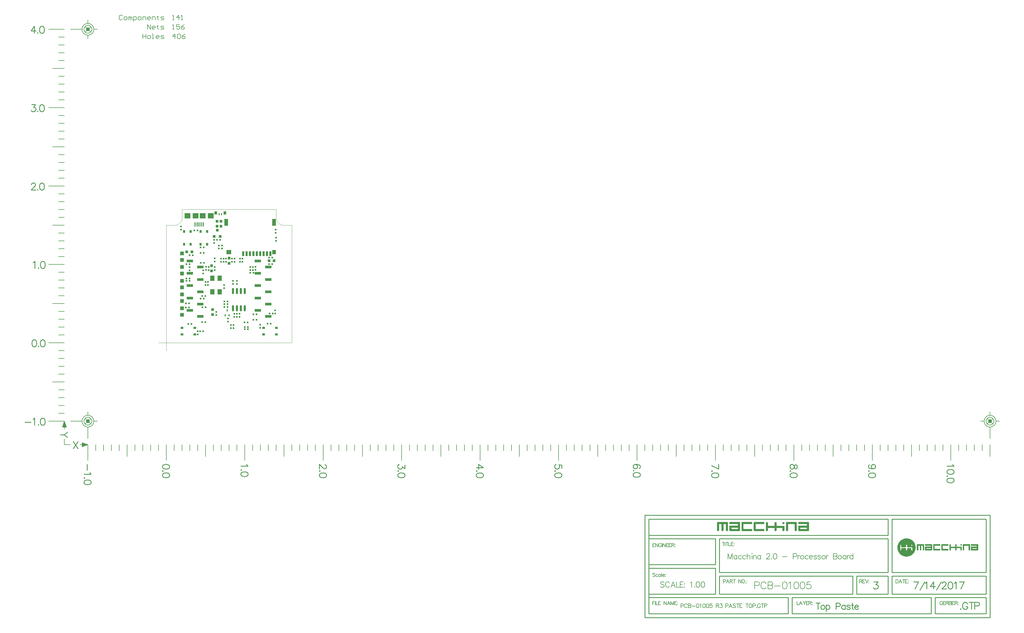
<source format=gtp>
G04 This is an RS-274x file exported by *
G04 gerbv version 2.6A *
G04 More information is available about gerbv at *
G04 http://gerbv.geda-project.org/ *
G04 --End of header info--*
%MOIN*%
%FSLAX34Y34*%
%IPPOS*%
G04 --Define apertures--*
%ADD10R,0.0200X0.0200*%
%ADD11R,0.0256X0.0335*%
%ADD12R,0.0200X0.0200*%
%ADD13R,0.0335X0.0256*%
%ADD14R,0.0472X0.0472*%
%ADD15R,0.0350X0.0350*%
%ADD16R,0.0350X0.0350*%
%ADD17R,0.0180X0.0250*%
%ADD18R,0.0787X0.0350*%
%ADD19O,0.0240X0.0800*%
%ADD20R,0.0551X0.0709*%
%ADD21R,0.0360X0.0360*%
%ADD22R,0.0354X0.0394*%
%ADD23R,0.0157X0.0315*%
%ADD24R,0.0472X0.0866*%
%ADD25R,0.0472X0.0551*%
%ADD26R,0.0630X0.0551*%
%ADD27R,0.0276X0.0630*%
%ADD28R,0.0157X0.0551*%
%ADD29R,0.0748X0.0709*%
%ADD30R,0.0756X0.0709*%
%ADD31C,0.0070*%
%ADD32C,0.0080*%
%ADD33C,0.0100*%
%ADD34C,0.0050*%
%ADD35C,0.0090*%
%ADD36C,0.0010*%
G04 --Start main section--*
G36*
G01X0071527Y-022880D02*
G01X0071543Y-022896D01*
G01X0071551Y-022916D01*
G01X0071551Y-022927D01*
G01X0071551Y-023932D01*
G01X0071551Y-023944D01*
G01X0071543Y-023964D01*
G01X0071527Y-023980D01*
G01X0071506Y-023989D01*
G01X0071371Y-023989D01*
G01X0071351Y-023980D01*
G01X0071335Y-023964D01*
G01X0071326Y-023944D01*
G01X0071326Y-023932D01*
G01X0071326Y-023152D01*
G01X0071325Y-023142D01*
G01X0071317Y-023121D01*
G01X0071301Y-023106D01*
G01X0071281Y-023097D01*
G01X0071270Y-023096D01*
G01X0071045Y-023096D01*
G01X0071034Y-023097D01*
G01X0071014Y-023106D01*
G01X0070998Y-023121D01*
G01X0070990Y-023142D01*
G01X0070989Y-023152D01*
G01X0070989Y-023932D01*
G01X0070989Y-023944D01*
G01X0070980Y-023964D01*
G01X0070964Y-023980D01*
G01X0070944Y-023989D01*
G01X0070816Y-023989D01*
G01X0070796Y-023980D01*
G01X0070780Y-023964D01*
G01X0070771Y-023944D01*
G01X0070771Y-023932D01*
G01X0070771Y-023152D01*
G01X0070770Y-023142D01*
G01X0070762Y-023121D01*
G01X0070746Y-023106D01*
G01X0070726Y-023097D01*
G01X0070715Y-023096D01*
G01X0070490Y-023096D01*
G01X0070479Y-023097D01*
G01X0070459Y-023106D01*
G01X0070443Y-023121D01*
G01X0070435Y-023142D01*
G01X0070434Y-023152D01*
G01X0070434Y-023932D01*
G01X0070434Y-023944D01*
G01X0070425Y-023964D01*
G01X0070409Y-023980D01*
G01X0070389Y-023989D01*
G01X0070254Y-023989D01*
G01X0070233Y-023980D01*
G01X0070217Y-023964D01*
G01X0070209Y-023944D01*
G01X0070209Y-023932D01*
G01X0070209Y-022927D01*
G01X0070209Y-022916D01*
G01X0070217Y-022896D01*
G01X0070233Y-022880D01*
G01X0070254Y-022871D01*
G01X0071506Y-022871D01*
G01X0071527Y-022880D01*
G37*
G36*
G01X0071527Y-022880D02*
G37*
G36*
G01X0103449Y-025706D02*
G01X0103459Y-025732D01*
G01X0103457Y-025735D01*
G01X0103457Y-025735D01*
G01X0103461Y-026405D01*
G01X0103449Y-026434D01*
G01X0103423Y-026444D01*
G01X0103420Y-026442D01*
G01X0103420Y-026442D01*
G01X0102605Y-026446D01*
G01X0102576Y-026434D01*
G01X0102566Y-026408D01*
G01X0102568Y-026405D01*
G01X0102568Y-026405D01*
G01X0102564Y-026035D01*
G01X0102576Y-026006D01*
G01X0102602Y-025996D01*
G01X0102605Y-025998D01*
G01X0102605Y-025998D01*
G01X0102605Y-025998D01*
G01X0103270Y-026001D01*
G01X0103299Y-025989D01*
G01X0103311Y-025960D01*
G01X0103311Y-025960D01*
G01X0103308Y-025957D01*
G01X0103311Y-025885D01*
G01X0103299Y-025856D01*
G01X0103270Y-025844D01*
G01X0103270Y-025847D01*
G01X0102605Y-025851D01*
G01X0102576Y-025839D01*
G01X0102566Y-025813D01*
G01X0102568Y-025810D01*
G01X0102568Y-025810D01*
G01X0102564Y-025735D01*
G01X0102576Y-025706D01*
G01X0102602Y-025696D01*
G01X0102605Y-025698D01*
G01X0102605Y-025698D01*
G01X0103420Y-025694D01*
G01X0103449Y-025706D01*
G37*
G36*
G01X0103449Y-025706D02*
G37*
G36*
G01X0097594Y-025706D02*
G01X0097604Y-025732D01*
G01X0097603Y-025735D01*
G01X0097603Y-025735D01*
G01X0097606Y-026405D01*
G01X0097594Y-026434D01*
G01X0097568Y-026444D01*
G01X0097565Y-026442D01*
G01X0097565Y-026442D01*
G01X0096750Y-026446D01*
G01X0096721Y-026434D01*
G01X0096711Y-026408D01*
G01X0096713Y-026405D01*
G01X0096713Y-026405D01*
G01X0096709Y-026035D01*
G01X0096721Y-026006D01*
G01X0096747Y-025996D01*
G01X0096750Y-025998D01*
G01X0096750Y-025998D01*
G01X0096750Y-025998D01*
G01X0097415Y-026001D01*
G01X0097444Y-025989D01*
G01X0097456Y-025960D01*
G01X0097456Y-025960D01*
G01X0097453Y-025957D01*
G01X0097456Y-025885D01*
G01X0097444Y-025856D01*
G01X0097415Y-025844D01*
G01X0097415Y-025847D01*
G01X0096750Y-025851D01*
G01X0096721Y-025839D01*
G01X0096711Y-025813D01*
G01X0096713Y-025810D01*
G01X0096713Y-025810D01*
G01X0096709Y-025735D01*
G01X0096721Y-025706D01*
G01X0096747Y-025696D01*
G01X0096750Y-025698D01*
G01X0096750Y-025698D01*
G01X0097565Y-025694D01*
G01X0097594Y-025706D01*
G37*
G36*
G01X0097594Y-025706D02*
G37*
G36*
G01X0080309Y-022880D02*
G01X0080325Y-022896D01*
G01X0080334Y-022916D01*
G01X0080334Y-022927D01*
G01X0080334Y-023932D01*
G01X0080334Y-023944D01*
G01X0080325Y-023964D01*
G01X0080309Y-023980D01*
G01X0080289Y-023989D01*
G01X0080154Y-023989D01*
G01X0080133Y-023980D01*
G01X0080117Y-023964D01*
G01X0080109Y-023944D01*
G01X0080109Y-023932D01*
G01X0080109Y-023152D01*
G01X0080108Y-023142D01*
G01X0080099Y-023121D01*
G01X0080084Y-023106D01*
G01X0080063Y-023097D01*
G01X0080052Y-023096D01*
G01X0079272Y-023096D01*
G01X0079262Y-023097D01*
G01X0079241Y-023106D01*
G01X0079226Y-023121D01*
G01X0079217Y-023142D01*
G01X0079216Y-023152D01*
G01X0079216Y-023932D01*
G01X0079216Y-023944D01*
G01X0079208Y-023964D01*
G01X0079192Y-023980D01*
G01X0079171Y-023989D01*
G01X0079044Y-023989D01*
G01X0079023Y-023980D01*
G01X0079007Y-023964D01*
G01X0078999Y-023944D01*
G01X0078999Y-023932D01*
G01X0078999Y-022927D01*
G01X0078999Y-022916D01*
G01X0079007Y-022896D01*
G01X0079023Y-022880D01*
G01X0079044Y-022871D01*
G01X0080289Y-022871D01*
G01X0080309Y-022880D01*
G37*
G36*
G01X0080309Y-022880D02*
G37*
G36*
G01X0076184Y-022880D02*
G01X0076200Y-022896D01*
G01X0076209Y-022916D01*
G01X0076209Y-022927D01*
G01X0076209Y-023040D01*
G01X0076209Y-023051D01*
G01X0076200Y-023072D01*
G01X0076184Y-023088D01*
G01X0076164Y-023096D01*
G01X0075155Y-023096D01*
G01X0075144Y-023097D01*
G01X0075124Y-023106D01*
G01X0075108Y-023121D01*
G01X0075100Y-023142D01*
G01X0075099Y-023152D01*
G01X0075099Y-023707D01*
G01X0075100Y-023718D01*
G01X0075108Y-023739D01*
G01X0075124Y-023754D01*
G01X0075144Y-023763D01*
G01X0075155Y-023764D01*
G01X0076164Y-023764D01*
G01X0076184Y-023772D01*
G01X0076200Y-023788D01*
G01X0076209Y-023809D01*
G01X0076209Y-023820D01*
G01X0076209Y-023932D01*
G01X0076209Y-023944D01*
G01X0076200Y-023964D01*
G01X0076184Y-023980D01*
G01X0076164Y-023989D01*
G01X0074919Y-023989D01*
G01X0074898Y-023980D01*
G01X0074882Y-023964D01*
G01X0074874Y-023944D01*
G01X0074874Y-023932D01*
G01X0074874Y-022927D01*
G01X0074874Y-022916D01*
G01X0074882Y-022896D01*
G01X0074898Y-022880D01*
G01X0074919Y-022871D01*
G01X0076164Y-022871D01*
G01X0076184Y-022880D01*
G37*
G36*
G01X0076184Y-022880D02*
G37*
G36*
G01X0074632Y-022880D02*
G01X0074648Y-022896D01*
G01X0074656Y-022916D01*
G01X0074656Y-022927D01*
G01X0074656Y-023040D01*
G01X0074656Y-023051D01*
G01X0074648Y-023072D01*
G01X0074632Y-023088D01*
G01X0074611Y-023096D01*
G01X0073602Y-023096D01*
G01X0073592Y-023097D01*
G01X0073571Y-023106D01*
G01X0073556Y-023121D01*
G01X0073547Y-023142D01*
G01X0073546Y-023152D01*
G01X0073546Y-023707D01*
G01X0073547Y-023718D01*
G01X0073556Y-023739D01*
G01X0073571Y-023754D01*
G01X0073592Y-023763D01*
G01X0073602Y-023764D01*
G01X0074611Y-023764D01*
G01X0074632Y-023772D01*
G01X0074648Y-023788D01*
G01X0074656Y-023809D01*
G01X0074656Y-023820D01*
G01X0074656Y-023932D01*
G01X0074656Y-023944D01*
G01X0074648Y-023964D01*
G01X0074632Y-023980D01*
G01X0074611Y-023989D01*
G01X0073366Y-023989D01*
G01X0073346Y-023980D01*
G01X0073330Y-023964D01*
G01X0073321Y-023944D01*
G01X0073321Y-023932D01*
G01X0073321Y-022927D01*
G01X0073321Y-022916D01*
G01X0073330Y-022896D01*
G01X0073346Y-022880D01*
G01X0073366Y-022871D01*
G01X0074611Y-022871D01*
G01X0074632Y-022880D01*
G37*
G36*
G01X0074632Y-022880D02*
G37*
G36*
G01X0101356Y-025708D02*
G01X0101367Y-025719D01*
G01X0101372Y-025733D01*
G01X0101372Y-025740D01*
G01X0101372Y-025815D01*
G01X0101372Y-025822D01*
G01X0101367Y-025836D01*
G01X0101356Y-025847D01*
G01X0101342Y-025852D01*
G01X0101258Y-025852D01*
G01X0101244Y-025847D01*
G01X0101233Y-025836D01*
G01X0101228Y-025822D01*
G01X0101228Y-025815D01*
G01X0101228Y-025740D01*
G01X0101228Y-025733D01*
G01X0101233Y-025719D01*
G01X0101244Y-025708D01*
G01X0101258Y-025703D01*
G01X0101342Y-025703D01*
G01X0101356Y-025708D01*
G37*
G36*
G01X0101356Y-025708D02*
G37*
G36*
G01X0098621Y-025703D02*
G01X0098632Y-025714D01*
G01X0098638Y-025728D01*
G01X0098638Y-025735D01*
G01X0098638Y-025810D01*
G01X0098638Y-025817D01*
G01X0098632Y-025831D01*
G01X0098621Y-025842D01*
G01X0098607Y-025847D01*
G01X0097935Y-025847D01*
G01X0097928Y-025848D01*
G01X0097914Y-025854D01*
G01X0097904Y-025864D01*
G01X0097898Y-025878D01*
G01X0097898Y-025885D01*
G01X0097898Y-026255D01*
G01X0097898Y-026262D01*
G01X0097904Y-026276D01*
G01X0097914Y-026286D01*
G01X0097928Y-026292D01*
G01X0097935Y-026293D01*
G01X0098607Y-026293D01*
G01X0098621Y-026298D01*
G01X0098632Y-026309D01*
G01X0098638Y-026323D01*
G01X0098638Y-026330D01*
G01X0098638Y-026405D01*
G01X0098638Y-026412D01*
G01X0098632Y-026426D01*
G01X0098621Y-026437D01*
G01X0098607Y-026442D01*
G01X0097778Y-026442D01*
G01X0097764Y-026437D01*
G01X0097753Y-026426D01*
G01X0097747Y-026412D01*
G01X0097747Y-026405D01*
G01X0097747Y-025735D01*
G01X0097747Y-025728D01*
G01X0097753Y-025714D01*
G01X0097764Y-025703D01*
G01X0097778Y-025698D01*
G01X0098607Y-025698D01*
G01X0098621Y-025703D01*
G37*
G36*
G01X0098621Y-025703D02*
G37*
G36*
G01X0096551Y-025703D02*
G01X0096562Y-025714D01*
G01X0096567Y-025728D01*
G01X0096567Y-025735D01*
G01X0096567Y-026405D01*
G01X0096567Y-026412D01*
G01X0096562Y-026426D01*
G01X0096551Y-026437D01*
G01X0096537Y-026442D01*
G01X0096448Y-026442D01*
G01X0096434Y-026437D01*
G01X0096423Y-026426D01*
G01X0096418Y-026412D01*
G01X0096418Y-026405D01*
G01X0096418Y-025885D01*
G01X0096417Y-025878D01*
G01X0096411Y-025864D01*
G01X0096401Y-025854D01*
G01X0096387Y-025848D01*
G01X0096380Y-025847D01*
G01X0096230Y-025847D01*
G01X0096223Y-025848D01*
G01X0096209Y-025854D01*
G01X0096199Y-025864D01*
G01X0096193Y-025878D01*
G01X0096193Y-025885D01*
G01X0096193Y-026405D01*
G01X0096193Y-026412D01*
G01X0096187Y-026426D01*
G01X0096176Y-026437D01*
G01X0096162Y-026442D01*
G01X0096078Y-026442D01*
G01X0096064Y-026437D01*
G01X0096053Y-026426D01*
G01X0096047Y-026412D01*
G01X0096047Y-026405D01*
G01X0096047Y-025885D01*
G01X0096047Y-025878D01*
G01X0096041Y-025864D01*
G01X0096031Y-025854D01*
G01X0096017Y-025848D01*
G01X0096010Y-025847D01*
G01X0095860Y-025847D01*
G01X0095853Y-025848D01*
G01X0095839Y-025854D01*
G01X0095829Y-025864D01*
G01X0095823Y-025878D01*
G01X0095822Y-025885D01*
G01X0095822Y-026405D01*
G01X0095822Y-026412D01*
G01X0095817Y-026426D01*
G01X0095806Y-026437D01*
G01X0095792Y-026442D01*
G01X0095703Y-026442D01*
G01X0095689Y-026437D01*
G01X0095678Y-026426D01*
G01X0095673Y-026412D01*
G01X0095673Y-026405D01*
G01X0095673Y-025735D01*
G01X0095673Y-025728D01*
G01X0095678Y-025714D01*
G01X0095689Y-025703D01*
G01X0095703Y-025698D01*
G01X0096537Y-025698D01*
G01X0096551Y-025703D01*
G37*
G36*
G01X0096551Y-025703D02*
G37*
G36*
G01X0094525Y-024971D02*
G01X0094700Y-025013D01*
G01X0094866Y-025082D01*
G01X0095020Y-025176D01*
G01X0095157Y-025293D01*
G01X0095274Y-025430D01*
G01X0095368Y-025584D01*
G01X0095437Y-025750D01*
G01X0095479Y-025925D01*
G01X0095494Y-026105D01*
G01X0095479Y-026285D01*
G01X0095437Y-026460D01*
G01X0095368Y-026626D01*
G01X0095274Y-026780D01*
G01X0095157Y-026917D01*
G01X0095020Y-027034D01*
G01X0094866Y-027128D01*
G01X0094700Y-027197D01*
G01X0094525Y-027239D01*
G01X0094345Y-027254D01*
G01X0094165Y-027239D01*
G01X0093990Y-027197D01*
G01X0093824Y-027128D01*
G01X0093670Y-027034D01*
G01X0093533Y-026917D01*
G01X0093416Y-026780D01*
G01X0093322Y-026626D01*
G01X0093253Y-026460D01*
G01X0093211Y-026285D01*
G01X0093196Y-026105D01*
G01X0093211Y-025925D01*
G01X0093253Y-025750D01*
G01X0093322Y-025584D01*
G01X0093416Y-025430D01*
G01X0093533Y-025293D01*
G01X0093670Y-025176D01*
G01X0093824Y-025082D01*
G01X0093990Y-025013D01*
G01X0094165Y-024971D01*
G01X0094345Y-024956D01*
G01X0094525Y-024971D01*
G37*
G36*
G01X0094525Y-024971D02*
G37*
G36*
G01X0100691Y-025708D02*
G01X0100702Y-025719D01*
G01X0100708Y-025733D01*
G01X0100708Y-025740D01*
G01X0100708Y-025980D01*
G01X0100708Y-025987D01*
G01X0100714Y-026001D01*
G01X0100724Y-026011D01*
G01X0100738Y-026017D01*
G01X0100745Y-026017D01*
G01X0101342Y-026017D01*
G01X0101356Y-026023D01*
G01X0101367Y-026034D01*
G01X0101372Y-026048D01*
G01X0101372Y-026055D01*
G01X0101372Y-026405D01*
G01X0101372Y-026412D01*
G01X0101367Y-026426D01*
G01X0101356Y-026437D01*
G01X0101342Y-026442D01*
G01X0101258Y-026442D01*
G01X0101244Y-026437D01*
G01X0101233Y-026426D01*
G01X0101228Y-026412D01*
G01X0101228Y-026405D01*
G01X0101228Y-026205D01*
G01X0101227Y-026198D01*
G01X0101221Y-026184D01*
G01X0101211Y-026174D01*
G01X0101197Y-026168D01*
G01X0101190Y-026168D01*
G01X0100745Y-026168D01*
G01X0100738Y-026168D01*
G01X0100724Y-026174D01*
G01X0100714Y-026184D01*
G01X0100708Y-026198D01*
G01X0100708Y-026205D01*
G01X0100708Y-026405D01*
G01X0100708Y-026412D01*
G01X0100702Y-026426D01*
G01X0100691Y-026437D01*
G01X0100677Y-026442D01*
G01X0100588Y-026442D01*
G01X0100574Y-026437D01*
G01X0100563Y-026426D01*
G01X0100557Y-026412D01*
G01X0100557Y-026405D01*
G01X0100557Y-026205D01*
G01X0100557Y-026198D01*
G01X0100551Y-026184D01*
G01X0100541Y-026174D01*
G01X0100527Y-026168D01*
G01X0100520Y-026168D01*
G01X0100005Y-026168D01*
G01X0099998Y-026168D01*
G01X0099984Y-026174D01*
G01X0099974Y-026184D01*
G01X0099968Y-026198D01*
G01X0099967Y-026205D01*
G01X0099967Y-026405D01*
G01X0099967Y-026412D01*
G01X0099962Y-026426D01*
G01X0099951Y-026437D01*
G01X0099937Y-026442D01*
G01X0099848Y-026442D01*
G01X0099834Y-026437D01*
G01X0099823Y-026426D01*
G01X0099817Y-026412D01*
G01X0099817Y-026405D01*
G01X0099817Y-025740D01*
G01X0099817Y-025733D01*
G01X0099823Y-025719D01*
G01X0099834Y-025708D01*
G01X0099848Y-025703D01*
G01X0099937Y-025703D01*
G01X0099951Y-025708D01*
G01X0099962Y-025719D01*
G01X0099967Y-025733D01*
G01X0099967Y-025740D01*
G01X0099967Y-025980D01*
G01X0099968Y-025987D01*
G01X0099974Y-026001D01*
G01X0099984Y-026011D01*
G01X0099998Y-026017D01*
G01X0100005Y-026017D01*
G01X0100520Y-026017D01*
G01X0100527Y-026017D01*
G01X0100541Y-026011D01*
G01X0100551Y-026001D01*
G01X0100557Y-025987D01*
G01X0100557Y-025980D01*
G01X0100557Y-025740D01*
G01X0100557Y-025733D01*
G01X0100563Y-025719D01*
G01X0100574Y-025708D01*
G01X0100588Y-025703D01*
G01X0100677Y-025703D01*
G01X0100691Y-025708D01*
G37*
G36*
G01X0100691Y-025708D02*
G37*
G36*
G01X0102406Y-025703D02*
G01X0102417Y-025714D01*
G01X0102423Y-025728D01*
G01X0102423Y-025735D01*
G01X0102423Y-026405D01*
G01X0102423Y-026412D01*
G01X0102417Y-026426D01*
G01X0102406Y-026437D01*
G01X0102392Y-026442D01*
G01X0102303Y-026442D01*
G01X0102289Y-026437D01*
G01X0102278Y-026426D01*
G01X0102273Y-026412D01*
G01X0102273Y-026405D01*
G01X0102273Y-025885D01*
G01X0102272Y-025878D01*
G01X0102266Y-025864D01*
G01X0102256Y-025854D01*
G01X0102242Y-025848D01*
G01X0102235Y-025847D01*
G01X0101715Y-025847D01*
G01X0101708Y-025848D01*
G01X0101694Y-025854D01*
G01X0101684Y-025864D01*
G01X0101678Y-025878D01*
G01X0101678Y-025885D01*
G01X0101678Y-026405D01*
G01X0101678Y-026412D01*
G01X0101672Y-026426D01*
G01X0101661Y-026437D01*
G01X0101647Y-026442D01*
G01X0101563Y-026442D01*
G01X0101549Y-026437D01*
G01X0101538Y-026426D01*
G01X0101532Y-026412D01*
G01X0101532Y-026405D01*
G01X0101532Y-025735D01*
G01X0101532Y-025728D01*
G01X0101538Y-025714D01*
G01X0101549Y-025703D01*
G01X0101563Y-025698D01*
G01X0102392Y-025698D01*
G01X0102406Y-025703D01*
G37*
G36*
G01X0102406Y-025703D02*
G37*
G36*
G01X0099656Y-025703D02*
G01X0099667Y-025714D01*
G01X0099672Y-025728D01*
G01X0099672Y-025735D01*
G01X0099672Y-025810D01*
G01X0099672Y-025817D01*
G01X0099667Y-025831D01*
G01X0099656Y-025842D01*
G01X0099642Y-025847D01*
G01X0098970Y-025847D01*
G01X0098963Y-025848D01*
G01X0098949Y-025854D01*
G01X0098939Y-025864D01*
G01X0098933Y-025878D01*
G01X0098933Y-025885D01*
G01X0098933Y-026255D01*
G01X0098933Y-026262D01*
G01X0098939Y-026276D01*
G01X0098949Y-026286D01*
G01X0098963Y-026292D01*
G01X0098970Y-026293D01*
G01X0099642Y-026293D01*
G01X0099656Y-026298D01*
G01X0099667Y-026309D01*
G01X0099672Y-026323D01*
G01X0099672Y-026330D01*
G01X0099672Y-026405D01*
G01X0099672Y-026412D01*
G01X0099667Y-026426D01*
G01X0099656Y-026437D01*
G01X0099642Y-026442D01*
G01X0098813Y-026442D01*
G01X0098799Y-026437D01*
G01X0098788Y-026426D01*
G01X0098783Y-026412D01*
G01X0098783Y-026405D01*
G01X0098783Y-025735D01*
G01X0098783Y-025728D01*
G01X0098788Y-025714D01*
G01X0098799Y-025703D01*
G01X0098813Y-025698D01*
G01X0099642Y-025698D01*
G01X0099656Y-025703D01*
G37*
G36*
G01X0099656Y-025703D02*
G37*
G36*
G01X0077737Y-022887D02*
G01X0077753Y-022903D01*
G01X0077761Y-022924D01*
G01X0077761Y-022935D01*
G01X0077761Y-023295D01*
G01X0077762Y-023306D01*
G01X0077771Y-023326D01*
G01X0077786Y-023342D01*
G01X0077807Y-023350D01*
G01X0077818Y-023351D01*
G01X0078714Y-023351D01*
G01X0078734Y-023360D01*
G01X0078750Y-023376D01*
G01X0078759Y-023396D01*
G01X0078759Y-023407D01*
G01X0078759Y-023932D01*
G01X0078759Y-023944D01*
G01X0078750Y-023964D01*
G01X0078734Y-023980D01*
G01X0078714Y-023989D01*
G01X0078586Y-023989D01*
G01X0078566Y-023980D01*
G01X0078550Y-023964D01*
G01X0078541Y-023944D01*
G01X0078541Y-023932D01*
G01X0078541Y-023633D01*
G01X0078540Y-023622D01*
G01X0078532Y-023601D01*
G01X0078516Y-023586D01*
G01X0078496Y-023577D01*
G01X0078485Y-023576D01*
G01X0077818Y-023576D01*
G01X0077807Y-023577D01*
G01X0077786Y-023586D01*
G01X0077771Y-023601D01*
G01X0077762Y-023622D01*
G01X0077761Y-023633D01*
G01X0077761Y-023932D01*
G01X0077761Y-023944D01*
G01X0077753Y-023964D01*
G01X0077737Y-023980D01*
G01X0077716Y-023989D01*
G01X0077581Y-023989D01*
G01X0077561Y-023980D01*
G01X0077545Y-023964D01*
G01X0077536Y-023944D01*
G01X0077536Y-023932D01*
G01X0077536Y-023633D01*
G01X0077535Y-023622D01*
G01X0077527Y-023601D01*
G01X0077511Y-023586D01*
G01X0077491Y-023577D01*
G01X0077480Y-023576D01*
G01X0076708Y-023576D01*
G01X0076697Y-023577D01*
G01X0076676Y-023586D01*
G01X0076661Y-023601D01*
G01X0076652Y-023622D01*
G01X0076651Y-023633D01*
G01X0076651Y-023932D01*
G01X0076651Y-023944D01*
G01X0076643Y-023964D01*
G01X0076627Y-023980D01*
G01X0076606Y-023989D01*
G01X0076471Y-023989D01*
G01X0076451Y-023980D01*
G01X0076435Y-023964D01*
G01X0076426Y-023944D01*
G01X0076426Y-023932D01*
G01X0076426Y-022935D01*
G01X0076426Y-022924D01*
G01X0076435Y-022903D01*
G01X0076451Y-022887D01*
G01X0076471Y-022879D01*
G01X0076606Y-022879D01*
G01X0076627Y-022887D01*
G01X0076643Y-022903D01*
G01X0076651Y-022924D01*
G01X0076651Y-022935D01*
G01X0076651Y-023295D01*
G01X0076652Y-023306D01*
G01X0076661Y-023326D01*
G01X0076676Y-023342D01*
G01X0076697Y-023350D01*
G01X0076708Y-023351D01*
G01X0077480Y-023351D01*
G01X0077491Y-023350D01*
G01X0077511Y-023342D01*
G01X0077527Y-023326D01*
G01X0077535Y-023306D01*
G01X0077536Y-023295D01*
G01X0077536Y-022935D01*
G01X0077536Y-022924D01*
G01X0077545Y-022903D01*
G01X0077561Y-022887D01*
G01X0077581Y-022879D01*
G01X0077716Y-022879D01*
G01X0077737Y-022887D01*
G37*
G36*
G01X0077737Y-022887D02*
G37*
G36*
G01X-001544Y-003703D02*
G37*
G36*
G01X-002579Y-003703D02*
G37*
G36*
G01X0001206Y-003703D02*
G37*
G36*
G01X-000509Y-003708D02*
G37*
G36*
G01X0000156Y-003708D02*
G37*
G36*
G01X-004649Y-003703D02*
G37*
G36*
G01X-003606Y-003706D02*
G37*
G36*
G01X0002249Y-003706D02*
G37*
G36*
G01X0081830Y-022871D02*
G01X0081830Y-022871D01*
G01X0081834Y-022868D01*
G01X0081873Y-022884D01*
G01X0081891Y-022927D01*
G01X0081886Y-023932D01*
G01X0081886Y-023932D01*
G01X0081889Y-023937D01*
G01X0081873Y-023976D01*
G01X0081830Y-023993D01*
G01X0080608Y-023989D01*
G01X0080608Y-023989D01*
G01X0080603Y-023992D01*
G01X0080564Y-023976D01*
G01X0080547Y-023932D01*
G01X0080551Y-023377D01*
G01X0080551Y-023377D01*
G01X0080548Y-023373D01*
G01X0080564Y-023334D01*
G01X0080608Y-023317D01*
G01X0081605Y-023321D01*
G01X0081605Y-023326D01*
G01X0081648Y-023308D01*
G01X0081666Y-023265D01*
G01X0081661Y-023157D01*
G01X0081666Y-023152D01*
G01X0081666Y-023152D01*
G01X0081648Y-023109D01*
G01X0081605Y-023092D01*
G01X0080608Y-023096D01*
G01X0080608Y-023096D01*
G01X0080608Y-023096D01*
G01X0080603Y-023099D01*
G01X0080564Y-023083D01*
G01X0080547Y-023040D01*
G01X0080551Y-022927D01*
G01X0080551Y-022927D01*
G01X0080548Y-022923D01*
G01X0080564Y-022884D01*
G01X0080608Y-022867D01*
G01X0081830Y-022871D01*
G37*
G36*
G01X0081830Y-022871D02*
G37*
G36*
G01X0073091Y-022884D02*
G01X0073107Y-022923D01*
G01X0073104Y-022927D01*
G01X0073104Y-022927D01*
G01X0073108Y-023932D01*
G01X0073091Y-023976D01*
G01X0073052Y-023992D01*
G01X0073047Y-023989D01*
G01X0073047Y-023989D01*
G01X0071825Y-023993D01*
G01X0071782Y-023976D01*
G01X0071766Y-023937D01*
G01X0071769Y-023932D01*
G01X0071769Y-023932D01*
G01X0071764Y-023377D01*
G01X0071782Y-023334D01*
G01X0071821Y-023318D01*
G01X0071825Y-023321D01*
G01X0071825Y-023321D01*
G01X0071825Y-023321D01*
G01X0072822Y-023326D01*
G01X0072866Y-023308D01*
G01X0072883Y-023265D01*
G01X0072883Y-023265D01*
G01X0072879Y-023260D01*
G01X0072883Y-023152D01*
G01X0072866Y-023109D01*
G01X0072822Y-023092D01*
G01X0072822Y-023096D01*
G01X0071825Y-023101D01*
G01X0071782Y-023083D01*
G01X0071766Y-023044D01*
G01X0071769Y-023040D01*
G01X0071769Y-023040D01*
G01X0071764Y-022927D01*
G01X0071782Y-022884D01*
G01X0071821Y-022868D01*
G01X0071825Y-022871D01*
G01X0071825Y-022871D01*
G01X0073047Y-022867D01*
G01X0073091Y-022884D01*
G37*
G36*
G01X0073091Y-022884D02*
G37*
G36*
G01X0078734Y-022887D02*
G01X0078750Y-022903D01*
G01X0078759Y-022924D01*
G01X0078759Y-022935D01*
G01X0078759Y-023047D01*
G01X0078759Y-023059D01*
G01X0078750Y-023079D01*
G01X0078734Y-023095D01*
G01X0078714Y-023104D01*
G01X0078586Y-023104D01*
G01X0078566Y-023095D01*
G01X0078550Y-023079D01*
G01X0078541Y-023059D01*
G01X0078541Y-023047D01*
G01X0078541Y-022935D01*
G01X0078541Y-022924D01*
G01X0078550Y-022903D01*
G01X0078566Y-022887D01*
G01X0078586Y-022879D01*
G01X0078714Y-022879D01*
G01X0078734Y-022887D01*
G37*
G36*
G01X0078734Y-022887D02*
G37*
%LPC*%
G36*
G01X0102750Y-026144D02*
G01X0102750Y-026144D01*
G01X0102721Y-026156D01*
G01X0102709Y-026185D01*
G01X0102712Y-026252D01*
G01X0102709Y-026255D01*
G01X0102709Y-026255D01*
G01X0102721Y-026284D01*
G01X0102750Y-026296D01*
G01X0103267Y-026293D01*
G01X0103270Y-026296D01*
G01X0103270Y-026296D01*
G01X0103299Y-026284D01*
G01X0103311Y-026255D01*
G01X0103308Y-026188D01*
G01X0103311Y-026185D01*
G01X0103311Y-026185D01*
G01X0103299Y-026156D01*
G01X0103270Y-026144D01*
G01X0102753Y-026147D01*
G01X0102750Y-026144D01*
G37*
G36*
G01X0102750Y-026144D02*
G37*
G36*
G01X0096895Y-026144D02*
G01X0096895Y-026144D01*
G01X0096866Y-026156D01*
G01X0096854Y-026185D01*
G01X0096857Y-026252D01*
G01X0096854Y-026255D01*
G01X0096854Y-026255D01*
G01X0096866Y-026284D01*
G01X0096895Y-026296D01*
G01X0097412Y-026293D01*
G01X0097415Y-026296D01*
G01X0097415Y-026296D01*
G01X0097444Y-026284D01*
G01X0097456Y-026255D01*
G01X0097453Y-026188D01*
G01X0097456Y-026185D01*
G01X0097456Y-026185D01*
G01X0097444Y-026156D01*
G01X0097415Y-026144D01*
G01X0096898Y-026147D01*
G01X0096895Y-026144D01*
G37*
G36*
G01X0096895Y-026144D02*
G37*
G36*
G01X0094975Y-025734D02*
G01X0094975Y-025734D01*
G01X0094946Y-025746D01*
G01X0094934Y-025775D01*
G01X0094937Y-025847D01*
G01X0094934Y-025850D01*
G01X0094934Y-025850D01*
G01X0094946Y-025879D01*
G01X0094975Y-025891D01*
G01X0095042Y-025888D01*
G01X0095045Y-025891D01*
G01X0095045Y-025891D01*
G01X0095074Y-025879D01*
G01X0095086Y-025850D01*
G01X0095083Y-025778D01*
G01X0095086Y-025775D01*
G01X0095086Y-025775D01*
G01X0095074Y-025746D01*
G01X0095045Y-025734D01*
G01X0094978Y-025737D01*
G01X0094975Y-025734D01*
G37*
G36*
G01X0094975Y-025734D02*
G37*
G36*
G01X0094305Y-025734D02*
G01X0094305Y-025734D01*
G01X0094276Y-025746D01*
G01X0094264Y-025775D01*
G01X0094268Y-026015D01*
G01X0094268Y-026015D01*
G01X0094268Y-026015D01*
G01X0094269Y-026018D01*
G01X0094259Y-026044D01*
G01X0094230Y-026056D01*
G01X0093715Y-026052D01*
G01X0093715Y-026052D01*
G01X0093712Y-026054D01*
G01X0093686Y-026044D01*
G01X0093674Y-026015D01*
G01X0093678Y-025775D01*
G01X0093681Y-025775D01*
G01X0093669Y-025746D01*
G01X0093640Y-025734D01*
G01X0093568Y-025737D01*
G01X0093565Y-025734D01*
G01X0093565Y-025734D01*
G01X0093536Y-025746D01*
G01X0093524Y-025775D01*
G01X0093527Y-026437D01*
G01X0093524Y-026440D01*
G01X0093524Y-026440D01*
G01X0093536Y-026469D01*
G01X0093565Y-026481D01*
G01X0093637Y-026478D01*
G01X0093640Y-026481D01*
G01X0093640Y-026481D01*
G01X0093669Y-026469D01*
G01X0093681Y-026440D01*
G01X0093678Y-026240D01*
G01X0093678Y-026240D01*
G01X0093678Y-026240D01*
G01X0093676Y-026237D01*
G01X0093686Y-026211D01*
G01X0093715Y-026199D01*
G01X0094230Y-026202D01*
G01X0094230Y-026202D01*
G01X0094233Y-026201D01*
G01X0094259Y-026211D01*
G01X0094271Y-026240D01*
G01X0094268Y-026440D01*
G01X0094264Y-026440D01*
G01X0094276Y-026469D01*
G01X0094305Y-026481D01*
G01X0094377Y-026478D01*
G01X0094380Y-026481D01*
G01X0094380Y-026481D01*
G01X0094409Y-026469D01*
G01X0094421Y-026440D01*
G01X0094417Y-026240D01*
G01X0094417Y-026240D01*
G01X0094417Y-026240D01*
G01X0094416Y-026237D01*
G01X0094426Y-026211D01*
G01X0094455Y-026199D01*
G01X0094900Y-026202D01*
G01X0094900Y-026202D01*
G01X0094903Y-026201D01*
G01X0094929Y-026211D01*
G01X0094941Y-026240D01*
G01X0094937Y-026440D01*
G01X0094934Y-026440D01*
G01X0094946Y-026469D01*
G01X0094975Y-026481D01*
G01X0095042Y-026478D01*
G01X0095045Y-026481D01*
G01X0095045Y-026481D01*
G01X0095074Y-026469D01*
G01X0095086Y-026440D01*
G01X0095083Y-026093D01*
G01X0095086Y-026090D01*
G01X0095086Y-026090D01*
G01X0095074Y-026061D01*
G01X0095045Y-026049D01*
G01X0094455Y-026052D01*
G01X0094455Y-026052D01*
G01X0094455Y-026052D01*
G01X0094452Y-026054D01*
G01X0094426Y-026044D01*
G01X0094414Y-026015D01*
G01X0094417Y-025775D01*
G01X0094421Y-025775D01*
G01X0094409Y-025746D01*
G01X0094380Y-025734D01*
G01X0094308Y-025737D01*
G01X0094305Y-025734D01*
G37*
G36*
G01X0094305Y-025734D02*
G37*
G36*
G01X-004305Y-004144D02*
G37*
G36*
G01X0001550Y-004144D02*
G37*
G36*
G01X0081605Y-023542D02*
G01X0081600Y-023546D01*
G01X0080825Y-023542D01*
G01X0080782Y-023559D01*
G01X0080764Y-023602D01*
G01X0080764Y-023602D01*
G01X0080769Y-023607D01*
G01X0080764Y-023707D01*
G01X0080782Y-023751D01*
G01X0080825Y-023768D01*
G01X0080825Y-023768D01*
G01X0080830Y-023764D01*
G01X0081605Y-023768D01*
G01X0081648Y-023751D01*
G01X0081666Y-023707D01*
G01X0081666Y-023707D01*
G01X0081661Y-023703D01*
G01X0081666Y-023602D01*
G01X0081648Y-023559D01*
G01X0081605Y-023542D01*
G01X0081605Y-023542D01*
G37*
G36*
G01X0081605Y-023542D02*
G37*
G36*
G01X0072042Y-023542D02*
G01X0072042Y-023542D01*
G01X0071999Y-023559D01*
G01X0071982Y-023602D01*
G01X0071986Y-023703D01*
G01X0071982Y-023707D01*
G01X0071982Y-023707D01*
G01X0071999Y-023751D01*
G01X0072042Y-023768D01*
G01X0072818Y-023764D01*
G01X0072822Y-023768D01*
G01X0072822Y-023768D01*
G01X0072866Y-023751D01*
G01X0072883Y-023707D01*
G01X0072879Y-023607D01*
G01X0072883Y-023602D01*
G01X0072883Y-023602D01*
G01X0072866Y-023559D01*
G01X0072822Y-023542D01*
G01X0072047Y-023546D01*
G01X0072042Y-023542D01*
G37*
G36*
G01X0072042Y-023542D02*
G37*
%LPD*%
G54D10*
G01X0014000Y0013000D03*
G01X0014000Y0013400D03*
G01X0005000Y0007376D03*
G01X0005000Y0007776D03*
G01X0011950Y0001923D03*
G01X0011950Y0002323D03*
G01X0004000Y0001077D03*
G01X0004000Y0001477D03*
G01X0013850Y0003750D03*
G01X0013850Y0004150D03*
G01X0008990Y0007500D03*
G01X0008990Y0007900D03*
G01X0006106Y0013138D03*
G01X0006106Y0012738D03*
G01X0009330Y0003713D03*
G01X0009330Y0003313D03*
G01X0008990Y0003713D03*
G01X0008990Y0003313D03*
G01X0008650Y0003713D03*
G01X0008650Y0003313D03*
G01X0007280Y0010733D03*
G01X0007280Y0010333D03*
G01X0004710Y0008827D03*
G01X0004710Y0009227D03*
G01X0006960Y0010733D03*
G01X0006960Y0010333D03*
G01X0008490Y0007500D03*
G01X0008490Y0007900D03*
G01X0010700Y0009690D03*
G01X0010700Y0009290D03*
G01X0002960Y0009637D03*
G01X0002960Y0009237D03*
G01X0005050Y0009293D03*
G01X0005050Y0009693D03*
G01X0005300Y0007383D03*
G01X0005300Y0007783D03*
G01X0007370Y0007377D03*
G01X0007370Y0006977D03*
G01X0011350Y0009293D03*
G01X0011350Y0009693D03*
G01X0005380Y0009687D03*
G01X0005380Y0009287D03*
G01X0006350Y0003553D03*
G01X0006350Y0003953D03*
G01X0008700Y0010727D03*
G01X0008700Y0010327D03*
G01X0009710Y0010727D03*
G01X0009710Y0010327D03*
G01X0006170Y0010787D03*
G01X0006170Y0010387D03*
G01X0009390Y0010727D03*
G01X0009390Y0010327D03*
G01X0008570Y0002277D03*
G01X0008570Y0001877D03*
G01X0008370Y0010727D03*
G01X0008370Y0010327D03*
G01X0008240Y0002277D03*
G01X0008240Y0001877D03*
G01X0006153Y0009680D03*
G01X0006153Y0009280D03*
G01X0007850Y0003113D03*
G01X0007850Y0002713D03*
G01X0011017Y0009290D03*
G01X0011017Y0009690D03*
G01X0007600Y0010327D03*
G01X0007600Y0010727D03*
G01X0001870Y0014440D03*
G01X0001870Y0014840D03*
G01X0013940Y0014429D03*
G01X0013940Y0014029D03*
G54D11*
G01X0003110Y0014200D03*
G01X0003110Y0012566D03*
G01X0002264Y0014200D03*
G01X0002264Y0012566D03*
G01X0004367Y0012563D03*
G01X0004367Y0014197D03*
G01X0005213Y0012563D03*
G01X0005213Y0014197D03*
G54D12*
G01X0002550Y0010050D03*
G01X0002950Y0010050D03*
G01X0013300Y0002450D03*
G01X0012900Y0002450D03*
G01X0010000Y0001750D03*
G01X0010400Y0001750D03*
G01X0013150Y0003750D03*
G01X0013550Y0003750D03*
G01X0010350Y0002609D03*
G01X0009950Y0002609D03*
G01X0002550Y0007900D03*
G01X0002950Y0007900D03*
G01X0002500Y0005050D03*
G01X0002900Y0005050D03*
G01X0002500Y0004500D03*
G01X0002900Y0004500D03*
G01X0004587Y0004540D03*
G01X0004987Y0004540D03*
G01X0006870Y0013132D03*
G01X0006470Y0013132D03*
G01X0004763Y0012170D03*
G01X0004363Y0012170D03*
G01X0004763Y0011490D03*
G01X0004363Y0011490D03*
G01X0007397Y0004590D03*
G01X0007797Y0004590D03*
G01X0007397Y0004930D03*
G01X0007797Y0004930D03*
G01X0007397Y0005270D03*
G01X0007797Y0005270D03*
G01X0011083Y0008940D03*
G01X0010683Y0008940D03*
G01X0004387Y0010200D03*
G01X0004787Y0010200D03*
G01X0002953Y0011180D03*
G01X0003353Y0011180D03*
G01X0007097Y0012059D03*
G01X0006697Y0012059D03*
G01X0007097Y0012409D03*
G01X0006697Y0012409D03*
G01X0013080Y0010049D03*
G01X0013480Y0010049D03*
G01X0004350Y0005649D03*
G01X0004750Y0005649D03*
G01X0011500Y0002950D03*
G01X0011100Y0002950D03*
G01X0004553Y0005980D03*
G01X0004953Y0005980D03*
G01X0011500Y0003650D03*
G01X0011100Y0003650D03*
G01X0013080Y0010880D03*
G01X0013480Y0010880D03*
G01X0004950Y0002650D03*
G01X0004550Y0002650D03*
G01X0002550Y0008200D03*
G01X0002950Y0008200D03*
G01X0002800Y0002400D03*
G01X0003200Y0002400D03*
G01X0003550Y0014350D03*
G01X0003950Y0014350D03*
G01X0004310Y0001480D03*
G01X0004710Y0001480D03*
G01X0010400Y0002020D03*
G01X0010000Y0002020D03*
G54D13*
G01X0003617Y0001077D03*
G01X0001983Y0001077D03*
G01X0003617Y0001923D03*
G01X0001983Y0001923D03*
G01X0014017Y0001077D03*
G01X0012383Y0001077D03*
G01X0014017Y0001923D03*
G01X0012383Y0001923D03*
G54D14*
G01X0002000Y0007913D03*
G01X0002000Y0007087D03*
G01X0002000Y0006163D03*
G01X0002000Y0005337D03*
G01X0002000Y0011413D03*
G01X0002000Y0010587D03*
G01X0002000Y0009663D03*
G01X0002000Y0008837D03*
G01X0002000Y0004413D03*
G01X0002000Y0003587D03*
G54D15*
G01X0006970Y0014874D03*
G01X0006970Y0015524D03*
G01X0005760Y0009839D03*
G01X0005760Y0009189D03*
G01X0005880Y0003599D03*
G01X0005880Y0004249D03*
G01X0007980Y0010796D03*
G01X0007980Y0010146D03*
G01X0006470Y0015524D03*
G01X0006470Y0014874D03*
G54D16*
G01X0013080Y0010470D03*
G01X0013730Y0010470D03*
G01X0002600Y0011600D03*
G01X0003250Y0011600D03*
G54D17*
G01X0008000Y0003509D03*
G01X0007750Y0004159D03*
G01X0007500Y0003509D03*
G54D18*
G01X0013000Y0003363D03*
G01X0011661Y0004151D03*
G01X0013000Y0004938D03*
G01X0011661Y0005726D03*
G01X0013000Y0006513D03*
G01X0011661Y0007300D03*
G01X0013000Y0008088D03*
G01X0011661Y0008875D03*
G01X0013000Y0009663D03*
G01X0011661Y0010450D03*
G01X0004339Y0003363D03*
G01X0003000Y0004151D03*
G01X0004339Y0004938D03*
G01X0003000Y0005726D03*
G01X0004339Y0006513D03*
G01X0003000Y0007300D03*
G01X0004339Y0008088D03*
G01X0003000Y0008875D03*
G01X0004339Y0009663D03*
G01X0003000Y0010450D03*
G54D19*
G01X0008490Y0006623D03*
G01X0008990Y0006623D03*
G01X0009490Y0006623D03*
G01X0009990Y0006623D03*
G01X0009990Y0004423D03*
G01X0009490Y0004423D03*
G01X0008990Y0004423D03*
G01X0008490Y0004423D03*
G54D20*
G01X0005868Y0006514D03*
G01X0006812Y0008246D03*
G01X0005868Y0008246D03*
G01X0006812Y0006514D03*
G54D21*
G01X0006856Y0013565D03*
G01X0006486Y0014365D03*
G01X0006106Y0013565D03*
G54D22*
G01X0006289Y0016560D03*
G01X0007471Y0016560D03*
G54D23*
G01X0007037Y0016403D03*
G01X0006723Y0016403D03*
G54D24*
G01X0007622Y0015366D03*
G01X0013724Y0015366D03*
G54D25*
G01X0013724Y0011586D03*
G54D26*
G01X0007976Y0011586D03*
G54D27*
G01X0013252Y0011389D03*
G01X0012818Y0011389D03*
G01X0012385Y0011389D03*
G01X0011952Y0011389D03*
G01X0011519Y0011389D03*
G01X0011086Y0011389D03*
G01X0010653Y0011389D03*
G01X0010220Y0011389D03*
G01X0009787Y0011389D03*
G54D28*
G01X0003921Y0015104D03*
G01X0004689Y0015104D03*
G01X0004433Y0015104D03*
G01X0004177Y0015104D03*
G01X0003665Y0015104D03*
G54D29*
G01X0004630Y0016226D03*
G01X0003724Y0016226D03*
G54D30*
G01X0002701Y0016226D03*
G01X0005654Y0016226D03*
G54D31*
G01X0071300Y-033562D02*
G01X0071514Y-033562D01*
G01X0071514Y-033562D02*
G01X0071586Y-033538D01*
G01X0071586Y-033538D02*
G01X0071609Y-033514D01*
G01X0071609Y-033514D02*
G01X0071633Y-033467D01*
G01X0071633Y-033467D02*
G01X0071633Y-033395D01*
G01X0071633Y-033395D02*
G01X0071609Y-033348D01*
G01X0071609Y-033348D02*
G01X0071586Y-033324D01*
G01X0071586Y-033324D02*
G01X0071514Y-033300D01*
G01X0071514Y-033300D02*
G01X0071300Y-033300D01*
G01X0071300Y-033300D02*
G01X0071300Y-033800D01*
G01X0072126Y-033800D02*
G01X0071936Y-033300D01*
G01X0071936Y-033300D02*
G01X0071745Y-033800D01*
G01X0071817Y-033633D02*
G01X0072055Y-033633D01*
G01X0072576Y-033372D02*
G01X0072528Y-033324D01*
G01X0072528Y-033324D02*
G01X0072457Y-033300D01*
G01X0072457Y-033300D02*
G01X0072362Y-033300D01*
G01X0072362Y-033300D02*
G01X0072290Y-033324D01*
G01X0072290Y-033324D02*
G01X0072243Y-033372D01*
G01X0072243Y-033372D02*
G01X0072243Y-033419D01*
G01X0072243Y-033419D02*
G01X0072266Y-033467D01*
G01X0072266Y-033467D02*
G01X0072290Y-033491D01*
G01X0072290Y-033491D02*
G01X0072338Y-033514D01*
G01X0072338Y-033514D02*
G01X0072481Y-033562D01*
G01X0072481Y-033562D02*
G01X0072528Y-033586D01*
G01X0072528Y-033586D02*
G01X0072552Y-033610D01*
G01X0072552Y-033610D02*
G01X0072576Y-033657D01*
G01X0072576Y-033657D02*
G01X0072576Y-033729D01*
G01X0072576Y-033729D02*
G01X0072528Y-033776D01*
G01X0072528Y-033776D02*
G01X0072457Y-033800D01*
G01X0072457Y-033800D02*
G01X0072362Y-033800D01*
G01X0072362Y-033800D02*
G01X0072290Y-033776D01*
G01X0072290Y-033776D02*
G01X0072243Y-033729D01*
G01X0072854Y-033300D02*
G01X0072854Y-033800D01*
G01X0072688Y-033300D02*
G01X0073021Y-033300D01*
G01X0073390Y-033300D02*
G01X0073081Y-033300D01*
G01X0073081Y-033300D02*
G01X0073081Y-033800D01*
G01X0073081Y-033800D02*
G01X0073390Y-033800D01*
G01X0073081Y-033538D02*
G01X0073271Y-033538D01*
G01X0074033Y-033300D02*
G01X0074033Y-033800D01*
G01X0073866Y-033300D02*
G01X0074199Y-033300D01*
G01X0074402Y-033300D02*
G01X0074354Y-033324D01*
G01X0074354Y-033324D02*
G01X0074307Y-033372D01*
G01X0074307Y-033372D02*
G01X0074283Y-033419D01*
G01X0074283Y-033419D02*
G01X0074259Y-033491D01*
G01X0074259Y-033491D02*
G01X0074259Y-033610D01*
G01X0074259Y-033610D02*
G01X0074283Y-033681D01*
G01X0074283Y-033681D02*
G01X0074307Y-033729D01*
G01X0074307Y-033729D02*
G01X0074354Y-033776D01*
G01X0074354Y-033776D02*
G01X0074402Y-033800D01*
G01X0074402Y-033800D02*
G01X0074497Y-033800D01*
G01X0074497Y-033800D02*
G01X0074545Y-033776D01*
G01X0074545Y-033776D02*
G01X0074592Y-033729D01*
G01X0074592Y-033729D02*
G01X0074616Y-033681D01*
G01X0074616Y-033681D02*
G01X0074640Y-033610D01*
G01X0074640Y-033610D02*
G01X0074640Y-033491D01*
G01X0074640Y-033491D02*
G01X0074616Y-033419D01*
G01X0074616Y-033419D02*
G01X0074592Y-033372D01*
G01X0074592Y-033372D02*
G01X0074545Y-033324D01*
G01X0074545Y-033324D02*
G01X0074497Y-033300D01*
G01X0074497Y-033300D02*
G01X0074402Y-033300D01*
G01X0074756Y-033562D02*
G01X0074971Y-033562D01*
G01X0074971Y-033562D02*
G01X0075042Y-033538D01*
G01X0075042Y-033538D02*
G01X0075066Y-033514D01*
G01X0075066Y-033514D02*
G01X0075090Y-033467D01*
G01X0075090Y-033467D02*
G01X0075090Y-033395D01*
G01X0075090Y-033395D02*
G01X0075066Y-033348D01*
G01X0075066Y-033348D02*
G01X0075042Y-033324D01*
G01X0075042Y-033324D02*
G01X0074971Y-033300D01*
G01X0074971Y-033300D02*
G01X0074756Y-033300D01*
G01X0074756Y-033300D02*
G01X0074756Y-033800D01*
G01X0075225Y-033752D02*
G01X0075202Y-033776D01*
G01X0075202Y-033776D02*
G01X0075225Y-033800D01*
G01X0075225Y-033800D02*
G01X0075249Y-033776D01*
G01X0075249Y-033776D02*
G01X0075225Y-033752D01*
G01X0075716Y-033419D02*
G01X0075692Y-033372D01*
G01X0075692Y-033372D02*
G01X0075644Y-033324D01*
G01X0075644Y-033324D02*
G01X0075597Y-033300D01*
G01X0075597Y-033300D02*
G01X0075501Y-033300D01*
G01X0075501Y-033300D02*
G01X0075454Y-033324D01*
G01X0075454Y-033324D02*
G01X0075406Y-033372D01*
G01X0075406Y-033372D02*
G01X0075382Y-033419D01*
G01X0075382Y-033419D02*
G01X0075359Y-033491D01*
G01X0075359Y-033491D02*
G01X0075359Y-033610D01*
G01X0075359Y-033610D02*
G01X0075382Y-033681D01*
G01X0075382Y-033681D02*
G01X0075406Y-033729D01*
G01X0075406Y-033729D02*
G01X0075454Y-033776D01*
G01X0075454Y-033776D02*
G01X0075501Y-033800D01*
G01X0075501Y-033800D02*
G01X0075597Y-033800D01*
G01X0075597Y-033800D02*
G01X0075644Y-033776D01*
G01X0075644Y-033776D02*
G01X0075692Y-033729D01*
G01X0075692Y-033729D02*
G01X0075716Y-033681D01*
G01X0075716Y-033681D02*
G01X0075716Y-033610D01*
G01X0075597Y-033610D02*
G01X0075716Y-033610D01*
G01X0075997Y-033300D02*
G01X0075997Y-033800D01*
G01X0075830Y-033300D02*
G01X0076163Y-033300D01*
G01X0076223Y-033562D02*
G01X0076437Y-033562D01*
G01X0076437Y-033562D02*
G01X0076508Y-033538D01*
G01X0076508Y-033538D02*
G01X0076532Y-033514D01*
G01X0076532Y-033514D02*
G01X0076556Y-033467D01*
G01X0076556Y-033467D02*
G01X0076556Y-033395D01*
G01X0076556Y-033395D02*
G01X0076532Y-033348D01*
G01X0076532Y-033348D02*
G01X0076508Y-033324D01*
G01X0076508Y-033324D02*
G01X0076437Y-033300D01*
G01X0076437Y-033300D02*
G01X0076223Y-033300D01*
G01X0076223Y-033300D02*
G01X0076223Y-033800D01*
G01X0071600Y-026900D02*
G01X0071600Y-027600D01*
G01X0071600Y-026900D02*
G01X0071867Y-027600D01*
G01X0072133Y-026900D02*
G01X0071867Y-027600D01*
G01X0072133Y-026900D02*
G01X0072133Y-027600D01*
G01X0072733Y-027133D02*
G01X0072733Y-027600D01*
G01X0072733Y-027233D02*
G01X0072666Y-027167D01*
G01X0072666Y-027167D02*
G01X0072600Y-027133D01*
G01X0072600Y-027133D02*
G01X0072500Y-027133D01*
G01X0072500Y-027133D02*
G01X0072433Y-027167D01*
G01X0072433Y-027167D02*
G01X0072366Y-027233D01*
G01X0072366Y-027233D02*
G01X0072333Y-027333D01*
G01X0072333Y-027333D02*
G01X0072333Y-027400D01*
G01X0072333Y-027400D02*
G01X0072366Y-027500D01*
G01X0072366Y-027500D02*
G01X0072433Y-027567D01*
G01X0072433Y-027567D02*
G01X0072500Y-027600D01*
G01X0072500Y-027600D02*
G01X0072600Y-027600D01*
G01X0072600Y-027600D02*
G01X0072666Y-027567D01*
G01X0072666Y-027567D02*
G01X0072733Y-027500D01*
G01X0073320Y-027233D02*
G01X0073253Y-027167D01*
G01X0073253Y-027167D02*
G01X0073186Y-027133D01*
G01X0073186Y-027133D02*
G01X0073086Y-027133D01*
G01X0073086Y-027133D02*
G01X0073020Y-027167D01*
G01X0073020Y-027167D02*
G01X0072953Y-027233D01*
G01X0072953Y-027233D02*
G01X0072920Y-027333D01*
G01X0072920Y-027333D02*
G01X0072920Y-027400D01*
G01X0072920Y-027400D02*
G01X0072953Y-027500D01*
G01X0072953Y-027500D02*
G01X0073020Y-027567D01*
G01X0073020Y-027567D02*
G01X0073086Y-027600D01*
G01X0073086Y-027600D02*
G01X0073186Y-027600D01*
G01X0073186Y-027600D02*
G01X0073253Y-027567D01*
G01X0073253Y-027567D02*
G01X0073320Y-027500D01*
G01X0073870Y-027233D02*
G01X0073803Y-027167D01*
G01X0073803Y-027167D02*
G01X0073736Y-027133D01*
G01X0073736Y-027133D02*
G01X0073636Y-027133D01*
G01X0073636Y-027133D02*
G01X0073570Y-027167D01*
G01X0073570Y-027167D02*
G01X0073503Y-027233D01*
G01X0073503Y-027233D02*
G01X0073470Y-027333D01*
G01X0073470Y-027333D02*
G01X0073470Y-027400D01*
G01X0073470Y-027400D02*
G01X0073503Y-027500D01*
G01X0073503Y-027500D02*
G01X0073570Y-027567D01*
G01X0073570Y-027567D02*
G01X0073636Y-027600D01*
G01X0073636Y-027600D02*
G01X0073736Y-027600D01*
G01X0073736Y-027600D02*
G01X0073803Y-027567D01*
G01X0073803Y-027567D02*
G01X0073870Y-027500D01*
G01X0074019Y-026900D02*
G01X0074019Y-027600D01*
G01X0074019Y-027267D02*
G01X0074119Y-027167D01*
G01X0074119Y-027167D02*
G01X0074186Y-027133D01*
G01X0074186Y-027133D02*
G01X0074286Y-027133D01*
G01X0074286Y-027133D02*
G01X0074353Y-027167D01*
G01X0074353Y-027167D02*
G01X0074386Y-027267D01*
G01X0074386Y-027267D02*
G01X0074386Y-027600D01*
G01X0074636Y-026900D02*
G01X0074669Y-026933D01*
G01X0074669Y-026933D02*
G01X0074703Y-026900D01*
G01X0074703Y-026900D02*
G01X0074669Y-026867D01*
G01X0074669Y-026867D02*
G01X0074636Y-026900D01*
G01X0074669Y-027133D02*
G01X0074669Y-027600D01*
G01X0074826Y-027133D02*
G01X0074826Y-027600D01*
G01X0074826Y-027267D02*
G01X0074926Y-027167D01*
G01X0074926Y-027167D02*
G01X0074993Y-027133D01*
G01X0074993Y-027133D02*
G01X0075093Y-027133D01*
G01X0075093Y-027133D02*
G01X0075159Y-027167D01*
G01X0075159Y-027167D02*
G01X0075193Y-027267D01*
G01X0075193Y-027267D02*
G01X0075193Y-027600D01*
G01X0075776Y-027133D02*
G01X0075776Y-027600D01*
G01X0075776Y-027233D02*
G01X0075709Y-027167D01*
G01X0075709Y-027167D02*
G01X0075642Y-027133D01*
G01X0075642Y-027133D02*
G01X0075542Y-027133D01*
G01X0075542Y-027133D02*
G01X0075476Y-027167D01*
G01X0075476Y-027167D02*
G01X0075409Y-027233D01*
G01X0075409Y-027233D02*
G01X0075376Y-027333D01*
G01X0075376Y-027333D02*
G01X0075376Y-027400D01*
G01X0075376Y-027400D02*
G01X0075409Y-027500D01*
G01X0075409Y-027500D02*
G01X0075476Y-027567D01*
G01X0075476Y-027567D02*
G01X0075542Y-027600D01*
G01X0075542Y-027600D02*
G01X0075642Y-027600D01*
G01X0075642Y-027600D02*
G01X0075709Y-027567D01*
G01X0075709Y-027567D02*
G01X0075776Y-027500D01*
G01X0076546Y-027067D02*
G01X0076546Y-027033D01*
G01X0076546Y-027033D02*
G01X0076579Y-026967D01*
G01X0076579Y-026967D02*
G01X0076612Y-026933D01*
G01X0076612Y-026933D02*
G01X0076679Y-026900D01*
G01X0076679Y-026900D02*
G01X0076812Y-026900D01*
G01X0076812Y-026900D02*
G01X0076879Y-026933D01*
G01X0076879Y-026933D02*
G01X0076912Y-026967D01*
G01X0076912Y-026967D02*
G01X0076946Y-027033D01*
G01X0076946Y-027033D02*
G01X0076946Y-027100D01*
G01X0076946Y-027100D02*
G01X0076912Y-027167D01*
G01X0076912Y-027167D02*
G01X0076846Y-027267D01*
G01X0076846Y-027267D02*
G01X0076512Y-027600D01*
G01X0076512Y-027600D02*
G01X0076979Y-027600D01*
G01X0077169Y-027533D02*
G01X0077135Y-027567D01*
G01X0077135Y-027567D02*
G01X0077169Y-027600D01*
G01X0077169Y-027600D02*
G01X0077202Y-027567D01*
G01X0077202Y-027567D02*
G01X0077169Y-027533D01*
G01X0077555Y-026900D02*
G01X0077455Y-026933D01*
G01X0077455Y-026933D02*
G01X0077389Y-027033D01*
G01X0077389Y-027033D02*
G01X0077355Y-027200D01*
G01X0077355Y-027200D02*
G01X0077355Y-027300D01*
G01X0077355Y-027300D02*
G01X0077389Y-027467D01*
G01X0077389Y-027467D02*
G01X0077455Y-027567D01*
G01X0077455Y-027567D02*
G01X0077555Y-027600D01*
G01X0077555Y-027600D02*
G01X0077622Y-027600D01*
G01X0077622Y-027600D02*
G01X0077722Y-027567D01*
G01X0077722Y-027567D02*
G01X0077789Y-027467D01*
G01X0077789Y-027467D02*
G01X0077822Y-027300D01*
G01X0077822Y-027300D02*
G01X0077822Y-027200D01*
G01X0077822Y-027200D02*
G01X0077789Y-027033D01*
G01X0077789Y-027033D02*
G01X0077722Y-026933D01*
G01X0077722Y-026933D02*
G01X0077622Y-026900D01*
G01X0077622Y-026900D02*
G01X0077555Y-026900D01*
G01X0078529Y-027300D02*
G01X0079128Y-027300D01*
G01X0079885Y-027267D02*
G01X0080185Y-027267D01*
G01X0080185Y-027267D02*
G01X0080285Y-027233D01*
G01X0080285Y-027233D02*
G01X0080318Y-027200D01*
G01X0080318Y-027200D02*
G01X0080351Y-027133D01*
G01X0080351Y-027133D02*
G01X0080351Y-027033D01*
G01X0080351Y-027033D02*
G01X0080318Y-026967D01*
G01X0080318Y-026967D02*
G01X0080285Y-026933D01*
G01X0080285Y-026933D02*
G01X0080185Y-026900D01*
G01X0080185Y-026900D02*
G01X0079885Y-026900D01*
G01X0079885Y-026900D02*
G01X0079885Y-027600D01*
G01X0080508Y-027133D02*
G01X0080508Y-027600D01*
G01X0080508Y-027333D02*
G01X0080541Y-027233D01*
G01X0080541Y-027233D02*
G01X0080608Y-027167D01*
G01X0080608Y-027167D02*
G01X0080675Y-027133D01*
G01X0080675Y-027133D02*
G01X0080775Y-027133D01*
G01X0081005Y-027133D02*
G01X0080938Y-027167D01*
G01X0080938Y-027167D02*
G01X0080871Y-027233D01*
G01X0080871Y-027233D02*
G01X0080838Y-027333D01*
G01X0080838Y-027333D02*
G01X0080838Y-027400D01*
G01X0080838Y-027400D02*
G01X0080871Y-027500D01*
G01X0080871Y-027500D02*
G01X0080938Y-027567D01*
G01X0080938Y-027567D02*
G01X0081005Y-027600D01*
G01X0081005Y-027600D02*
G01X0081105Y-027600D01*
G01X0081105Y-027600D02*
G01X0081171Y-027567D01*
G01X0081171Y-027567D02*
G01X0081238Y-027500D01*
G01X0081238Y-027500D02*
G01X0081271Y-027400D01*
G01X0081271Y-027400D02*
G01X0081271Y-027333D01*
G01X0081271Y-027333D02*
G01X0081238Y-027233D01*
G01X0081238Y-027233D02*
G01X0081171Y-027167D01*
G01X0081171Y-027167D02*
G01X0081105Y-027133D01*
G01X0081105Y-027133D02*
G01X0081005Y-027133D01*
G01X0081824Y-027233D02*
G01X0081758Y-027167D01*
G01X0081758Y-027167D02*
G01X0081691Y-027133D01*
G01X0081691Y-027133D02*
G01X0081591Y-027133D01*
G01X0081591Y-027133D02*
G01X0081525Y-027167D01*
G01X0081525Y-027167D02*
G01X0081458Y-027233D01*
G01X0081458Y-027233D02*
G01X0081425Y-027333D01*
G01X0081425Y-027333D02*
G01X0081425Y-027400D01*
G01X0081425Y-027400D02*
G01X0081458Y-027500D01*
G01X0081458Y-027500D02*
G01X0081525Y-027567D01*
G01X0081525Y-027567D02*
G01X0081591Y-027600D01*
G01X0081591Y-027600D02*
G01X0081691Y-027600D01*
G01X0081691Y-027600D02*
G01X0081758Y-027567D01*
G01X0081758Y-027567D02*
G01X0081824Y-027500D01*
G01X0081974Y-027333D02*
G01X0082374Y-027333D01*
G01X0082374Y-027333D02*
G01X0082374Y-027267D01*
G01X0082374Y-027267D02*
G01X0082341Y-027200D01*
G01X0082341Y-027200D02*
G01X0082308Y-027167D01*
G01X0082308Y-027167D02*
G01X0082241Y-027133D01*
G01X0082241Y-027133D02*
G01X0082141Y-027133D01*
G01X0082141Y-027133D02*
G01X0082074Y-027167D01*
G01X0082074Y-027167D02*
G01X0082008Y-027233D01*
G01X0082008Y-027233D02*
G01X0081974Y-027333D01*
G01X0081974Y-027333D02*
G01X0081974Y-027400D01*
G01X0081974Y-027400D02*
G01X0082008Y-027500D01*
G01X0082008Y-027500D02*
G01X0082074Y-027567D01*
G01X0082074Y-027567D02*
G01X0082141Y-027600D01*
G01X0082141Y-027600D02*
G01X0082241Y-027600D01*
G01X0082241Y-027600D02*
G01X0082308Y-027567D01*
G01X0082308Y-027567D02*
G01X0082374Y-027500D01*
G01X0082891Y-027233D02*
G01X0082858Y-027167D01*
G01X0082858Y-027167D02*
G01X0082758Y-027133D01*
G01X0082758Y-027133D02*
G01X0082658Y-027133D01*
G01X0082658Y-027133D02*
G01X0082558Y-027167D01*
G01X0082558Y-027167D02*
G01X0082524Y-027233D01*
G01X0082524Y-027233D02*
G01X0082558Y-027300D01*
G01X0082558Y-027300D02*
G01X0082624Y-027333D01*
G01X0082624Y-027333D02*
G01X0082791Y-027367D01*
G01X0082791Y-027367D02*
G01X0082858Y-027400D01*
G01X0082858Y-027400D02*
G01X0082891Y-027467D01*
G01X0082891Y-027467D02*
G01X0082891Y-027500D01*
G01X0082891Y-027500D02*
G01X0082858Y-027567D01*
G01X0082858Y-027567D02*
G01X0082758Y-027600D01*
G01X0082758Y-027600D02*
G01X0082658Y-027600D01*
G01X0082658Y-027600D02*
G01X0082558Y-027567D01*
G01X0082558Y-027567D02*
G01X0082524Y-027500D01*
G01X0083404Y-027233D02*
G01X0083371Y-027167D01*
G01X0083371Y-027167D02*
G01X0083271Y-027133D01*
G01X0083271Y-027133D02*
G01X0083171Y-027133D01*
G01X0083171Y-027133D02*
G01X0083071Y-027167D01*
G01X0083071Y-027167D02*
G01X0083038Y-027233D01*
G01X0083038Y-027233D02*
G01X0083071Y-027300D01*
G01X0083071Y-027300D02*
G01X0083138Y-027333D01*
G01X0083138Y-027333D02*
G01X0083304Y-027367D01*
G01X0083304Y-027367D02*
G01X0083371Y-027400D01*
G01X0083371Y-027400D02*
G01X0083404Y-027467D01*
G01X0083404Y-027467D02*
G01X0083404Y-027500D01*
G01X0083404Y-027500D02*
G01X0083371Y-027567D01*
G01X0083371Y-027567D02*
G01X0083271Y-027600D01*
G01X0083271Y-027600D02*
G01X0083171Y-027600D01*
G01X0083171Y-027600D02*
G01X0083071Y-027567D01*
G01X0083071Y-027567D02*
G01X0083038Y-027500D01*
G01X0083717Y-027133D02*
G01X0083651Y-027167D01*
G01X0083651Y-027167D02*
G01X0083584Y-027233D01*
G01X0083584Y-027233D02*
G01X0083551Y-027333D01*
G01X0083551Y-027333D02*
G01X0083551Y-027400D01*
G01X0083551Y-027400D02*
G01X0083584Y-027500D01*
G01X0083584Y-027500D02*
G01X0083651Y-027567D01*
G01X0083651Y-027567D02*
G01X0083717Y-027600D01*
G01X0083717Y-027600D02*
G01X0083817Y-027600D01*
G01X0083817Y-027600D02*
G01X0083884Y-027567D01*
G01X0083884Y-027567D02*
G01X0083951Y-027500D01*
G01X0083951Y-027500D02*
G01X0083984Y-027400D01*
G01X0083984Y-027400D02*
G01X0083984Y-027333D01*
G01X0083984Y-027333D02*
G01X0083951Y-027233D01*
G01X0083951Y-027233D02*
G01X0083884Y-027167D01*
G01X0083884Y-027167D02*
G01X0083817Y-027133D01*
G01X0083817Y-027133D02*
G01X0083717Y-027133D01*
G01X0084137Y-027133D02*
G01X0084137Y-027600D01*
G01X0084137Y-027333D02*
G01X0084171Y-027233D01*
G01X0084171Y-027233D02*
G01X0084237Y-027167D01*
G01X0084237Y-027167D02*
G01X0084304Y-027133D01*
G01X0084304Y-027133D02*
G01X0084404Y-027133D01*
G01X0085017Y-026900D02*
G01X0085017Y-027600D01*
G01X0085017Y-026900D02*
G01X0085317Y-026900D01*
G01X0085317Y-026900D02*
G01X0085417Y-026933D01*
G01X0085417Y-026933D02*
G01X0085450Y-026967D01*
G01X0085450Y-026967D02*
G01X0085484Y-027033D01*
G01X0085484Y-027033D02*
G01X0085484Y-027100D01*
G01X0085484Y-027100D02*
G01X0085450Y-027167D01*
G01X0085450Y-027167D02*
G01X0085417Y-027200D01*
G01X0085417Y-027200D02*
G01X0085317Y-027233D01*
G01X0085017Y-027233D02*
G01X0085317Y-027233D01*
G01X0085317Y-027233D02*
G01X0085417Y-027267D01*
G01X0085417Y-027267D02*
G01X0085450Y-027300D01*
G01X0085450Y-027300D02*
G01X0085484Y-027367D01*
G01X0085484Y-027367D02*
G01X0085484Y-027467D01*
G01X0085484Y-027467D02*
G01X0085450Y-027533D01*
G01X0085450Y-027533D02*
G01X0085417Y-027567D01*
G01X0085417Y-027567D02*
G01X0085317Y-027600D01*
G01X0085317Y-027600D02*
G01X0085017Y-027600D01*
G01X0085807Y-027133D02*
G01X0085740Y-027167D01*
G01X0085740Y-027167D02*
G01X0085674Y-027233D01*
G01X0085674Y-027233D02*
G01X0085640Y-027333D01*
G01X0085640Y-027333D02*
G01X0085640Y-027400D01*
G01X0085640Y-027400D02*
G01X0085674Y-027500D01*
G01X0085674Y-027500D02*
G01X0085740Y-027567D01*
G01X0085740Y-027567D02*
G01X0085807Y-027600D01*
G01X0085807Y-027600D02*
G01X0085907Y-027600D01*
G01X0085907Y-027600D02*
G01X0085974Y-027567D01*
G01X0085974Y-027567D02*
G01X0086040Y-027500D01*
G01X0086040Y-027500D02*
G01X0086074Y-027400D01*
G01X0086074Y-027400D02*
G01X0086074Y-027333D01*
G01X0086074Y-027333D02*
G01X0086040Y-027233D01*
G01X0086040Y-027233D02*
G01X0085974Y-027167D01*
G01X0085974Y-027167D02*
G01X0085907Y-027133D01*
G01X0085907Y-027133D02*
G01X0085807Y-027133D01*
G01X0086627Y-027133D02*
G01X0086627Y-027600D01*
G01X0086627Y-027233D02*
G01X0086560Y-027167D01*
G01X0086560Y-027167D02*
G01X0086493Y-027133D01*
G01X0086493Y-027133D02*
G01X0086393Y-027133D01*
G01X0086393Y-027133D02*
G01X0086327Y-027167D01*
G01X0086327Y-027167D02*
G01X0086260Y-027233D01*
G01X0086260Y-027233D02*
G01X0086227Y-027333D01*
G01X0086227Y-027333D02*
G01X0086227Y-027400D01*
G01X0086227Y-027400D02*
G01X0086260Y-027500D01*
G01X0086260Y-027500D02*
G01X0086327Y-027567D01*
G01X0086327Y-027567D02*
G01X0086393Y-027600D01*
G01X0086393Y-027600D02*
G01X0086493Y-027600D01*
G01X0086493Y-027600D02*
G01X0086560Y-027567D01*
G01X0086560Y-027567D02*
G01X0086627Y-027500D01*
G01X0086813Y-027133D02*
G01X0086813Y-027600D01*
G01X0086813Y-027333D02*
G01X0086847Y-027233D01*
G01X0086847Y-027233D02*
G01X0086913Y-027167D01*
G01X0086913Y-027167D02*
G01X0086980Y-027133D01*
G01X0086980Y-027133D02*
G01X0087080Y-027133D01*
G01X0087543Y-026900D02*
G01X0087543Y-027600D01*
G01X0087543Y-027233D02*
G01X0087477Y-027167D01*
G01X0087477Y-027167D02*
G01X0087410Y-027133D01*
G01X0087410Y-027133D02*
G01X0087310Y-027133D01*
G01X0087310Y-027133D02*
G01X0087243Y-027167D01*
G01X0087243Y-027167D02*
G01X0087177Y-027233D01*
G01X0087177Y-027233D02*
G01X0087143Y-027333D01*
G01X0087143Y-027333D02*
G01X0087143Y-027400D01*
G01X0087143Y-027400D02*
G01X0087177Y-027500D01*
G01X0087177Y-027500D02*
G01X0087243Y-027567D01*
G01X0087243Y-027567D02*
G01X0087310Y-027600D01*
G01X0087310Y-027600D02*
G01X0087410Y-027600D01*
G01X0087410Y-027600D02*
G01X0087477Y-027567D01*
G01X0087477Y-027567D02*
G01X0087543Y-027500D01*
G01X0075000Y-030972D02*
G01X0075386Y-030972D01*
G01X0075386Y-030972D02*
G01X0075514Y-030929D01*
G01X0075514Y-030929D02*
G01X0075557Y-030886D01*
G01X0075557Y-030886D02*
G01X0075600Y-030800D01*
G01X0075600Y-030800D02*
G01X0075600Y-030672D01*
G01X0075600Y-030672D02*
G01X0075557Y-030586D01*
G01X0075557Y-030586D02*
G01X0075514Y-030543D01*
G01X0075514Y-030543D02*
G01X0075386Y-030500D01*
G01X0075386Y-030500D02*
G01X0075000Y-030500D01*
G01X0075000Y-030500D02*
G01X0075000Y-031400D01*
G01X0076444Y-030714D02*
G01X0076401Y-030629D01*
G01X0076401Y-030629D02*
G01X0076315Y-030543D01*
G01X0076315Y-030543D02*
G01X0076230Y-030500D01*
G01X0076230Y-030500D02*
G01X0076058Y-030500D01*
G01X0076058Y-030500D02*
G01X0075973Y-030543D01*
G01X0075973Y-030543D02*
G01X0075887Y-030629D01*
G01X0075887Y-030629D02*
G01X0075844Y-030714D01*
G01X0075844Y-030714D02*
G01X0075801Y-030843D01*
G01X0075801Y-030843D02*
G01X0075801Y-031057D01*
G01X0075801Y-031057D02*
G01X0075844Y-031186D01*
G01X0075844Y-031186D02*
G01X0075887Y-031271D01*
G01X0075887Y-031271D02*
G01X0075973Y-031357D01*
G01X0075973Y-031357D02*
G01X0076058Y-031400D01*
G01X0076058Y-031400D02*
G01X0076230Y-031400D01*
G01X0076230Y-031400D02*
G01X0076315Y-031357D01*
G01X0076315Y-031357D02*
G01X0076401Y-031271D01*
G01X0076401Y-031271D02*
G01X0076444Y-031186D01*
G01X0076697Y-030500D02*
G01X0076697Y-031400D01*
G01X0076697Y-030500D02*
G01X0077082Y-030500D01*
G01X0077082Y-030500D02*
G01X0077211Y-030543D01*
G01X0077211Y-030543D02*
G01X0077254Y-030586D01*
G01X0077254Y-030586D02*
G01X0077297Y-030672D01*
G01X0077297Y-030672D02*
G01X0077297Y-030757D01*
G01X0077297Y-030757D02*
G01X0077254Y-030843D01*
G01X0077254Y-030843D02*
G01X0077211Y-030886D01*
G01X0077211Y-030886D02*
G01X0077082Y-030929D01*
G01X0076697Y-030929D02*
G01X0077082Y-030929D01*
G01X0077082Y-030929D02*
G01X0077211Y-030972D01*
G01X0077211Y-030972D02*
G01X0077254Y-031014D01*
G01X0077254Y-031014D02*
G01X0077297Y-031100D01*
G01X0077297Y-031100D02*
G01X0077297Y-031229D01*
G01X0077297Y-031229D02*
G01X0077254Y-031314D01*
G01X0077254Y-031314D02*
G01X0077211Y-031357D01*
G01X0077211Y-031357D02*
G01X0077082Y-031400D01*
G01X0077082Y-031400D02*
G01X0076697Y-031400D01*
G01X0077498Y-031014D02*
G01X0078269Y-031014D01*
G01X0078792Y-030500D02*
G01X0078664Y-030543D01*
G01X0078664Y-030543D02*
G01X0078578Y-030672D01*
G01X0078578Y-030672D02*
G01X0078535Y-030886D01*
G01X0078535Y-030886D02*
G01X0078535Y-031014D01*
G01X0078535Y-031014D02*
G01X0078578Y-031229D01*
G01X0078578Y-031229D02*
G01X0078664Y-031357D01*
G01X0078664Y-031357D02*
G01X0078792Y-031400D01*
G01X0078792Y-031400D02*
G01X0078878Y-031400D01*
G01X0078878Y-031400D02*
G01X0079006Y-031357D01*
G01X0079006Y-031357D02*
G01X0079092Y-031229D01*
G01X0079092Y-031229D02*
G01X0079135Y-031014D01*
G01X0079135Y-031014D02*
G01X0079135Y-030886D01*
G01X0079135Y-030886D02*
G01X0079092Y-030672D01*
G01X0079092Y-030672D02*
G01X0079006Y-030543D01*
G01X0079006Y-030543D02*
G01X0078878Y-030500D01*
G01X0078878Y-030500D02*
G01X0078792Y-030500D01*
G01X0079336Y-030672D02*
G01X0079422Y-030629D01*
G01X0079422Y-030629D02*
G01X0079550Y-030500D01*
G01X0079550Y-030500D02*
G01X0079550Y-031400D01*
G01X0080253Y-030500D02*
G01X0080125Y-030543D01*
G01X0080125Y-030543D02*
G01X0080039Y-030672D01*
G01X0080039Y-030672D02*
G01X0079996Y-030886D01*
G01X0079996Y-030886D02*
G01X0079996Y-031014D01*
G01X0079996Y-031014D02*
G01X0080039Y-031229D01*
G01X0080039Y-031229D02*
G01X0080125Y-031357D01*
G01X0080125Y-031357D02*
G01X0080253Y-031400D01*
G01X0080253Y-031400D02*
G01X0080339Y-031400D01*
G01X0080339Y-031400D02*
G01X0080467Y-031357D01*
G01X0080467Y-031357D02*
G01X0080553Y-031229D01*
G01X0080553Y-031229D02*
G01X0080596Y-031014D01*
G01X0080596Y-031014D02*
G01X0080596Y-030886D01*
G01X0080596Y-030886D02*
G01X0080553Y-030672D01*
G01X0080553Y-030672D02*
G01X0080467Y-030543D01*
G01X0080467Y-030543D02*
G01X0080339Y-030500D01*
G01X0080339Y-030500D02*
G01X0080253Y-030500D01*
G01X0081054Y-030500D02*
G01X0080926Y-030543D01*
G01X0080926Y-030543D02*
G01X0080840Y-030672D01*
G01X0080840Y-030672D02*
G01X0080797Y-030886D01*
G01X0080797Y-030886D02*
G01X0080797Y-031014D01*
G01X0080797Y-031014D02*
G01X0080840Y-031229D01*
G01X0080840Y-031229D02*
G01X0080926Y-031357D01*
G01X0080926Y-031357D02*
G01X0081054Y-031400D01*
G01X0081054Y-031400D02*
G01X0081140Y-031400D01*
G01X0081140Y-031400D02*
G01X0081269Y-031357D01*
G01X0081269Y-031357D02*
G01X0081354Y-031229D01*
G01X0081354Y-031229D02*
G01X0081397Y-031014D01*
G01X0081397Y-031014D02*
G01X0081397Y-030886D01*
G01X0081397Y-030886D02*
G01X0081354Y-030672D01*
G01X0081354Y-030672D02*
G01X0081269Y-030543D01*
G01X0081269Y-030543D02*
G01X0081140Y-030500D01*
G01X0081140Y-030500D02*
G01X0081054Y-030500D01*
G01X0082113Y-030500D02*
G01X0081684Y-030500D01*
G01X0081684Y-030500D02*
G01X0081641Y-030886D01*
G01X0081641Y-030886D02*
G01X0081684Y-030843D01*
G01X0081684Y-030843D02*
G01X0081813Y-030800D01*
G01X0081813Y-030800D02*
G01X0081941Y-030800D01*
G01X0081941Y-030800D02*
G01X0082070Y-030843D01*
G01X0082070Y-030843D02*
G01X0082156Y-030929D01*
G01X0082156Y-030929D02*
G01X0082198Y-031057D01*
G01X0082198Y-031057D02*
G01X0082198Y-031143D01*
G01X0082198Y-031143D02*
G01X0082156Y-031271D01*
G01X0082156Y-031271D02*
G01X0082070Y-031357D01*
G01X0082070Y-031357D02*
G01X0081941Y-031400D01*
G01X0081941Y-031400D02*
G01X0081813Y-031400D01*
G01X0081813Y-031400D02*
G01X0081684Y-031357D01*
G01X0081684Y-031357D02*
G01X0081641Y-031314D01*
G01X0081641Y-031314D02*
G01X0081599Y-031229D01*
G01X0063467Y-030600D02*
G01X0063400Y-030533D01*
G01X0063400Y-030533D02*
G01X0063300Y-030500D01*
G01X0063300Y-030500D02*
G01X0063167Y-030500D01*
G01X0063167Y-030500D02*
G01X0063067Y-030533D01*
G01X0063067Y-030533D02*
G01X0063000Y-030600D01*
G01X0063000Y-030600D02*
G01X0063000Y-030667D01*
G01X0063000Y-030667D02*
G01X0063033Y-030733D01*
G01X0063033Y-030733D02*
G01X0063067Y-030767D01*
G01X0063067Y-030767D02*
G01X0063133Y-030800D01*
G01X0063133Y-030800D02*
G01X0063333Y-030867D01*
G01X0063333Y-030867D02*
G01X0063400Y-030900D01*
G01X0063400Y-030900D02*
G01X0063433Y-030933D01*
G01X0063433Y-030933D02*
G01X0063467Y-031000D01*
G01X0063467Y-031000D02*
G01X0063467Y-031100D01*
G01X0063467Y-031100D02*
G01X0063400Y-031167D01*
G01X0063400Y-031167D02*
G01X0063300Y-031200D01*
G01X0063300Y-031200D02*
G01X0063167Y-031200D01*
G01X0063167Y-031200D02*
G01X0063067Y-031167D01*
G01X0063067Y-031167D02*
G01X0063000Y-031100D01*
G01X0064123Y-030667D02*
G01X0064090Y-030600D01*
G01X0064090Y-030600D02*
G01X0064023Y-030533D01*
G01X0064023Y-030533D02*
G01X0063956Y-030500D01*
G01X0063956Y-030500D02*
G01X0063823Y-030500D01*
G01X0063823Y-030500D02*
G01X0063756Y-030533D01*
G01X0063756Y-030533D02*
G01X0063690Y-030600D01*
G01X0063690Y-030600D02*
G01X0063657Y-030667D01*
G01X0063657Y-030667D02*
G01X0063623Y-030767D01*
G01X0063623Y-030767D02*
G01X0063623Y-030933D01*
G01X0063623Y-030933D02*
G01X0063657Y-031033D01*
G01X0063657Y-031033D02*
G01X0063690Y-031100D01*
G01X0063690Y-031100D02*
G01X0063756Y-031167D01*
G01X0063756Y-031167D02*
G01X0063823Y-031200D01*
G01X0063823Y-031200D02*
G01X0063956Y-031200D01*
G01X0063956Y-031200D02*
G01X0064023Y-031167D01*
G01X0064023Y-031167D02*
G01X0064090Y-031100D01*
G01X0064090Y-031100D02*
G01X0064123Y-031033D01*
G01X0064853Y-031200D02*
G01X0064586Y-030500D01*
G01X0064586Y-030500D02*
G01X0064320Y-031200D01*
G01X0064420Y-030967D02*
G01X0064753Y-030967D01*
G01X0065016Y-030500D02*
G01X0065016Y-031200D01*
G01X0065016Y-031200D02*
G01X0065416Y-031200D01*
G01X0065926Y-030500D02*
G01X0065493Y-030500D01*
G01X0065493Y-030500D02*
G01X0065493Y-031200D01*
G01X0065493Y-031200D02*
G01X0065926Y-031200D01*
G01X0065493Y-030833D02*
G01X0065759Y-030833D01*
G01X0066076Y-030733D02*
G01X0066043Y-030767D01*
G01X0066043Y-030767D02*
G01X0066076Y-030800D01*
G01X0066076Y-030800D02*
G01X0066109Y-030767D01*
G01X0066109Y-030767D02*
G01X0066076Y-030733D01*
G01X0066076Y-031133D02*
G01X0066043Y-031167D01*
G01X0066043Y-031167D02*
G01X0066076Y-031200D01*
G01X0066076Y-031200D02*
G01X0066109Y-031167D01*
G01X0066109Y-031167D02*
G01X0066076Y-031133D01*
G01X0066813Y-030633D02*
G01X0066879Y-030600D01*
G01X0066879Y-030600D02*
G01X0066979Y-030500D01*
G01X0066979Y-030500D02*
G01X0066979Y-031200D01*
G01X0067359Y-031133D02*
G01X0067326Y-031167D01*
G01X0067326Y-031167D02*
G01X0067359Y-031200D01*
G01X0067359Y-031200D02*
G01X0067392Y-031167D01*
G01X0067392Y-031167D02*
G01X0067359Y-031133D01*
G01X0067746Y-030500D02*
G01X0067646Y-030533D01*
G01X0067646Y-030533D02*
G01X0067579Y-030633D01*
G01X0067579Y-030633D02*
G01X0067546Y-030800D01*
G01X0067546Y-030800D02*
G01X0067546Y-030900D01*
G01X0067546Y-030900D02*
G01X0067579Y-031067D01*
G01X0067579Y-031067D02*
G01X0067646Y-031167D01*
G01X0067646Y-031167D02*
G01X0067746Y-031200D01*
G01X0067746Y-031200D02*
G01X0067812Y-031200D01*
G01X0067812Y-031200D02*
G01X0067912Y-031167D01*
G01X0067912Y-031167D02*
G01X0067979Y-031067D01*
G01X0067979Y-031067D02*
G01X0068012Y-030900D01*
G01X0068012Y-030900D02*
G01X0068012Y-030800D01*
G01X0068012Y-030800D02*
G01X0067979Y-030633D01*
G01X0067979Y-030633D02*
G01X0067912Y-030533D01*
G01X0067912Y-030533D02*
G01X0067812Y-030500D01*
G01X0067812Y-030500D02*
G01X0067746Y-030500D01*
G01X0068369Y-030500D02*
G01X0068269Y-030533D01*
G01X0068269Y-030533D02*
G01X0068202Y-030633D01*
G01X0068202Y-030633D02*
G01X0068169Y-030800D01*
G01X0068169Y-030800D02*
G01X0068169Y-030900D01*
G01X0068169Y-030900D02*
G01X0068202Y-031067D01*
G01X0068202Y-031067D02*
G01X0068269Y-031167D01*
G01X0068269Y-031167D02*
G01X0068369Y-031200D01*
G01X0068369Y-031200D02*
G01X0068436Y-031200D01*
G01X0068436Y-031200D02*
G01X0068535Y-031167D01*
G01X0068535Y-031167D02*
G01X0068602Y-031067D01*
G01X0068602Y-031067D02*
G01X0068635Y-030900D01*
G01X0068635Y-030900D02*
G01X0068635Y-030800D01*
G01X0068635Y-030800D02*
G01X0068602Y-030633D01*
G01X0068602Y-030633D02*
G01X0068535Y-030533D01*
G01X0068535Y-030533D02*
G01X0068436Y-030500D01*
G01X0068436Y-030500D02*
G01X0068369Y-030500D01*
G01X0065600Y-033562D02*
G01X0065814Y-033562D01*
G01X0065814Y-033562D02*
G01X0065886Y-033538D01*
G01X0065886Y-033538D02*
G01X0065909Y-033514D01*
G01X0065909Y-033514D02*
G01X0065933Y-033467D01*
G01X0065933Y-033467D02*
G01X0065933Y-033395D01*
G01X0065933Y-033395D02*
G01X0065909Y-033348D01*
G01X0065909Y-033348D02*
G01X0065886Y-033324D01*
G01X0065886Y-033324D02*
G01X0065814Y-033300D01*
G01X0065814Y-033300D02*
G01X0065600Y-033300D01*
G01X0065600Y-033300D02*
G01X0065600Y-033800D01*
G01X0066402Y-033419D02*
G01X0066378Y-033372D01*
G01X0066378Y-033372D02*
G01X0066331Y-033324D01*
G01X0066331Y-033324D02*
G01X0066283Y-033300D01*
G01X0066283Y-033300D02*
G01X0066188Y-033300D01*
G01X0066188Y-033300D02*
G01X0066140Y-033324D01*
G01X0066140Y-033324D02*
G01X0066093Y-033372D01*
G01X0066093Y-033372D02*
G01X0066069Y-033419D01*
G01X0066069Y-033419D02*
G01X0066045Y-033491D01*
G01X0066045Y-033491D02*
G01X0066045Y-033610D01*
G01X0066045Y-033610D02*
G01X0066069Y-033681D01*
G01X0066069Y-033681D02*
G01X0066093Y-033729D01*
G01X0066093Y-033729D02*
G01X0066140Y-033776D01*
G01X0066140Y-033776D02*
G01X0066188Y-033800D01*
G01X0066188Y-033800D02*
G01X0066283Y-033800D01*
G01X0066283Y-033800D02*
G01X0066331Y-033776D01*
G01X0066331Y-033776D02*
G01X0066378Y-033729D01*
G01X0066378Y-033729D02*
G01X0066402Y-033681D01*
G01X0066543Y-033300D02*
G01X0066543Y-033800D01*
G01X0066543Y-033300D02*
G01X0066757Y-033300D01*
G01X0066757Y-033300D02*
G01X0066828Y-033324D01*
G01X0066828Y-033324D02*
G01X0066852Y-033348D01*
G01X0066852Y-033348D02*
G01X0066876Y-033395D01*
G01X0066876Y-033395D02*
G01X0066876Y-033443D01*
G01X0066876Y-033443D02*
G01X0066852Y-033491D01*
G01X0066852Y-033491D02*
G01X0066828Y-033514D01*
G01X0066828Y-033514D02*
G01X0066757Y-033538D01*
G01X0066543Y-033538D02*
G01X0066757Y-033538D01*
G01X0066757Y-033538D02*
G01X0066828Y-033562D01*
G01X0066828Y-033562D02*
G01X0066852Y-033586D01*
G01X0066852Y-033586D02*
G01X0066876Y-033633D01*
G01X0066876Y-033633D02*
G01X0066876Y-033705D01*
G01X0066876Y-033705D02*
G01X0066852Y-033752D01*
G01X0066852Y-033752D02*
G01X0066828Y-033776D01*
G01X0066828Y-033776D02*
G01X0066757Y-033800D01*
G01X0066757Y-033800D02*
G01X0066543Y-033800D01*
G01X0066988Y-033586D02*
G01X0067416Y-033586D01*
G01X0067707Y-033300D02*
G01X0067635Y-033324D01*
G01X0067635Y-033324D02*
G01X0067588Y-033395D01*
G01X0067588Y-033395D02*
G01X0067564Y-033514D01*
G01X0067564Y-033514D02*
G01X0067564Y-033586D01*
G01X0067564Y-033586D02*
G01X0067588Y-033705D01*
G01X0067588Y-033705D02*
G01X0067635Y-033776D01*
G01X0067635Y-033776D02*
G01X0067707Y-033800D01*
G01X0067707Y-033800D02*
G01X0067754Y-033800D01*
G01X0067754Y-033800D02*
G01X0067826Y-033776D01*
G01X0067826Y-033776D02*
G01X0067873Y-033705D01*
G01X0067873Y-033705D02*
G01X0067897Y-033586D01*
G01X0067897Y-033586D02*
G01X0067897Y-033514D01*
G01X0067897Y-033514D02*
G01X0067873Y-033395D01*
G01X0067873Y-033395D02*
G01X0067826Y-033324D01*
G01X0067826Y-033324D02*
G01X0067754Y-033300D01*
G01X0067754Y-033300D02*
G01X0067707Y-033300D01*
G01X0068009Y-033395D02*
G01X0068057Y-033372D01*
G01X0068057Y-033372D02*
G01X0068128Y-033300D01*
G01X0068128Y-033300D02*
G01X0068128Y-033800D01*
G01X0068518Y-033300D02*
G01X0068447Y-033324D01*
G01X0068447Y-033324D02*
G01X0068399Y-033395D01*
G01X0068399Y-033395D02*
G01X0068376Y-033514D01*
G01X0068376Y-033514D02*
G01X0068376Y-033586D01*
G01X0068376Y-033586D02*
G01X0068399Y-033705D01*
G01X0068399Y-033705D02*
G01X0068447Y-033776D01*
G01X0068447Y-033776D02*
G01X0068518Y-033800D01*
G01X0068518Y-033800D02*
G01X0068566Y-033800D01*
G01X0068566Y-033800D02*
G01X0068637Y-033776D01*
G01X0068637Y-033776D02*
G01X0068685Y-033705D01*
G01X0068685Y-033705D02*
G01X0068709Y-033586D01*
G01X0068709Y-033586D02*
G01X0068709Y-033514D01*
G01X0068709Y-033514D02*
G01X0068685Y-033395D01*
G01X0068685Y-033395D02*
G01X0068637Y-033324D01*
G01X0068637Y-033324D02*
G01X0068566Y-033300D01*
G01X0068566Y-033300D02*
G01X0068518Y-033300D01*
G01X0068964Y-033300D02*
G01X0068892Y-033324D01*
G01X0068892Y-033324D02*
G01X0068845Y-033395D01*
G01X0068845Y-033395D02*
G01X0068821Y-033514D01*
G01X0068821Y-033514D02*
G01X0068821Y-033586D01*
G01X0068821Y-033586D02*
G01X0068845Y-033705D01*
G01X0068845Y-033705D02*
G01X0068892Y-033776D01*
G01X0068892Y-033776D02*
G01X0068964Y-033800D01*
G01X0068964Y-033800D02*
G01X0069011Y-033800D01*
G01X0069011Y-033800D02*
G01X0069083Y-033776D01*
G01X0069083Y-033776D02*
G01X0069130Y-033705D01*
G01X0069130Y-033705D02*
G01X0069154Y-033586D01*
G01X0069154Y-033586D02*
G01X0069154Y-033514D01*
G01X0069154Y-033514D02*
G01X0069130Y-033395D01*
G01X0069130Y-033395D02*
G01X0069083Y-033324D01*
G01X0069083Y-033324D02*
G01X0069011Y-033300D01*
G01X0069011Y-033300D02*
G01X0068964Y-033300D01*
G01X0069552Y-033300D02*
G01X0069313Y-033300D01*
G01X0069313Y-033300D02*
G01X0069290Y-033514D01*
G01X0069290Y-033514D02*
G01X0069313Y-033491D01*
G01X0069313Y-033491D02*
G01X0069385Y-033467D01*
G01X0069385Y-033467D02*
G01X0069456Y-033467D01*
G01X0069456Y-033467D02*
G01X0069528Y-033491D01*
G01X0069528Y-033491D02*
G01X0069575Y-033538D01*
G01X0069575Y-033538D02*
G01X0069599Y-033610D01*
G01X0069599Y-033610D02*
G01X0069599Y-033657D01*
G01X0069599Y-033657D02*
G01X0069575Y-033729D01*
G01X0069575Y-033729D02*
G01X0069528Y-033776D01*
G01X0069528Y-033776D02*
G01X0069456Y-033800D01*
G01X0069456Y-033800D02*
G01X0069385Y-033800D01*
G01X0069385Y-033800D02*
G01X0069313Y-033776D01*
G01X0069313Y-033776D02*
G01X0069290Y-033752D01*
G01X0069290Y-033752D02*
G01X0069266Y-033705D01*
G01X0070104Y-033300D02*
G01X0070104Y-033800D01*
G01X0070104Y-033300D02*
G01X0070318Y-033300D01*
G01X0070318Y-033300D02*
G01X0070389Y-033324D01*
G01X0070389Y-033324D02*
G01X0070413Y-033348D01*
G01X0070413Y-033348D02*
G01X0070437Y-033395D01*
G01X0070437Y-033395D02*
G01X0070437Y-033443D01*
G01X0070437Y-033443D02*
G01X0070413Y-033491D01*
G01X0070413Y-033491D02*
G01X0070389Y-033514D01*
G01X0070389Y-033514D02*
G01X0070318Y-033538D01*
G01X0070318Y-033538D02*
G01X0070104Y-033538D01*
G01X0070270Y-033538D02*
G01X0070437Y-033800D01*
G01X0070597Y-033300D02*
G01X0070858Y-033300D01*
G01X0070858Y-033300D02*
G01X0070716Y-033491D01*
G01X0070716Y-033491D02*
G01X0070787Y-033491D01*
G01X0070787Y-033491D02*
G01X0070835Y-033514D01*
G01X0070835Y-033514D02*
G01X0070858Y-033538D01*
G01X0070858Y-033538D02*
G01X0070882Y-033610D01*
G01X0070882Y-033610D02*
G01X0070882Y-033657D01*
G01X0070882Y-033657D02*
G01X0070858Y-033729D01*
G01X0070858Y-033729D02*
G01X0070811Y-033776D01*
G01X0070811Y-033776D02*
G01X0070739Y-033800D01*
G01X0070739Y-033800D02*
G01X0070668Y-033800D01*
G01X0070668Y-033800D02*
G01X0070597Y-033776D01*
G01X0070597Y-033776D02*
G01X0070573Y-033752D01*
G01X0070573Y-033752D02*
G01X0070549Y-033705D01*
G54D32*
G01X-009500Y-010000D02*
G01X-009510Y-009899D01*
G01X-009510Y-009899D02*
G01X-009540Y-009803D01*
G01X-009540Y-009803D02*
G01X-009590Y-009714D01*
G01X-009590Y-009714D02*
G01X-009655Y-009638D01*
G01X-009655Y-009638D02*
G01X-009735Y-009576D01*
G01X-009735Y-009576D02*
G01X-009826Y-009531D01*
G01X-009826Y-009531D02*
G01X-009924Y-009506D01*
G01X-009924Y-009506D02*
G01X-010025Y-009501D01*
G01X-010025Y-009501D02*
G01X-010125Y-009516D01*
G01X-010125Y-009516D02*
G01X-010220Y-009551D01*
G01X-010220Y-009551D02*
G01X-010306Y-009605D01*
G01X-010306Y-009605D02*
G01X-010379Y-009674D01*
G01X-010379Y-009674D02*
G01X-010437Y-009757D01*
G01X-010437Y-009757D02*
G01X-010477Y-009850D01*
G01X-010477Y-009850D02*
G01X-010497Y-009950D01*
G01X-010497Y-009950D02*
G01X-010497Y-010051D01*
G01X-010497Y-010051D02*
G01X-010477Y-010150D01*
G01X-010477Y-010150D02*
G01X-010437Y-010243D01*
G01X-010437Y-010243D02*
G01X-010379Y-010326D01*
G01X-010379Y-010326D02*
G01X-010306Y-010395D01*
G01X-010306Y-010395D02*
G01X-010220Y-010449D01*
G01X-010220Y-010449D02*
G01X-010125Y-010484D01*
G01X-010125Y-010484D02*
G01X-010025Y-010499D01*
G01X-010025Y-010499D02*
G01X-009924Y-010494D01*
G01X-009924Y-010494D02*
G01X-009826Y-010469D01*
G01X-009826Y-010469D02*
G01X-009735Y-010424D01*
G01X-009735Y-010424D02*
G01X-009655Y-010362D01*
G01X-009655Y-010362D02*
G01X-009590Y-010286D01*
G01X-009590Y-010286D02*
G01X-009540Y-010197D01*
G01X-009540Y-010197D02*
G01X-009510Y-010101D01*
G01X-009510Y-010101D02*
G01X-009500Y-010000D01*
G01X-009250Y-010000D02*
G01X-009257Y-009900D01*
G01X-009257Y-009900D02*
G01X-009277Y-009802D01*
G01X-009277Y-009802D02*
G01X-009309Y-009707D01*
G01X-009309Y-009707D02*
G01X-009355Y-009618D01*
G01X-009355Y-009618D02*
G01X-009411Y-009535D01*
G01X-009411Y-009535D02*
G01X-009479Y-009461D01*
G01X-009479Y-009461D02*
G01X-009555Y-009396D01*
G01X-009555Y-009396D02*
G01X-009639Y-009342D01*
G01X-009639Y-009342D02*
G01X-009730Y-009300D01*
G01X-009730Y-009300D02*
G01X-009826Y-009271D01*
G01X-009826Y-009271D02*
G01X-009925Y-009254D01*
G01X-009925Y-009254D02*
G01X-010025Y-009251D01*
G01X-010025Y-009251D02*
G01X-010125Y-009261D01*
G01X-010125Y-009261D02*
G01X-010222Y-009284D01*
G01X-010222Y-009284D02*
G01X-010316Y-009320D01*
G01X-010316Y-009320D02*
G01X-010403Y-009368D01*
G01X-010403Y-009368D02*
G01X-010484Y-009427D01*
G01X-010484Y-009427D02*
G01X-010556Y-009497D01*
G01X-010556Y-009497D02*
G01X-010618Y-009576D01*
G01X-010618Y-009576D02*
G01X-010669Y-009662D01*
G01X-010669Y-009662D02*
G01X-010708Y-009754D01*
G01X-010708Y-009754D02*
G01X-010735Y-009851D01*
G01X-010735Y-009851D02*
G01X-010748Y-009950D01*
G01X-010748Y-009950D02*
G01X-010748Y-010050D01*
G01X-010748Y-010050D02*
G01X-010735Y-010149D01*
G01X-010735Y-010149D02*
G01X-010708Y-010246D01*
G01X-010708Y-010246D02*
G01X-010669Y-010338D01*
G01X-010669Y-010338D02*
G01X-010618Y-010425D01*
G01X-010618Y-010425D02*
G01X-010556Y-010503D01*
G01X-010556Y-010503D02*
G01X-010484Y-010573D01*
G01X-010484Y-010573D02*
G01X-010403Y-010632D01*
G01X-010403Y-010632D02*
G01X-010316Y-010680D01*
G01X-010316Y-010680D02*
G01X-010222Y-010716D01*
G01X-010222Y-010716D02*
G01X-010125Y-010740D01*
G01X-010125Y-010740D02*
G01X-010025Y-010750D01*
G01X-010025Y-010750D02*
G01X-009925Y-010746D01*
G01X-009925Y-010746D02*
G01X-009826Y-010730D01*
G01X-009826Y-010730D02*
G01X-009730Y-010700D01*
G01X-009730Y-010700D02*
G01X-009639Y-010658D01*
G01X-009639Y-010658D02*
G01X-009555Y-010604D01*
G01X-009555Y-010604D02*
G01X-009479Y-010539D01*
G01X-009479Y-010539D02*
G01X-009411Y-010465D01*
G01X-009411Y-010465D02*
G01X-009355Y-010382D01*
G01X-009355Y-010382D02*
G01X-009309Y-010293D01*
G01X-009309Y-010293D02*
G01X-009277Y-010198D01*
G01X-009277Y-010198D02*
G01X-009257Y-010100D01*
G01X-009257Y-010100D02*
G01X-009250Y-010000D01*
G01X-009975Y-010000D02*
G01X-010025Y-010000D01*
G01X-010025Y-010000D02*
G01X-009975Y-010000D01*
G01X-009950Y-010000D02*
G01X-010025Y-009957D01*
G01X-010025Y-009957D02*
G01X-010025Y-010043D01*
G01X-010025Y-010043D02*
G01X-009950Y-010000D01*
G01X-009800Y-010000D02*
G01X-009823Y-009907D01*
G01X-009823Y-009907D02*
G01X-009886Y-009836D01*
G01X-009886Y-009836D02*
G01X-009976Y-009802D01*
G01X-009976Y-009802D02*
G01X-010071Y-009813D01*
G01X-010071Y-009813D02*
G01X-010150Y-009867D01*
G01X-010150Y-009867D02*
G01X-010194Y-009952D01*
G01X-010194Y-009952D02*
G01X-010194Y-010048D01*
G01X-010194Y-010048D02*
G01X-010150Y-010133D01*
G01X-010150Y-010133D02*
G01X-010071Y-010187D01*
G01X-010071Y-010187D02*
G01X-009976Y-010199D01*
G01X-009976Y-010199D02*
G01X-009886Y-010165D01*
G01X-009886Y-010165D02*
G01X-009823Y-010093D01*
G01X-009823Y-010093D02*
G01X-009800Y-010000D01*
G01X-009900Y-010000D02*
G01X-009950Y-009913D01*
G01X-009950Y-009913D02*
G01X-010050Y-009913D01*
G01X-010050Y-009913D02*
G01X-010100Y-010000D01*
G01X-010100Y-010000D02*
G01X-010050Y-010087D01*
G01X-010050Y-010087D02*
G01X-009950Y-010087D01*
G01X-009950Y-010087D02*
G01X-009900Y-010000D01*
G01X-009850Y-010000D02*
G01X-009885Y-009904D01*
G01X-009885Y-009904D02*
G01X-009974Y-009852D01*
G01X-009974Y-009852D02*
G01X-010075Y-009870D01*
G01X-010075Y-009870D02*
G01X-010141Y-009949D01*
G01X-010141Y-009949D02*
G01X-010141Y-010051D01*
G01X-010141Y-010051D02*
G01X-010075Y-010130D01*
G01X-010075Y-010130D02*
G01X-009974Y-010148D01*
G01X-009974Y-010148D02*
G01X-009885Y-010097D01*
G01X-009885Y-010097D02*
G01X-009850Y-010000D01*
G01X0105500Y-010000D02*
G01X0105490Y-009899D01*
G01X0105490Y-009899D02*
G01X0105460Y-009803D01*
G01X0105460Y-009803D02*
G01X0105410Y-009714D01*
G01X0105410Y-009714D02*
G01X0105345Y-009638D01*
G01X0105345Y-009638D02*
G01X0105265Y-009576D01*
G01X0105265Y-009576D02*
G01X0105174Y-009531D01*
G01X0105174Y-009531D02*
G01X0105076Y-009506D01*
G01X0105076Y-009506D02*
G01X0104975Y-009501D01*
G01X0104975Y-009501D02*
G01X0104875Y-009516D01*
G01X0104875Y-009516D02*
G01X0104780Y-009551D01*
G01X0104780Y-009551D02*
G01X0104694Y-009605D01*
G01X0104694Y-009605D02*
G01X0104621Y-009674D01*
G01X0104621Y-009674D02*
G01X0104563Y-009757D01*
G01X0104563Y-009757D02*
G01X0104523Y-009850D01*
G01X0104523Y-009850D02*
G01X0104503Y-009950D01*
G01X0104503Y-009950D02*
G01X0104503Y-010051D01*
G01X0104503Y-010051D02*
G01X0104523Y-010150D01*
G01X0104523Y-010150D02*
G01X0104563Y-010243D01*
G01X0104563Y-010243D02*
G01X0104621Y-010326D01*
G01X0104621Y-010326D02*
G01X0104694Y-010395D01*
G01X0104694Y-010395D02*
G01X0104780Y-010449D01*
G01X0104780Y-010449D02*
G01X0104875Y-010484D01*
G01X0104875Y-010484D02*
G01X0104975Y-010499D01*
G01X0104975Y-010499D02*
G01X0105076Y-010494D01*
G01X0105076Y-010494D02*
G01X0105174Y-010469D01*
G01X0105174Y-010469D02*
G01X0105265Y-010424D01*
G01X0105265Y-010424D02*
G01X0105345Y-010362D01*
G01X0105345Y-010362D02*
G01X0105410Y-010286D01*
G01X0105410Y-010286D02*
G01X0105460Y-010197D01*
G01X0105460Y-010197D02*
G01X0105490Y-010101D01*
G01X0105490Y-010101D02*
G01X0105500Y-010000D01*
G01X0105750Y-010000D02*
G01X0105743Y-009900D01*
G01X0105743Y-009900D02*
G01X0105723Y-009802D01*
G01X0105723Y-009802D02*
G01X0105691Y-009707D01*
G01X0105691Y-009707D02*
G01X0105645Y-009618D01*
G01X0105645Y-009618D02*
G01X0105589Y-009535D01*
G01X0105589Y-009535D02*
G01X0105521Y-009461D01*
G01X0105521Y-009461D02*
G01X0105445Y-009396D01*
G01X0105445Y-009396D02*
G01X0105361Y-009342D01*
G01X0105361Y-009342D02*
G01X0105270Y-009300D01*
G01X0105270Y-009300D02*
G01X0105174Y-009271D01*
G01X0105174Y-009271D02*
G01X0105075Y-009254D01*
G01X0105075Y-009254D02*
G01X0104975Y-009251D01*
G01X0104975Y-009251D02*
G01X0104875Y-009261D01*
G01X0104875Y-009261D02*
G01X0104778Y-009284D01*
G01X0104778Y-009284D02*
G01X0104684Y-009320D01*
G01X0104684Y-009320D02*
G01X0104597Y-009368D01*
G01X0104597Y-009368D02*
G01X0104516Y-009427D01*
G01X0104516Y-009427D02*
G01X0104444Y-009497D01*
G01X0104444Y-009497D02*
G01X0104382Y-009576D01*
G01X0104382Y-009576D02*
G01X0104331Y-009662D01*
G01X0104331Y-009662D02*
G01X0104292Y-009754D01*
G01X0104292Y-009754D02*
G01X0104265Y-009851D01*
G01X0104265Y-009851D02*
G01X0104252Y-009950D01*
G01X0104252Y-009950D02*
G01X0104252Y-010050D01*
G01X0104252Y-010050D02*
G01X0104265Y-010149D01*
G01X0104265Y-010149D02*
G01X0104292Y-010246D01*
G01X0104292Y-010246D02*
G01X0104331Y-010338D01*
G01X0104331Y-010338D02*
G01X0104382Y-010425D01*
G01X0104382Y-010425D02*
G01X0104444Y-010503D01*
G01X0104444Y-010503D02*
G01X0104516Y-010573D01*
G01X0104516Y-010573D02*
G01X0104597Y-010632D01*
G01X0104597Y-010632D02*
G01X0104684Y-010680D01*
G01X0104684Y-010680D02*
G01X0104778Y-010716D01*
G01X0104778Y-010716D02*
G01X0104875Y-010740D01*
G01X0104875Y-010740D02*
G01X0104975Y-010750D01*
G01X0104975Y-010750D02*
G01X0105075Y-010746D01*
G01X0105075Y-010746D02*
G01X0105174Y-010730D01*
G01X0105174Y-010730D02*
G01X0105270Y-010700D01*
G01X0105270Y-010700D02*
G01X0105361Y-010658D01*
G01X0105361Y-010658D02*
G01X0105445Y-010604D01*
G01X0105445Y-010604D02*
G01X0105521Y-010539D01*
G01X0105521Y-010539D02*
G01X0105589Y-010465D01*
G01X0105589Y-010465D02*
G01X0105645Y-010382D01*
G01X0105645Y-010382D02*
G01X0105691Y-010293D01*
G01X0105691Y-010293D02*
G01X0105723Y-010198D01*
G01X0105723Y-010198D02*
G01X0105743Y-010100D01*
G01X0105743Y-010100D02*
G01X0105750Y-010000D01*
G01X0105025Y-010000D02*
G01X0104975Y-010000D01*
G01X0104975Y-010000D02*
G01X0105025Y-010000D01*
G01X0105050Y-010000D02*
G01X0104975Y-009957D01*
G01X0104975Y-009957D02*
G01X0104975Y-010043D01*
G01X0104975Y-010043D02*
G01X0105050Y-010000D01*
G01X0105200Y-010000D02*
G01X0105177Y-009907D01*
G01X0105177Y-009907D02*
G01X0105114Y-009836D01*
G01X0105114Y-009836D02*
G01X0105024Y-009802D01*
G01X0105024Y-009802D02*
G01X0104929Y-009813D01*
G01X0104929Y-009813D02*
G01X0104850Y-009867D01*
G01X0104850Y-009867D02*
G01X0104806Y-009952D01*
G01X0104806Y-009952D02*
G01X0104806Y-010048D01*
G01X0104806Y-010048D02*
G01X0104850Y-010133D01*
G01X0104850Y-010133D02*
G01X0104929Y-010187D01*
G01X0104929Y-010187D02*
G01X0105024Y-010199D01*
G01X0105024Y-010199D02*
G01X0105114Y-010165D01*
G01X0105114Y-010165D02*
G01X0105177Y-010093D01*
G01X0105177Y-010093D02*
G01X0105200Y-010000D01*
G01X0105100Y-010000D02*
G01X0105050Y-009913D01*
G01X0105050Y-009913D02*
G01X0104950Y-009913D01*
G01X0104950Y-009913D02*
G01X0104900Y-010000D01*
G01X0104900Y-010000D02*
G01X0104950Y-010087D01*
G01X0104950Y-010087D02*
G01X0105050Y-010087D01*
G01X0105050Y-010087D02*
G01X0105100Y-010000D01*
G01X0105150Y-010000D02*
G01X0105115Y-009904D01*
G01X0105115Y-009904D02*
G01X0105026Y-009852D01*
G01X0105026Y-009852D02*
G01X0104925Y-009870D01*
G01X0104925Y-009870D02*
G01X0104859Y-009949D01*
G01X0104859Y-009949D02*
G01X0104859Y-010051D01*
G01X0104859Y-010051D02*
G01X0104925Y-010130D01*
G01X0104925Y-010130D02*
G01X0105026Y-010148D01*
G01X0105026Y-010148D02*
G01X0105115Y-010097D01*
G01X0105115Y-010097D02*
G01X0105150Y-010000D01*
G01X-009500Y0040000D02*
G01X-009510Y0040101D01*
G01X-009510Y0040101D02*
G01X-009540Y0040197D01*
G01X-009540Y0040197D02*
G01X-009590Y0040286D01*
G01X-009590Y0040286D02*
G01X-009655Y0040362D01*
G01X-009655Y0040362D02*
G01X-009735Y0040424D01*
G01X-009735Y0040424D02*
G01X-009826Y0040469D01*
G01X-009826Y0040469D02*
G01X-009924Y0040494D01*
G01X-009924Y0040494D02*
G01X-010025Y0040499D01*
G01X-010025Y0040499D02*
G01X-010125Y0040484D01*
G01X-010125Y0040484D02*
G01X-010220Y0040449D01*
G01X-010220Y0040449D02*
G01X-010306Y0040395D01*
G01X-010306Y0040395D02*
G01X-010379Y0040326D01*
G01X-010379Y0040326D02*
G01X-010437Y0040243D01*
G01X-010437Y0040243D02*
G01X-010477Y0040150D01*
G01X-010477Y0040150D02*
G01X-010497Y0040050D01*
G01X-010497Y0040050D02*
G01X-010497Y0039949D01*
G01X-010497Y0039949D02*
G01X-010477Y0039850D01*
G01X-010477Y0039850D02*
G01X-010437Y0039757D01*
G01X-010437Y0039757D02*
G01X-010379Y0039674D01*
G01X-010379Y0039674D02*
G01X-010306Y0039605D01*
G01X-010306Y0039605D02*
G01X-010220Y0039551D01*
G01X-010220Y0039551D02*
G01X-010125Y0039516D01*
G01X-010125Y0039516D02*
G01X-010025Y0039501D01*
G01X-010025Y0039501D02*
G01X-009924Y0039506D01*
G01X-009924Y0039506D02*
G01X-009826Y0039531D01*
G01X-009826Y0039531D02*
G01X-009735Y0039576D01*
G01X-009735Y0039576D02*
G01X-009655Y0039637D01*
G01X-009655Y0039637D02*
G01X-009590Y0039714D01*
G01X-009590Y0039714D02*
G01X-009540Y0039803D01*
G01X-009540Y0039803D02*
G01X-009510Y0039899D01*
G01X-009510Y0039899D02*
G01X-009500Y0040000D01*
G01X-009250Y0040000D02*
G01X-009257Y0040100D01*
G01X-009257Y0040100D02*
G01X-009277Y0040198D01*
G01X-009277Y0040198D02*
G01X-009309Y0040293D01*
G01X-009309Y0040293D02*
G01X-009355Y0040382D01*
G01X-009355Y0040382D02*
G01X-009411Y0040465D01*
G01X-009411Y0040465D02*
G01X-009479Y0040539D01*
G01X-009479Y0040539D02*
G01X-009555Y0040604D01*
G01X-009555Y0040604D02*
G01X-009639Y0040658D01*
G01X-009639Y0040658D02*
G01X-009730Y0040700D01*
G01X-009730Y0040700D02*
G01X-009826Y0040729D01*
G01X-009826Y0040729D02*
G01X-009925Y0040746D01*
G01X-009925Y0040746D02*
G01X-010025Y0040749D01*
G01X-010025Y0040749D02*
G01X-010125Y0040739D01*
G01X-010125Y0040739D02*
G01X-010222Y0040716D01*
G01X-010222Y0040716D02*
G01X-010316Y0040680D01*
G01X-010316Y0040680D02*
G01X-010403Y0040632D01*
G01X-010403Y0040632D02*
G01X-010484Y0040573D01*
G01X-010484Y0040573D02*
G01X-010556Y0040503D01*
G01X-010556Y0040503D02*
G01X-010618Y0040424D01*
G01X-010618Y0040424D02*
G01X-010669Y0040338D01*
G01X-010669Y0040338D02*
G01X-010708Y0040246D01*
G01X-010708Y0040246D02*
G01X-010735Y0040149D01*
G01X-010735Y0040149D02*
G01X-010748Y0040050D01*
G01X-010748Y0040050D02*
G01X-010748Y0039950D01*
G01X-010748Y0039950D02*
G01X-010735Y0039851D01*
G01X-010735Y0039851D02*
G01X-010708Y0039754D01*
G01X-010708Y0039754D02*
G01X-010669Y0039662D01*
G01X-010669Y0039662D02*
G01X-010618Y0039575D01*
G01X-010618Y0039575D02*
G01X-010556Y0039497D01*
G01X-010556Y0039497D02*
G01X-010484Y0039427D01*
G01X-010484Y0039427D02*
G01X-010403Y0039368D01*
G01X-010403Y0039368D02*
G01X-010316Y0039320D01*
G01X-010316Y0039320D02*
G01X-010222Y0039284D01*
G01X-010222Y0039284D02*
G01X-010125Y0039260D01*
G01X-010125Y0039260D02*
G01X-010025Y0039250D01*
G01X-010025Y0039250D02*
G01X-009925Y0039254D01*
G01X-009925Y0039254D02*
G01X-009826Y0039270D01*
G01X-009826Y0039270D02*
G01X-009730Y0039300D01*
G01X-009730Y0039300D02*
G01X-009639Y0039342D01*
G01X-009639Y0039342D02*
G01X-009555Y0039396D01*
G01X-009555Y0039396D02*
G01X-009479Y0039461D01*
G01X-009479Y0039461D02*
G01X-009411Y0039535D01*
G01X-009411Y0039535D02*
G01X-009355Y0039618D01*
G01X-009355Y0039618D02*
G01X-009309Y0039707D01*
G01X-009309Y0039707D02*
G01X-009277Y0039802D01*
G01X-009277Y0039802D02*
G01X-009257Y0039900D01*
G01X-009257Y0039900D02*
G01X-009250Y0040000D01*
G01X-009975Y0040000D02*
G01X-010025Y0040000D01*
G01X-010025Y0040000D02*
G01X-009975Y0040000D01*
G01X-009950Y0040000D02*
G01X-010025Y0040043D01*
G01X-010025Y0040043D02*
G01X-010025Y0039957D01*
G01X-010025Y0039957D02*
G01X-009950Y0040000D01*
G01X-009800Y0040000D02*
G01X-009823Y0040093D01*
G01X-009823Y0040093D02*
G01X-009886Y0040164D01*
G01X-009886Y0040164D02*
G01X-009976Y0040198D01*
G01X-009976Y0040198D02*
G01X-010071Y0040187D01*
G01X-010071Y0040187D02*
G01X-010150Y0040133D01*
G01X-010150Y0040133D02*
G01X-010194Y0040048D01*
G01X-010194Y0040048D02*
G01X-010194Y0039952D01*
G01X-010194Y0039952D02*
G01X-010150Y0039867D01*
G01X-010150Y0039867D02*
G01X-010071Y0039813D01*
G01X-010071Y0039813D02*
G01X-009976Y0039801D01*
G01X-009976Y0039801D02*
G01X-009886Y0039835D01*
G01X-009886Y0039835D02*
G01X-009823Y0039907D01*
G01X-009823Y0039907D02*
G01X-009800Y0040000D01*
G01X-009900Y0040000D02*
G01X-009950Y0040086D01*
G01X-009950Y0040086D02*
G01X-010050Y0040086D01*
G01X-010050Y0040086D02*
G01X-010100Y0040000D01*
G01X-010100Y0040000D02*
G01X-010050Y0039913D01*
G01X-010050Y0039913D02*
G01X-009950Y0039913D01*
G01X-009950Y0039913D02*
G01X-009900Y0040000D01*
G01X-009850Y0040000D02*
G01X-009885Y0040096D01*
G01X-009885Y0040096D02*
G01X-009974Y0040148D01*
G01X-009974Y0040148D02*
G01X-010075Y0040130D01*
G01X-010075Y0040130D02*
G01X-010141Y0040051D01*
G01X-010141Y0040051D02*
G01X-010141Y0039949D01*
G01X-010141Y0039949D02*
G01X-010075Y0039870D01*
G01X-010075Y0039870D02*
G01X-009974Y0039852D01*
G01X-009974Y0039852D02*
G01X-009885Y0039903D01*
G01X-009885Y0039903D02*
G01X-009850Y0040000D01*
G01X-015000Y0040000D02*
G01X-013000Y0040000D01*
G01X-013750Y0039000D02*
G01X-013000Y0039000D01*
G01X-013750Y0038000D02*
G01X-013000Y0038000D01*
G01X-013750Y0037000D02*
G01X-013000Y0037000D01*
G01X-013750Y0036000D02*
G01X-013000Y0036000D01*
G01X-014500Y0035000D02*
G01X-013000Y0035000D01*
G01X-013750Y0034000D02*
G01X-013000Y0034000D01*
G01X-013750Y0033000D02*
G01X-013000Y0033000D01*
G01X-013750Y0032000D02*
G01X-013000Y0032000D01*
G01X-013750Y0031000D02*
G01X-013000Y0031000D01*
G01X-015000Y0030000D02*
G01X-013000Y0030000D01*
G01X-013750Y0029000D02*
G01X-013000Y0029000D01*
G01X-013750Y0028000D02*
G01X-013000Y0028000D01*
G01X-013750Y0027000D02*
G01X-013000Y0027000D01*
G01X-013750Y0026000D02*
G01X-013000Y0026000D01*
G01X-014500Y0025000D02*
G01X-013000Y0025000D01*
G01X-013750Y0024000D02*
G01X-013000Y0024000D01*
G01X-013750Y0023000D02*
G01X-013000Y0023000D01*
G01X-013750Y0022000D02*
G01X-013000Y0022000D01*
G01X-013750Y0021000D02*
G01X-013000Y0021000D01*
G01X-015000Y0020000D02*
G01X-013000Y0020000D01*
G01X-013750Y0019000D02*
G01X-013000Y0019000D01*
G01X-013750Y0018000D02*
G01X-013000Y0018000D01*
G01X-013750Y0017000D02*
G01X-013000Y0017000D01*
G01X-013750Y0016000D02*
G01X-013000Y0016000D01*
G01X-014500Y0015000D02*
G01X-013000Y0015000D01*
G01X-013750Y0014000D02*
G01X-013000Y0014000D01*
G01X-013750Y0013000D02*
G01X-013000Y0013000D01*
G01X-013750Y0012000D02*
G01X-013000Y0012000D01*
G01X-013750Y0011000D02*
G01X-013000Y0011000D01*
G01X-015000Y0010000D02*
G01X-013000Y0010000D01*
G01X-013750Y0009000D02*
G01X-013000Y0009000D01*
G01X-013750Y0008000D02*
G01X-013000Y0008000D01*
G01X-013750Y0007000D02*
G01X-013000Y0007000D01*
G01X-013750Y0006000D02*
G01X-013000Y0006000D01*
G01X-014500Y0005000D02*
G01X-013000Y0005000D01*
G01X-013750Y0004000D02*
G01X-013000Y0004000D01*
G01X-013750Y0003000D02*
G01X-013000Y0003000D01*
G01X-013750Y0002000D02*
G01X-013000Y0002000D01*
G01X-013750Y0001000D02*
G01X-013000Y0001000D01*
G01X-015000Y0000000D02*
G01X-013000Y0000000D01*
G01X-013750Y-001000D02*
G01X-013000Y-001000D01*
G01X-013750Y-002000D02*
G01X-013000Y-002000D01*
G01X-013750Y-003000D02*
G01X-013000Y-003000D01*
G01X-013750Y-004000D02*
G01X-013000Y-004000D01*
G01X-014500Y-005000D02*
G01X-013000Y-005000D01*
G01X-013750Y-006000D02*
G01X-013000Y-006000D01*
G01X-013750Y-007000D02*
G01X-013000Y-007000D01*
G01X-013750Y-008000D02*
G01X-013000Y-008000D01*
G01X-013750Y-009000D02*
G01X-013000Y-009000D01*
G01X-015000Y-010000D02*
G01X-013000Y-010000D01*
G01X-011000Y-013000D02*
G01X-010750Y-013000D01*
G01X-013045Y-010600D02*
G01X-012955Y-010600D01*
G01X-013195Y-010705D02*
G01X-012805Y-010705D01*
G01X-013095Y-010635D02*
G01X-012905Y-010635D01*
G01X-013145Y-010670D02*
G01X-012855Y-010670D01*
G01X-013250Y-010750D02*
G01X-012750Y-010750D01*
G01X-013000Y-013000D02*
G01X-012250Y-013000D01*
G01X-009250Y-010000D02*
G01X-008800Y-010000D01*
G01X-012200Y-010000D02*
G01X-010750Y-010000D01*
G01X0050000Y-015000D02*
G01X0050000Y-013000D01*
G01X0049000Y-013750D02*
G01X0049000Y-013000D01*
G01X0048000Y-013750D02*
G01X0048000Y-013000D01*
G01X0047000Y-013750D02*
G01X0047000Y-013000D01*
G01X0046000Y-013750D02*
G01X0046000Y-013000D01*
G01X0045000Y-014500D02*
G01X0045000Y-013000D01*
G01X0044000Y-013750D02*
G01X0044000Y-013000D01*
G01X0043000Y-013750D02*
G01X0043000Y-013000D01*
G01X0042000Y-013750D02*
G01X0042000Y-013000D01*
G01X0041000Y-013750D02*
G01X0041000Y-013000D01*
G01X0040000Y-015000D02*
G01X0040000Y-013000D01*
G01X0039000Y-013750D02*
G01X0039000Y-013000D01*
G01X0038000Y-013750D02*
G01X0038000Y-013000D01*
G01X0037000Y-013750D02*
G01X0037000Y-013000D01*
G01X0036000Y-013750D02*
G01X0036000Y-013000D01*
G01X0035000Y-014500D02*
G01X0035000Y-013000D01*
G01X0034000Y-013750D02*
G01X0034000Y-013000D01*
G01X0033000Y-013750D02*
G01X0033000Y-013000D01*
G01X0032000Y-013750D02*
G01X0032000Y-013000D01*
G01X0031000Y-013750D02*
G01X0031000Y-013000D01*
G01X0030000Y-015000D02*
G01X0030000Y-013000D01*
G01X0029000Y-013750D02*
G01X0029000Y-013000D01*
G01X0028000Y-013750D02*
G01X0028000Y-013000D01*
G01X0027000Y-013750D02*
G01X0027000Y-013000D01*
G01X0026000Y-013750D02*
G01X0026000Y-013000D01*
G01X0025000Y-014500D02*
G01X0025000Y-013000D01*
G01X0024000Y-013750D02*
G01X0024000Y-013000D01*
G01X0023000Y-013750D02*
G01X0023000Y-013000D01*
G01X0022000Y-013750D02*
G01X0022000Y-013000D01*
G01X0021000Y-013750D02*
G01X0021000Y-013000D01*
G01X0020000Y-015000D02*
G01X0020000Y-013000D01*
G01X0019000Y-013750D02*
G01X0019000Y-013000D01*
G01X0018000Y-013750D02*
G01X0018000Y-013000D01*
G01X0017000Y-013750D02*
G01X0017000Y-013000D01*
G01X0016000Y-013750D02*
G01X0016000Y-013000D01*
G01X0015000Y-014500D02*
G01X0015000Y-013000D01*
G01X0014000Y-013750D02*
G01X0014000Y-013000D01*
G01X0013000Y-013750D02*
G01X0013000Y-013000D01*
G01X0012000Y-013750D02*
G01X0012000Y-013000D01*
G01X0011000Y-013750D02*
G01X0011000Y-013000D01*
G01X0010000Y-015000D02*
G01X0010000Y-013000D01*
G01X0009000Y-013750D02*
G01X0009000Y-013000D01*
G01X0008000Y-013750D02*
G01X0008000Y-013000D01*
G01X0007000Y-013750D02*
G01X0007000Y-013000D01*
G01X0006000Y-013750D02*
G01X0006000Y-013000D01*
G01X0005000Y-014500D02*
G01X0005000Y-013000D01*
G01X0004000Y-013750D02*
G01X0004000Y-013000D01*
G01X0003000Y-013750D02*
G01X0003000Y-013000D01*
G01X0002000Y-013750D02*
G01X0002000Y-013000D01*
G01X0001000Y-013750D02*
G01X0001000Y-013000D01*
G01X0000000Y-015000D02*
G01X0000000Y-013000D01*
G01X-001000Y-013750D02*
G01X-001000Y-013000D01*
G01X-002000Y-013750D02*
G01X-002000Y-013000D01*
G01X-003000Y-013750D02*
G01X-003000Y-013000D01*
G01X-004000Y-013750D02*
G01X-004000Y-013000D01*
G01X-005000Y-014500D02*
G01X-005000Y-013000D01*
G01X-006000Y-013750D02*
G01X-006000Y-013000D01*
G01X-007000Y-013750D02*
G01X-007000Y-013000D01*
G01X-008000Y-013750D02*
G01X-008000Y-013000D01*
G01X-009000Y-013750D02*
G01X-009000Y-013000D01*
G01X-010000Y-015000D02*
G01X-010000Y-013000D01*
G01X-010600Y-013045D02*
G01X-010600Y-012955D01*
G01X-010705Y-013195D02*
G01X-010705Y-012805D01*
G01X-010635Y-013095D02*
G01X-010635Y-012905D01*
G01X-013000Y-011000D02*
G01X-013000Y-010750D01*
G01X-010670Y-013145D02*
G01X-010670Y-012855D01*
G01X-010750Y-013250D02*
G01X-010750Y-012750D01*
G01X-013000Y-013000D02*
G01X-013000Y-012250D01*
G01X0090000Y-015000D02*
G01X0090000Y-013000D01*
G01X0089000Y-013750D02*
G01X0089000Y-013000D01*
G01X0088000Y-013750D02*
G01X0088000Y-013000D01*
G01X0087000Y-013750D02*
G01X0087000Y-013000D01*
G01X0086000Y-013750D02*
G01X0086000Y-013000D01*
G01X0085000Y-014500D02*
G01X0085000Y-013000D01*
G01X0084000Y-013750D02*
G01X0084000Y-013000D01*
G01X0083000Y-013750D02*
G01X0083000Y-013000D01*
G01X0082000Y-013750D02*
G01X0082000Y-013000D01*
G01X0081000Y-013750D02*
G01X0081000Y-013000D01*
G01X0080000Y-015000D02*
G01X0080000Y-013000D01*
G01X0079000Y-013750D02*
G01X0079000Y-013000D01*
G01X0078000Y-013750D02*
G01X0078000Y-013000D01*
G01X0077000Y-013750D02*
G01X0077000Y-013000D01*
G01X0076000Y-013750D02*
G01X0076000Y-013000D01*
G01X0075000Y-014500D02*
G01X0075000Y-013000D01*
G01X0074000Y-013750D02*
G01X0074000Y-013000D01*
G01X0073000Y-013750D02*
G01X0073000Y-013000D01*
G01X0072000Y-013750D02*
G01X0072000Y-013000D01*
G01X0071000Y-013750D02*
G01X0071000Y-013000D01*
G01X0070000Y-015000D02*
G01X0070000Y-013000D01*
G01X0069000Y-013750D02*
G01X0069000Y-013000D01*
G01X0068000Y-013750D02*
G01X0068000Y-013000D01*
G01X0067000Y-013750D02*
G01X0067000Y-013000D01*
G01X0066000Y-013750D02*
G01X0066000Y-013000D01*
G01X0065000Y-014500D02*
G01X0065000Y-013000D01*
G01X0064000Y-013750D02*
G01X0064000Y-013000D01*
G01X0063000Y-013750D02*
G01X0063000Y-013000D01*
G01X0062000Y-013750D02*
G01X0062000Y-013000D01*
G01X0061000Y-013750D02*
G01X0061000Y-013000D01*
G01X0060000Y-015000D02*
G01X0060000Y-013000D01*
G01X0059000Y-013750D02*
G01X0059000Y-013000D01*
G01X0058000Y-013750D02*
G01X0058000Y-013000D01*
G01X0057000Y-013750D02*
G01X0057000Y-013000D01*
G01X0056000Y-013750D02*
G01X0056000Y-013000D01*
G01X0055000Y-014500D02*
G01X0055000Y-013000D01*
G01X0054000Y-013750D02*
G01X0054000Y-013000D01*
G01X0053000Y-013750D02*
G01X0053000Y-013000D01*
G01X0052000Y-013750D02*
G01X0052000Y-013000D01*
G01X0051000Y-013750D02*
G01X0051000Y-013000D01*
G01X0105000Y-014500D02*
G01X0105000Y-013000D01*
G01X0104000Y-013750D02*
G01X0104000Y-013000D01*
G01X0103000Y-013750D02*
G01X0103000Y-013000D01*
G01X0102000Y-013750D02*
G01X0102000Y-013000D01*
G01X0101000Y-013750D02*
G01X0101000Y-013000D01*
G01X0100000Y-015000D02*
G01X0100000Y-013000D01*
G01X0099000Y-013750D02*
G01X0099000Y-013000D01*
G01X0098000Y-013750D02*
G01X0098000Y-013000D01*
G01X0097000Y-013750D02*
G01X0097000Y-013000D01*
G01X0096000Y-013750D02*
G01X0096000Y-013000D01*
G01X0095000Y-014500D02*
G01X0095000Y-013000D01*
G01X0094000Y-013750D02*
G01X0094000Y-013000D01*
G01X0093000Y-013750D02*
G01X0093000Y-013000D01*
G01X0092000Y-013750D02*
G01X0092000Y-013000D01*
G01X0091000Y-013750D02*
G01X0091000Y-013000D01*
G01X0090000Y-015000D02*
G01X0090000Y-013000D01*
G01X-010000Y-012200D02*
G01X-010000Y-010750D01*
G01X-010000Y-009250D02*
G01X-010000Y-008800D01*
G01X-010000Y-010000D02*
G01X-009650Y-009650D01*
G01X-010350Y-010350D02*
G01X-010000Y-010000D01*
G01X-010000Y-010000D02*
G01X-009650Y-010350D01*
G01X-010350Y-009650D02*
G01X-010000Y-010000D01*
G01X-010600Y-013045D02*
G01X-010470Y-013000D01*
G01X-010600Y-012955D02*
G01X-010470Y-013000D01*
G01X-010705Y-013195D02*
G01X-010125Y-013000D01*
G01X-010705Y-012805D02*
G01X-010125Y-013000D01*
G01X-010635Y-013095D02*
G01X-010355Y-013000D01*
G01X-010635Y-012905D02*
G01X-010355Y-013000D01*
G01X-013000Y-010470D02*
G01X-012955Y-010600D01*
G01X-013045Y-010600D02*
G01X-013000Y-010470D01*
G01X-013000Y-010125D02*
G01X-012805Y-010705D01*
G01X-013195Y-010705D02*
G01X-013000Y-010125D01*
G01X-013000Y-010355D02*
G01X-012905Y-010635D01*
G01X-013095Y-010635D02*
G01X-013000Y-010355D01*
G01X-013000Y-010240D02*
G01X-012855Y-010670D01*
G01X-013145Y-010670D02*
G01X-013000Y-010240D01*
G01X-013250Y-010750D02*
G01X-013000Y-010000D01*
G01X-013000Y-010000D02*
G01X-012750Y-010750D01*
G01X-010670Y-013145D02*
G01X-010240Y-013000D01*
G01X-010670Y-012855D02*
G01X-010240Y-013000D01*
G01X-010750Y-012750D02*
G01X-010000Y-013000D01*
G01X-010750Y-013250D02*
G01X-010000Y-013000D01*
G01X0105750Y-010000D02*
G01X0106200Y-010000D01*
G01X0103800Y-010000D02*
G01X0104250Y-010000D01*
G01X0105000Y-012200D02*
G01X0105000Y-010750D01*
G01X0105000Y-009250D02*
G01X0105000Y-008800D01*
G01X0105000Y-010000D02*
G01X0105350Y-009650D01*
G01X0104650Y-010350D02*
G01X0105000Y-010000D01*
G01X0105000Y-010000D02*
G01X0105350Y-010350D01*
G01X0104650Y-009650D02*
G01X0105000Y-010000D01*
G01X-009250Y0040000D02*
G01X-008800Y0040000D01*
G01X-012200Y0040000D02*
G01X-010750Y0040000D01*
G01X-010000Y0038800D02*
G01X-010000Y0039250D01*
G01X-010000Y0040750D02*
G01X-010000Y0041200D01*
G01X-010000Y0040000D02*
G01X-009650Y0040350D01*
G01X-010350Y0039650D02*
G01X-010000Y0040000D01*
G01X-010000Y0040000D02*
G01X-009650Y0039650D01*
G01X-010350Y0040350D02*
G01X-010000Y0040000D01*
G01X0000800Y0041200D02*
G01X0001000Y0041200D01*
G01X0001000Y0041200D02*
G01X0000900Y0041200D01*
G01X0000900Y0041200D02*
G01X0000900Y0041800D01*
G01X0000900Y0041800D02*
G01X0000800Y0041700D01*
G01X0001600Y0041200D02*
G01X0001600Y0041800D01*
G01X0001600Y0041800D02*
G01X0001300Y0041500D01*
G01X0001300Y0041500D02*
G01X0001700Y0041500D01*
G01X0001900Y0041200D02*
G01X0002100Y0041200D01*
G01X0002100Y0041200D02*
G01X0002000Y0041200D01*
G01X0002000Y0041200D02*
G01X0002000Y0041800D01*
G01X0002000Y0041800D02*
G01X0001900Y0041700D01*
G01X0000800Y0040000D02*
G01X0001000Y0040000D01*
G01X0001000Y0040000D02*
G01X0000900Y0040000D01*
G01X0000900Y0040000D02*
G01X0000900Y0040600D01*
G01X0000900Y0040600D02*
G01X0000800Y0040500D01*
G01X0001700Y0040600D02*
G01X0001300Y0040600D01*
G01X0001300Y0040600D02*
G01X0001300Y0040300D01*
G01X0001300Y0040300D02*
G01X0001500Y0040400D01*
G01X0001500Y0040400D02*
G01X0001600Y0040400D01*
G01X0001600Y0040400D02*
G01X0001700Y0040300D01*
G01X0001700Y0040300D02*
G01X0001700Y0040100D01*
G01X0001700Y0040100D02*
G01X0001600Y0040000D01*
G01X0001600Y0040000D02*
G01X0001400Y0040000D01*
G01X0001400Y0040000D02*
G01X0001300Y0040100D01*
G01X0002300Y0040600D02*
G01X0002100Y0040500D01*
G01X0002100Y0040500D02*
G01X0001900Y0040300D01*
G01X0001900Y0040300D02*
G01X0001900Y0040100D01*
G01X0001900Y0040100D02*
G01X0002000Y0040000D01*
G01X0002000Y0040000D02*
G01X0002200Y0040000D01*
G01X0002200Y0040000D02*
G01X0002300Y0040100D01*
G01X0002300Y0040100D02*
G01X0002300Y0040200D01*
G01X0002300Y0040200D02*
G01X0002200Y0040300D01*
G01X0002200Y0040300D02*
G01X0001900Y0040300D01*
G01X-005600Y0041700D02*
G01X-005700Y0041800D01*
G01X-005700Y0041800D02*
G01X-005900Y0041800D01*
G01X-005900Y0041800D02*
G01X-006000Y0041700D01*
G01X-006000Y0041700D02*
G01X-006000Y0041300D01*
G01X-006000Y0041300D02*
G01X-005900Y0041200D01*
G01X-005900Y0041200D02*
G01X-005700Y0041200D01*
G01X-005700Y0041200D02*
G01X-005600Y0041300D01*
G01X-005300Y0041200D02*
G01X-005100Y0041200D01*
G01X-005100Y0041200D02*
G01X-005000Y0041300D01*
G01X-005000Y0041300D02*
G01X-005000Y0041500D01*
G01X-005000Y0041500D02*
G01X-005100Y0041600D01*
G01X-005100Y0041600D02*
G01X-005300Y0041600D01*
G01X-005300Y0041600D02*
G01X-005400Y0041500D01*
G01X-005400Y0041500D02*
G01X-005400Y0041300D01*
G01X-005400Y0041300D02*
G01X-005300Y0041200D01*
G01X-004800Y0041200D02*
G01X-004800Y0041600D01*
G01X-004800Y0041600D02*
G01X-004700Y0041600D01*
G01X-004700Y0041600D02*
G01X-004600Y0041500D01*
G01X-004600Y0041500D02*
G01X-004600Y0041200D01*
G01X-004600Y0041200D02*
G01X-004600Y0041500D01*
G01X-004600Y0041500D02*
G01X-004500Y0041600D01*
G01X-004500Y0041600D02*
G01X-004401Y0041500D01*
G01X-004401Y0041500D02*
G01X-004401Y0041200D01*
G01X-004201Y0041000D02*
G01X-004201Y0041600D01*
G01X-004201Y0041600D02*
G01X-003901Y0041600D01*
G01X-003901Y0041600D02*
G01X-003801Y0041500D01*
G01X-003801Y0041500D02*
G01X-003801Y0041300D01*
G01X-003801Y0041300D02*
G01X-003901Y0041200D01*
G01X-003901Y0041200D02*
G01X-004201Y0041200D01*
G01X-003501Y0041200D02*
G01X-003301Y0041200D01*
G01X-003301Y0041200D02*
G01X-003201Y0041300D01*
G01X-003201Y0041300D02*
G01X-003201Y0041500D01*
G01X-003201Y0041500D02*
G01X-003301Y0041600D01*
G01X-003301Y0041600D02*
G01X-003501Y0041600D01*
G01X-003501Y0041600D02*
G01X-003601Y0041500D01*
G01X-003601Y0041500D02*
G01X-003601Y0041300D01*
G01X-003601Y0041300D02*
G01X-003501Y0041200D01*
G01X-003001Y0041200D02*
G01X-003001Y0041600D01*
G01X-003001Y0041600D02*
G01X-002701Y0041600D01*
G01X-002701Y0041600D02*
G01X-002601Y0041500D01*
G01X-002601Y0041500D02*
G01X-002601Y0041200D01*
G01X-002101Y0041200D02*
G01X-002301Y0041200D01*
G01X-002301Y0041200D02*
G01X-002401Y0041300D01*
G01X-002401Y0041300D02*
G01X-002401Y0041500D01*
G01X-002401Y0041500D02*
G01X-002301Y0041600D01*
G01X-002301Y0041600D02*
G01X-002101Y0041600D01*
G01X-002101Y0041600D02*
G01X-002001Y0041500D01*
G01X-002001Y0041500D02*
G01X-002001Y0041400D01*
G01X-002001Y0041400D02*
G01X-002401Y0041400D01*
G01X-001801Y0041200D02*
G01X-001801Y0041600D01*
G01X-001801Y0041600D02*
G01X-001501Y0041600D01*
G01X-001501Y0041600D02*
G01X-001401Y0041500D01*
G01X-001401Y0041500D02*
G01X-001401Y0041200D01*
G01X-001102Y0041700D02*
G01X-001102Y0041600D01*
G01X-001102Y0041600D02*
G01X-001202Y0041600D01*
G01X-001202Y0041600D02*
G01X-001002Y0041600D01*
G01X-001002Y0041600D02*
G01X-001102Y0041600D01*
G01X-001102Y0041600D02*
G01X-001102Y0041300D01*
G01X-001102Y0041300D02*
G01X-001002Y0041200D01*
G01X-000702Y0041200D02*
G01X-000402Y0041200D01*
G01X-000402Y0041200D02*
G01X-000302Y0041300D01*
G01X-000302Y0041300D02*
G01X-000402Y0041400D01*
G01X-000402Y0041400D02*
G01X-000602Y0041400D01*
G01X-000602Y0041400D02*
G01X-000702Y0041500D01*
G01X-000702Y0041500D02*
G01X-000602Y0041600D01*
G01X-000602Y0041600D02*
G01X-000302Y0041600D01*
G01X-002400Y0040000D02*
G01X-002400Y0040600D01*
G01X-002400Y0040600D02*
G01X-002000Y0040000D01*
G01X-002000Y0040000D02*
G01X-002000Y0040600D01*
G01X-001500Y0040000D02*
G01X-001700Y0040000D01*
G01X-001700Y0040000D02*
G01X-001800Y0040100D01*
G01X-001800Y0040100D02*
G01X-001800Y0040300D01*
G01X-001800Y0040300D02*
G01X-001700Y0040400D01*
G01X-001700Y0040400D02*
G01X-001500Y0040400D01*
G01X-001500Y0040400D02*
G01X-001400Y0040300D01*
G01X-001400Y0040300D02*
G01X-001400Y0040200D01*
G01X-001400Y0040200D02*
G01X-001800Y0040200D01*
G01X-001100Y0040500D02*
G01X-001100Y0040400D01*
G01X-001100Y0040400D02*
G01X-001200Y0040400D01*
G01X-001200Y0040400D02*
G01X-001000Y0040400D01*
G01X-001000Y0040400D02*
G01X-001100Y0040400D01*
G01X-001100Y0040400D02*
G01X-001100Y0040100D01*
G01X-001100Y0040100D02*
G01X-001000Y0040000D01*
G01X-000701Y0040000D02*
G01X-000401Y0040000D01*
G01X-000401Y0040000D02*
G01X-000301Y0040100D01*
G01X-000301Y0040100D02*
G01X-000401Y0040200D01*
G01X-000401Y0040200D02*
G01X-000601Y0040200D01*
G01X-000601Y0040200D02*
G01X-000701Y0040300D01*
G01X-000701Y0040300D02*
G01X-000601Y0040400D01*
G01X-000601Y0040400D02*
G01X-000301Y0040400D01*
G01X-003000Y0039400D02*
G01X-003000Y0038800D01*
G01X-003000Y0038800D02*
G01X-003000Y0039100D01*
G01X-003000Y0039100D02*
G01X-002600Y0039100D01*
G01X-002600Y0039100D02*
G01X-002600Y0039400D01*
G01X-002600Y0039400D02*
G01X-002600Y0038800D01*
G01X-002300Y0038800D02*
G01X-002100Y0038800D01*
G01X-002100Y0038800D02*
G01X-002000Y0038900D01*
G01X-002000Y0038900D02*
G01X-002000Y0039100D01*
G01X-002000Y0039100D02*
G01X-002100Y0039200D01*
G01X-002100Y0039200D02*
G01X-002300Y0039200D01*
G01X-002300Y0039200D02*
G01X-002400Y0039100D01*
G01X-002400Y0039100D02*
G01X-002400Y0038900D01*
G01X-002400Y0038900D02*
G01X-002300Y0038800D01*
G01X-001800Y0038800D02*
G01X-001600Y0038800D01*
G01X-001600Y0038800D02*
G01X-001700Y0038800D01*
G01X-001700Y0038800D02*
G01X-001700Y0039400D01*
G01X-001700Y0039400D02*
G01X-001800Y0039400D01*
G01X-001001Y0038800D02*
G01X-001201Y0038800D01*
G01X-001201Y0038800D02*
G01X-001301Y0038900D01*
G01X-001301Y0038900D02*
G01X-001301Y0039100D01*
G01X-001301Y0039100D02*
G01X-001201Y0039200D01*
G01X-001201Y0039200D02*
G01X-001001Y0039200D01*
G01X-001001Y0039200D02*
G01X-000901Y0039100D01*
G01X-000901Y0039100D02*
G01X-000901Y0039000D01*
G01X-000901Y0039000D02*
G01X-001301Y0039000D01*
G01X-000701Y0038800D02*
G01X-000401Y0038800D01*
G01X-000401Y0038800D02*
G01X-000301Y0038900D01*
G01X-000301Y0038900D02*
G01X-000401Y0039000D01*
G01X-000401Y0039000D02*
G01X-000601Y0039000D01*
G01X-000601Y0039000D02*
G01X-000701Y0039100D01*
G01X-000701Y0039100D02*
G01X-000601Y0039200D01*
G01X-000601Y0039200D02*
G01X-000301Y0039200D01*
G01X0001100Y0038800D02*
G01X0001100Y0039400D01*
G01X0001100Y0039400D02*
G01X0000800Y0039100D01*
G01X0000800Y0039100D02*
G01X0001200Y0039100D01*
G01X0001400Y0039300D02*
G01X0001500Y0039400D01*
G01X0001500Y0039400D02*
G01X0001700Y0039400D01*
G01X0001700Y0039400D02*
G01X0001800Y0039300D01*
G01X0001800Y0039300D02*
G01X0001800Y0038900D01*
G01X0001800Y0038900D02*
G01X0001700Y0038800D01*
G01X0001700Y0038800D02*
G01X0001500Y0038800D01*
G01X0001500Y0038800D02*
G01X0001400Y0038900D01*
G01X0001400Y0038900D02*
G01X0001400Y0039300D01*
G01X0002399Y0039400D02*
G01X0002200Y0039300D01*
G01X0002200Y0039300D02*
G01X0002000Y0039100D01*
G01X0002000Y0039100D02*
G01X0002000Y0038900D01*
G01X0002000Y0038900D02*
G01X0002100Y0038800D01*
G01X0002100Y0038800D02*
G01X0002300Y0038800D01*
G01X0002300Y0038800D02*
G01X0002399Y0038900D01*
G01X0002399Y0038900D02*
G01X0002399Y0039000D01*
G01X0002399Y0039000D02*
G01X0002300Y0039100D01*
G01X0002300Y0039100D02*
G01X0002000Y0039100D01*
G54D33*
G01X0061500Y-024550D02*
G01X0061500Y-022500D01*
G01X0092000Y-024550D02*
G01X0092000Y-022500D01*
G01X0092500Y-029300D02*
G01X0092500Y-022500D01*
G01X0104500Y-029300D02*
G01X0104500Y-022500D01*
G01X0092000Y-029300D02*
G01X0092000Y-025000D01*
G01X0061500Y-028300D02*
G01X0061500Y-025000D01*
G01X0070000Y-028300D02*
G01X0070000Y-025000D01*
G01X0070500Y-029300D02*
G01X0070500Y-025000D01*
G01X0070500Y-032050D02*
G01X0070500Y-029750D01*
G01X0070000Y-032050D02*
G01X0070000Y-028750D01*
G01X0061500Y-032050D02*
G01X0061500Y-028750D01*
G01X0087500Y-032050D02*
G01X0087500Y-029750D01*
G01X0088000Y-032050D02*
G01X0088000Y-029750D01*
G01X0092000Y-032050D02*
G01X0092000Y-029750D01*
G01X0092500Y-032050D02*
G01X0092500Y-029750D01*
G01X0104500Y-032050D02*
G01X0104500Y-029750D01*
G01X0061500Y-034550D02*
G01X0061500Y-032500D01*
G01X0061000Y-035050D02*
G01X0061000Y-022000D01*
G01X0079250Y-034550D02*
G01X0079250Y-032500D01*
G01X0079750Y-034550D02*
G01X0079750Y-032500D01*
G01X0097500Y-034550D02*
G01X0097500Y-032500D01*
G01X0098000Y-034550D02*
G01X0098000Y-032500D01*
G01X0104500Y-034550D02*
G01X0104500Y-032500D01*
G01X0105000Y-035050D02*
G01X0105000Y-022000D01*
G01X0061500Y-024550D02*
G01X0092000Y-024550D01*
G01X0061500Y-022500D02*
G01X0092000Y-022500D01*
G01X0061000Y-022000D02*
G01X0105000Y-022000D01*
G01X0092500Y-022500D02*
G01X0104500Y-022500D01*
G01X0092500Y-029300D02*
G01X0104500Y-029300D01*
G01X0092500Y-029750D02*
G01X0104500Y-029750D01*
G01X0088000Y-029750D02*
G01X0092000Y-029750D01*
G01X0070500Y-025000D02*
G01X0092000Y-025000D01*
G01X0061500Y-025000D02*
G01X0070000Y-025000D01*
G01X0061500Y-028300D02*
G01X0070000Y-028300D01*
G01X0070500Y-029300D02*
G01X0092000Y-029300D01*
G01X0061500Y-028750D02*
G01X0070000Y-028750D01*
G01X0061500Y-032050D02*
G01X0070000Y-032050D01*
G01X0061500Y-032500D02*
G01X0079250Y-032500D01*
G01X0070500Y-032050D02*
G01X0087500Y-032050D01*
G01X0070500Y-029750D02*
G01X0087500Y-029750D01*
G01X0088000Y-032050D02*
G01X0092000Y-032050D01*
G01X0092500Y-032050D02*
G01X0104500Y-032050D01*
G01X0098000Y-032500D02*
G01X0104500Y-032500D01*
G01X0079750Y-032500D02*
G01X0097500Y-032500D01*
G01X0061500Y-034550D02*
G01X0079250Y-034550D01*
G01X0079750Y-034550D02*
G01X0097500Y-034550D01*
G01X0098000Y-034550D02*
G01X0104500Y-034550D01*
G01X0061000Y-035050D02*
G01X0105000Y-035050D01*
G01X0061000Y-025750D02*
G01X0061000Y-023700D01*
G01X0061500Y-030500D02*
G01X0061500Y-023700D01*
G01X0061500Y-033250D02*
G01X0061500Y-030950D01*
G54D34*
G01X0098921Y-033087D02*
G01X0098900Y-033044D01*
G01X0098900Y-033044D02*
G01X0098857Y-033002D01*
G01X0098857Y-033002D02*
G01X0098814Y-032980D01*
G01X0098814Y-032980D02*
G01X0098729Y-032980D01*
G01X0098729Y-032980D02*
G01X0098686Y-033002D01*
G01X0098686Y-033002D02*
G01X0098643Y-033044D01*
G01X0098643Y-033044D02*
G01X0098621Y-033087D01*
G01X0098621Y-033087D02*
G01X0098600Y-033151D01*
G01X0098600Y-033151D02*
G01X0098600Y-033259D01*
G01X0098600Y-033259D02*
G01X0098621Y-033323D01*
G01X0098621Y-033323D02*
G01X0098643Y-033366D01*
G01X0098643Y-033366D02*
G01X0098686Y-033409D01*
G01X0098686Y-033409D02*
G01X0098729Y-033430D01*
G01X0098729Y-033430D02*
G01X0098814Y-033430D01*
G01X0098814Y-033430D02*
G01X0098857Y-033409D01*
G01X0098857Y-033409D02*
G01X0098900Y-033366D01*
G01X0098900Y-033366D02*
G01X0098921Y-033323D01*
G01X0098921Y-033323D02*
G01X0098921Y-033259D01*
G01X0098814Y-033259D02*
G01X0098921Y-033259D01*
G01X0099303Y-032980D02*
G01X0099024Y-032980D01*
G01X0099024Y-032980D02*
G01X0099024Y-033430D01*
G01X0099024Y-033430D02*
G01X0099303Y-033430D01*
G01X0099024Y-033194D02*
G01X0099196Y-033194D01*
G01X0099378Y-032980D02*
G01X0099378Y-033430D01*
G01X0099378Y-032980D02*
G01X0099571Y-032980D01*
G01X0099571Y-032980D02*
G01X0099635Y-033002D01*
G01X0099635Y-033002D02*
G01X0099656Y-033023D01*
G01X0099656Y-033023D02*
G01X0099678Y-033066D01*
G01X0099678Y-033066D02*
G01X0099678Y-033109D01*
G01X0099678Y-033109D02*
G01X0099656Y-033151D01*
G01X0099656Y-033151D02*
G01X0099635Y-033173D01*
G01X0099635Y-033173D02*
G01X0099571Y-033194D01*
G01X0099571Y-033194D02*
G01X0099378Y-033194D01*
G01X0099528Y-033194D02*
G01X0099678Y-033430D01*
G01X0099778Y-032980D02*
G01X0099778Y-033430D01*
G01X0099778Y-032980D02*
G01X0099971Y-032980D01*
G01X0099971Y-032980D02*
G01X0100035Y-033002D01*
G01X0100035Y-033002D02*
G01X0100057Y-033023D01*
G01X0100057Y-033023D02*
G01X0100078Y-033066D01*
G01X0100078Y-033066D02*
G01X0100078Y-033109D01*
G01X0100078Y-033109D02*
G01X0100057Y-033151D01*
G01X0100057Y-033151D02*
G01X0100035Y-033173D01*
G01X0100035Y-033173D02*
G01X0099971Y-033194D01*
G01X0099778Y-033194D02*
G01X0099971Y-033194D01*
G01X0099971Y-033194D02*
G01X0100035Y-033216D01*
G01X0100035Y-033216D02*
G01X0100057Y-033237D01*
G01X0100057Y-033237D02*
G01X0100078Y-033280D01*
G01X0100078Y-033280D02*
G01X0100078Y-033344D01*
G01X0100078Y-033344D02*
G01X0100057Y-033387D01*
G01X0100057Y-033387D02*
G01X0100035Y-033409D01*
G01X0100035Y-033409D02*
G01X0099971Y-033430D01*
G01X0099971Y-033430D02*
G01X0099778Y-033430D01*
G01X0100457Y-032980D02*
G01X0100179Y-032980D01*
G01X0100179Y-032980D02*
G01X0100179Y-033430D01*
G01X0100179Y-033430D02*
G01X0100457Y-033430D01*
G01X0100179Y-033194D02*
G01X0100350Y-033194D01*
G01X0100532Y-032980D02*
G01X0100532Y-033430D01*
G01X0100532Y-032980D02*
G01X0100725Y-032980D01*
G01X0100725Y-032980D02*
G01X0100790Y-033002D01*
G01X0100790Y-033002D02*
G01X0100811Y-033023D01*
G01X0100811Y-033023D02*
G01X0100832Y-033066D01*
G01X0100832Y-033066D02*
G01X0100832Y-033109D01*
G01X0100832Y-033109D02*
G01X0100811Y-033151D01*
G01X0100811Y-033151D02*
G01X0100790Y-033173D01*
G01X0100790Y-033173D02*
G01X0100725Y-033194D01*
G01X0100725Y-033194D02*
G01X0100532Y-033194D01*
G01X0100682Y-033194D02*
G01X0100832Y-033430D01*
G01X0100955Y-033130D02*
G01X0100933Y-033151D01*
G01X0100933Y-033151D02*
G01X0100955Y-033173D01*
G01X0100955Y-033173D02*
G01X0100976Y-033151D01*
G01X0100976Y-033151D02*
G01X0100955Y-033130D01*
G01X0100955Y-033387D02*
G01X0100933Y-033409D01*
G01X0100933Y-033409D02*
G01X0100955Y-033430D01*
G01X0100955Y-033430D02*
G01X0100976Y-033409D01*
G01X0100976Y-033409D02*
G01X0100955Y-033387D01*
G01X0062000Y-032980D02*
G01X0062000Y-033430D01*
G01X0062000Y-032980D02*
G01X0062279Y-032980D01*
G01X0062000Y-033194D02*
G01X0062171Y-033194D01*
G01X0062330Y-032980D02*
G01X0062330Y-033430D01*
G01X0062424Y-032980D02*
G01X0062424Y-033430D01*
G01X0062424Y-033430D02*
G01X0062681Y-033430D01*
G01X0063009Y-032980D02*
G01X0062731Y-032980D01*
G01X0062731Y-032980D02*
G01X0062731Y-033430D01*
G01X0062731Y-033430D02*
G01X0063009Y-033430D01*
G01X0062731Y-033194D02*
G01X0062902Y-033194D01*
G01X0063438Y-032980D02*
G01X0063438Y-033430D01*
G01X0063438Y-032980D02*
G01X0063737Y-033430D01*
G01X0063737Y-032980D02*
G01X0063737Y-033430D01*
G01X0064205Y-033430D02*
G01X0064033Y-032980D01*
G01X0064033Y-032980D02*
G01X0063862Y-033430D01*
G01X0063926Y-033280D02*
G01X0064140Y-033280D01*
G01X0064310Y-032980D02*
G01X0064310Y-033430D01*
G01X0064310Y-032980D02*
G01X0064481Y-033430D01*
G01X0064652Y-032980D02*
G01X0064481Y-033430D01*
G01X0064652Y-032980D02*
G01X0064652Y-033430D01*
G01X0065059Y-032980D02*
G01X0064781Y-032980D01*
G01X0064781Y-032980D02*
G01X0064781Y-033430D01*
G01X0064781Y-033430D02*
G01X0065059Y-033430D01*
G01X0064781Y-033194D02*
G01X0064952Y-033194D01*
G01X0065156Y-033130D02*
G01X0065134Y-033151D01*
G01X0065134Y-033151D02*
G01X0065156Y-033173D01*
G01X0065156Y-033173D02*
G01X0065177Y-033151D01*
G01X0065177Y-033151D02*
G01X0065156Y-033130D01*
G01X0065156Y-033387D02*
G01X0065134Y-033409D01*
G01X0065134Y-033409D02*
G01X0065156Y-033430D01*
G01X0065156Y-033430D02*
G01X0065177Y-033409D01*
G01X0065177Y-033409D02*
G01X0065156Y-033387D01*
G01X0071025Y-025455D02*
G01X0071025Y-025905D01*
G01X0070875Y-025455D02*
G01X0071175Y-025455D01*
G01X0071228Y-025455D02*
G01X0071228Y-025905D01*
G01X0071473Y-025455D02*
G01X0071473Y-025905D01*
G01X0071323Y-025455D02*
G01X0071623Y-025455D01*
G01X0071676Y-025455D02*
G01X0071676Y-025905D01*
G01X0071676Y-025905D02*
G01X0071933Y-025905D01*
G01X0072261Y-025455D02*
G01X0071983Y-025455D01*
G01X0071983Y-025455D02*
G01X0071983Y-025905D01*
G01X0071983Y-025905D02*
G01X0072261Y-025905D01*
G01X0071983Y-025669D02*
G01X0072154Y-025669D01*
G01X0072358Y-025605D02*
G01X0072336Y-025626D01*
G01X0072336Y-025626D02*
G01X0072358Y-025648D01*
G01X0072358Y-025648D02*
G01X0072379Y-025626D01*
G01X0072379Y-025626D02*
G01X0072358Y-025605D01*
G01X0072358Y-025862D02*
G01X0072336Y-025884D01*
G01X0072336Y-025884D02*
G01X0072358Y-025905D01*
G01X0072358Y-025905D02*
G01X0072379Y-025884D01*
G01X0072379Y-025884D02*
G01X0072358Y-025862D01*
G01X0071000Y-030441D02*
G01X0071193Y-030441D01*
G01X0071193Y-030441D02*
G01X0071257Y-030419D01*
G01X0071257Y-030419D02*
G01X0071279Y-030398D01*
G01X0071279Y-030398D02*
G01X0071300Y-030355D01*
G01X0071300Y-030355D02*
G01X0071300Y-030291D01*
G01X0071300Y-030291D02*
G01X0071279Y-030248D01*
G01X0071279Y-030248D02*
G01X0071257Y-030227D01*
G01X0071257Y-030227D02*
G01X0071193Y-030205D01*
G01X0071193Y-030205D02*
G01X0071000Y-030205D01*
G01X0071000Y-030205D02*
G01X0071000Y-030655D01*
G01X0071743Y-030655D02*
G01X0071572Y-030205D01*
G01X0071572Y-030205D02*
G01X0071401Y-030655D01*
G01X0071465Y-030505D02*
G01X0071679Y-030505D01*
G01X0071848Y-030205D02*
G01X0071848Y-030655D01*
G01X0071848Y-030205D02*
G01X0072041Y-030205D01*
G01X0072041Y-030205D02*
G01X0072105Y-030227D01*
G01X0072105Y-030227D02*
G01X0072127Y-030248D01*
G01X0072127Y-030248D02*
G01X0072148Y-030291D01*
G01X0072148Y-030291D02*
G01X0072148Y-030334D01*
G01X0072148Y-030334D02*
G01X0072127Y-030376D01*
G01X0072127Y-030376D02*
G01X0072105Y-030398D01*
G01X0072105Y-030398D02*
G01X0072041Y-030419D01*
G01X0072041Y-030419D02*
G01X0071848Y-030419D01*
G01X0071998Y-030419D02*
G01X0072148Y-030655D01*
G01X0072399Y-030205D02*
G01X0072399Y-030655D01*
G01X0072249Y-030205D02*
G01X0072549Y-030205D01*
G01X0072956Y-030205D02*
G01X0072956Y-030655D01*
G01X0072956Y-030205D02*
G01X0073256Y-030655D01*
G01X0073256Y-030205D02*
G01X0073256Y-030655D01*
G01X0073509Y-030205D02*
G01X0073466Y-030227D01*
G01X0073466Y-030227D02*
G01X0073423Y-030269D01*
G01X0073423Y-030269D02*
G01X0073402Y-030312D01*
G01X0073402Y-030312D02*
G01X0073380Y-030376D01*
G01X0073380Y-030376D02*
G01X0073380Y-030484D01*
G01X0073380Y-030484D02*
G01X0073402Y-030548D01*
G01X0073402Y-030548D02*
G01X0073423Y-030591D01*
G01X0073423Y-030591D02*
G01X0073466Y-030634D01*
G01X0073466Y-030634D02*
G01X0073509Y-030655D01*
G01X0073509Y-030655D02*
G01X0073594Y-030655D01*
G01X0073594Y-030655D02*
G01X0073637Y-030634D01*
G01X0073637Y-030634D02*
G01X0073680Y-030591D01*
G01X0073680Y-030591D02*
G01X0073702Y-030548D01*
G01X0073702Y-030548D02*
G01X0073723Y-030484D01*
G01X0073723Y-030484D02*
G01X0073723Y-030376D01*
G01X0073723Y-030376D02*
G01X0073702Y-030312D01*
G01X0073702Y-030312D02*
G01X0073680Y-030269D01*
G01X0073680Y-030269D02*
G01X0073637Y-030227D01*
G01X0073637Y-030227D02*
G01X0073594Y-030205D01*
G01X0073594Y-030205D02*
G01X0073509Y-030205D01*
G01X0073849Y-030612D02*
G01X0073828Y-030634D01*
G01X0073828Y-030634D02*
G01X0073849Y-030655D01*
G01X0073849Y-030655D02*
G01X0073871Y-030634D01*
G01X0073871Y-030634D02*
G01X0073849Y-030612D01*
G01X0073991Y-030355D02*
G01X0073969Y-030376D01*
G01X0073969Y-030376D02*
G01X0073991Y-030398D01*
G01X0073991Y-030398D02*
G01X0074012Y-030376D01*
G01X0074012Y-030376D02*
G01X0073991Y-030355D01*
G01X0073991Y-030612D02*
G01X0073969Y-030634D01*
G01X0073969Y-030634D02*
G01X0073991Y-030655D01*
G01X0073991Y-030655D02*
G01X0074012Y-030634D01*
G01X0074012Y-030634D02*
G01X0073991Y-030612D01*
G01X0062279Y-025580D02*
G01X0062000Y-025580D01*
G01X0062000Y-025580D02*
G01X0062000Y-026030D01*
G01X0062000Y-026030D02*
G01X0062279Y-026030D01*
G01X0062000Y-025794D02*
G01X0062171Y-025794D01*
G01X0062354Y-025580D02*
G01X0062354Y-026030D01*
G01X0062354Y-025580D02*
G01X0062653Y-026030D01*
G01X0062653Y-025580D02*
G01X0062653Y-026030D01*
G01X0063099Y-025687D02*
G01X0063078Y-025644D01*
G01X0063078Y-025644D02*
G01X0063035Y-025602D01*
G01X0063035Y-025602D02*
G01X0062992Y-025580D01*
G01X0062992Y-025580D02*
G01X0062906Y-025580D01*
G01X0062906Y-025580D02*
G01X0062863Y-025602D01*
G01X0062863Y-025602D02*
G01X0062821Y-025644D01*
G01X0062821Y-025644D02*
G01X0062799Y-025687D01*
G01X0062799Y-025687D02*
G01X0062778Y-025751D01*
G01X0062778Y-025751D02*
G01X0062778Y-025859D01*
G01X0062778Y-025859D02*
G01X0062799Y-025923D01*
G01X0062799Y-025923D02*
G01X0062821Y-025966D01*
G01X0062821Y-025966D02*
G01X0062863Y-026009D01*
G01X0062863Y-026009D02*
G01X0062906Y-026030D01*
G01X0062906Y-026030D02*
G01X0062992Y-026030D01*
G01X0062992Y-026030D02*
G01X0063035Y-026009D01*
G01X0063035Y-026009D02*
G01X0063078Y-025966D01*
G01X0063078Y-025966D02*
G01X0063099Y-025923D01*
G01X0063099Y-025923D02*
G01X0063099Y-025859D01*
G01X0062992Y-025859D02*
G01X0063099Y-025859D01*
G01X0063202Y-025580D02*
G01X0063202Y-026030D01*
G01X0063296Y-025580D02*
G01X0063296Y-026030D01*
G01X0063296Y-025580D02*
G01X0063596Y-026030D01*
G01X0063596Y-025580D02*
G01X0063596Y-026030D01*
G01X0063999Y-025580D02*
G01X0063720Y-025580D01*
G01X0063720Y-025580D02*
G01X0063720Y-026030D01*
G01X0063720Y-026030D02*
G01X0063999Y-026030D01*
G01X0063720Y-025794D02*
G01X0063892Y-025794D01*
G01X0064352Y-025580D02*
G01X0064074Y-025580D01*
G01X0064074Y-025580D02*
G01X0064074Y-026030D01*
G01X0064074Y-026030D02*
G01X0064352Y-026030D01*
G01X0064074Y-025794D02*
G01X0064245Y-025794D01*
G01X0064427Y-025580D02*
G01X0064427Y-026030D01*
G01X0064427Y-025580D02*
G01X0064620Y-025580D01*
G01X0064620Y-025580D02*
G01X0064684Y-025602D01*
G01X0064684Y-025602D02*
G01X0064706Y-025623D01*
G01X0064706Y-025623D02*
G01X0064727Y-025666D01*
G01X0064727Y-025666D02*
G01X0064727Y-025709D01*
G01X0064727Y-025709D02*
G01X0064706Y-025751D01*
G01X0064706Y-025751D02*
G01X0064684Y-025773D01*
G01X0064684Y-025773D02*
G01X0064620Y-025794D01*
G01X0064620Y-025794D02*
G01X0064427Y-025794D01*
G01X0064577Y-025794D02*
G01X0064727Y-026030D01*
G01X0064849Y-025730D02*
G01X0064828Y-025751D01*
G01X0064828Y-025751D02*
G01X0064849Y-025773D01*
G01X0064849Y-025773D02*
G01X0064871Y-025751D01*
G01X0064871Y-025751D02*
G01X0064849Y-025730D01*
G01X0064849Y-025987D02*
G01X0064828Y-026009D01*
G01X0064828Y-026009D02*
G01X0064849Y-026030D01*
G01X0064849Y-026030D02*
G01X0064871Y-026009D01*
G01X0064871Y-026009D02*
G01X0064849Y-025987D01*
G01X0080400Y-032980D02*
G01X0080400Y-033430D01*
G01X0080400Y-033430D02*
G01X0080657Y-033430D01*
G01X0081049Y-033430D02*
G01X0080878Y-032980D01*
G01X0080878Y-032980D02*
G01X0080706Y-033430D01*
G01X0080771Y-033280D02*
G01X0080985Y-033280D01*
G01X0081154Y-032980D02*
G01X0081326Y-033194D01*
G01X0081326Y-033194D02*
G01X0081326Y-033430D01*
G01X0081497Y-032980D02*
G01X0081326Y-033194D01*
G01X0081833Y-032980D02*
G01X0081555Y-032980D01*
G01X0081555Y-032980D02*
G01X0081555Y-033430D01*
G01X0081555Y-033430D02*
G01X0081833Y-033430D01*
G01X0081555Y-033194D02*
G01X0081726Y-033194D01*
G01X0081908Y-032980D02*
G01X0081908Y-033430D01*
G01X0081908Y-032980D02*
G01X0082101Y-032980D01*
G01X0082101Y-032980D02*
G01X0082165Y-033002D01*
G01X0082165Y-033002D02*
G01X0082187Y-033023D01*
G01X0082187Y-033023D02*
G01X0082208Y-033066D01*
G01X0082208Y-033066D02*
G01X0082208Y-033109D01*
G01X0082208Y-033109D02*
G01X0082187Y-033151D01*
G01X0082187Y-033151D02*
G01X0082165Y-033173D01*
G01X0082165Y-033173D02*
G01X0082101Y-033194D01*
G01X0082101Y-033194D02*
G01X0081908Y-033194D01*
G01X0082058Y-033194D02*
G01X0082208Y-033430D01*
G01X0082330Y-033130D02*
G01X0082309Y-033151D01*
G01X0082309Y-033151D02*
G01X0082330Y-033173D01*
G01X0082330Y-033173D02*
G01X0082352Y-033151D01*
G01X0082352Y-033151D02*
G01X0082330Y-033130D01*
G01X0082330Y-033387D02*
G01X0082309Y-033409D01*
G01X0082309Y-033409D02*
G01X0082330Y-033430D01*
G01X0082330Y-033430D02*
G01X0082352Y-033409D01*
G01X0082352Y-033409D02*
G01X0082330Y-033387D01*
G01X0088375Y-030205D02*
G01X0088375Y-030655D01*
G01X0088375Y-030205D02*
G01X0088568Y-030205D01*
G01X0088568Y-030205D02*
G01X0088632Y-030227D01*
G01X0088632Y-030227D02*
G01X0088654Y-030248D01*
G01X0088654Y-030248D02*
G01X0088675Y-030291D01*
G01X0088675Y-030291D02*
G01X0088675Y-030334D01*
G01X0088675Y-030334D02*
G01X0088654Y-030376D01*
G01X0088654Y-030376D02*
G01X0088632Y-030398D01*
G01X0088632Y-030398D02*
G01X0088568Y-030419D01*
G01X0088568Y-030419D02*
G01X0088375Y-030419D01*
G01X0088525Y-030419D02*
G01X0088675Y-030655D01*
G01X0089054Y-030205D02*
G01X0088776Y-030205D01*
G01X0088776Y-030205D02*
G01X0088776Y-030655D01*
G01X0088776Y-030655D02*
G01X0089054Y-030655D01*
G01X0088776Y-030419D02*
G01X0088947Y-030419D01*
G01X0089129Y-030205D02*
G01X0089301Y-030655D01*
G01X0089472Y-030205D02*
G01X0089301Y-030655D01*
G01X0089551Y-030355D02*
G01X0089530Y-030376D01*
G01X0089530Y-030376D02*
G01X0089551Y-030398D01*
G01X0089551Y-030398D02*
G01X0089573Y-030376D01*
G01X0089573Y-030376D02*
G01X0089551Y-030355D01*
G01X0089551Y-030612D02*
G01X0089530Y-030634D01*
G01X0089530Y-030634D02*
G01X0089551Y-030655D01*
G01X0089551Y-030655D02*
G01X0089573Y-030634D01*
G01X0089573Y-030634D02*
G01X0089551Y-030612D01*
G01X0093000Y-030205D02*
G01X0093000Y-030655D01*
G01X0093000Y-030205D02*
G01X0093150Y-030205D01*
G01X0093150Y-030205D02*
G01X0093214Y-030227D01*
G01X0093214Y-030227D02*
G01X0093257Y-030269D01*
G01X0093257Y-030269D02*
G01X0093279Y-030312D01*
G01X0093279Y-030312D02*
G01X0093300Y-030376D01*
G01X0093300Y-030376D02*
G01X0093300Y-030484D01*
G01X0093300Y-030484D02*
G01X0093279Y-030548D01*
G01X0093279Y-030548D02*
G01X0093257Y-030591D01*
G01X0093257Y-030591D02*
G01X0093214Y-030634D01*
G01X0093214Y-030634D02*
G01X0093150Y-030655D01*
G01X0093150Y-030655D02*
G01X0093000Y-030655D01*
G01X0093743Y-030655D02*
G01X0093572Y-030205D01*
G01X0093572Y-030205D02*
G01X0093401Y-030655D01*
G01X0093465Y-030505D02*
G01X0093679Y-030505D01*
G01X0093998Y-030205D02*
G01X0093998Y-030655D01*
G01X0093848Y-030205D02*
G01X0094148Y-030205D01*
G01X0094480Y-030205D02*
G01X0094202Y-030205D01*
G01X0094202Y-030205D02*
G01X0094202Y-030655D01*
G01X0094202Y-030655D02*
G01X0094480Y-030655D01*
G01X0094202Y-030419D02*
G01X0094373Y-030419D01*
G01X0094577Y-030355D02*
G01X0094555Y-030376D01*
G01X0094555Y-030376D02*
G01X0094577Y-030398D01*
G01X0094577Y-030398D02*
G01X0094598Y-030376D01*
G01X0094598Y-030376D02*
G01X0094577Y-030355D01*
G01X0094577Y-030612D02*
G01X0094555Y-030634D01*
G01X0094555Y-030634D02*
G01X0094577Y-030655D01*
G01X0094577Y-030655D02*
G01X0094598Y-030634D01*
G01X0094598Y-030634D02*
G01X0094577Y-030612D01*
G01X0062300Y-029444D02*
G01X0062257Y-029402D01*
G01X0062257Y-029402D02*
G01X0062193Y-029380D01*
G01X0062193Y-029380D02*
G01X0062107Y-029380D01*
G01X0062107Y-029380D02*
G01X0062043Y-029402D01*
G01X0062043Y-029402D02*
G01X0062000Y-029444D01*
G01X0062000Y-029444D02*
G01X0062000Y-029487D01*
G01X0062000Y-029487D02*
G01X0062021Y-029530D01*
G01X0062021Y-029530D02*
G01X0062043Y-029551D01*
G01X0062043Y-029551D02*
G01X0062086Y-029573D01*
G01X0062086Y-029573D02*
G01X0062214Y-029616D01*
G01X0062214Y-029616D02*
G01X0062257Y-029637D01*
G01X0062257Y-029637D02*
G01X0062279Y-029659D01*
G01X0062279Y-029659D02*
G01X0062300Y-029701D01*
G01X0062300Y-029701D02*
G01X0062300Y-029766D01*
G01X0062300Y-029766D02*
G01X0062257Y-029809D01*
G01X0062257Y-029809D02*
G01X0062193Y-029830D01*
G01X0062193Y-029830D02*
G01X0062107Y-029830D01*
G01X0062107Y-029830D02*
G01X0062043Y-029809D01*
G01X0062043Y-029809D02*
G01X0062000Y-029766D01*
G01X0062658Y-029594D02*
G01X0062615Y-029551D01*
G01X0062615Y-029551D02*
G01X0062572Y-029530D01*
G01X0062572Y-029530D02*
G01X0062508Y-029530D01*
G01X0062508Y-029530D02*
G01X0062465Y-029551D01*
G01X0062465Y-029551D02*
G01X0062422Y-029594D01*
G01X0062422Y-029594D02*
G01X0062401Y-029659D01*
G01X0062401Y-029659D02*
G01X0062401Y-029701D01*
G01X0062401Y-029701D02*
G01X0062422Y-029766D01*
G01X0062422Y-029766D02*
G01X0062465Y-029809D01*
G01X0062465Y-029809D02*
G01X0062508Y-029830D01*
G01X0062508Y-029830D02*
G01X0062572Y-029830D01*
G01X0062572Y-029830D02*
G01X0062615Y-029809D01*
G01X0062615Y-029809D02*
G01X0062658Y-029766D01*
G01X0063011Y-029530D02*
G01X0063011Y-029830D01*
G01X0063011Y-029594D02*
G01X0062968Y-029551D01*
G01X0062968Y-029551D02*
G01X0062926Y-029530D01*
G01X0062926Y-029530D02*
G01X0062861Y-029530D01*
G01X0062861Y-029530D02*
G01X0062818Y-029551D01*
G01X0062818Y-029551D02*
G01X0062776Y-029594D01*
G01X0062776Y-029594D02*
G01X0062754Y-029659D01*
G01X0062754Y-029659D02*
G01X0062754Y-029701D01*
G01X0062754Y-029701D02*
G01X0062776Y-029766D01*
G01X0062776Y-029766D02*
G01X0062818Y-029809D01*
G01X0062818Y-029809D02*
G01X0062861Y-029830D01*
G01X0062861Y-029830D02*
G01X0062926Y-029830D01*
G01X0062926Y-029830D02*
G01X0062968Y-029809D01*
G01X0062968Y-029809D02*
G01X0063011Y-029766D01*
G01X0063131Y-029380D02*
G01X0063131Y-029830D01*
G01X0063225Y-029659D02*
G01X0063483Y-029659D01*
G01X0063483Y-029659D02*
G01X0063483Y-029616D01*
G01X0063483Y-029616D02*
G01X0063461Y-029573D01*
G01X0063461Y-029573D02*
G01X0063440Y-029551D01*
G01X0063440Y-029551D02*
G01X0063397Y-029530D01*
G01X0063397Y-029530D02*
G01X0063333Y-029530D01*
G01X0063333Y-029530D02*
G01X0063290Y-029551D01*
G01X0063290Y-029551D02*
G01X0063247Y-029594D01*
G01X0063247Y-029594D02*
G01X0063225Y-029659D01*
G01X0063225Y-029659D02*
G01X0063225Y-029701D01*
G01X0063225Y-029701D02*
G01X0063247Y-029766D01*
G01X0063247Y-029766D02*
G01X0063290Y-029809D01*
G01X0063290Y-029809D02*
G01X0063333Y-029830D01*
G01X0063333Y-029830D02*
G01X0063397Y-029830D01*
G01X0063397Y-029830D02*
G01X0063440Y-029809D01*
G01X0063440Y-029809D02*
G01X0063483Y-029766D01*
G01X0063600Y-029530D02*
G01X0063579Y-029551D01*
G01X0063579Y-029551D02*
G01X0063600Y-029573D01*
G01X0063600Y-029573D02*
G01X0063622Y-029551D01*
G01X0063622Y-029551D02*
G01X0063600Y-029530D01*
G01X0063600Y-029787D02*
G01X0063579Y-029809D01*
G01X0063579Y-029809D02*
G01X0063600Y-029830D01*
G01X0063600Y-029830D02*
G01X0063622Y-029809D01*
G01X0063622Y-029809D02*
G01X0063600Y-029787D01*
G54D35*
G01X0083067Y-033200D02*
G01X0083067Y-034000D01*
G01X0082800Y-033200D02*
G01X0083333Y-033200D01*
G01X0083619Y-033467D02*
G01X0083543Y-033505D01*
G01X0083543Y-033505D02*
G01X0083467Y-033581D01*
G01X0083467Y-033581D02*
G01X0083428Y-033695D01*
G01X0083428Y-033695D02*
G01X0083428Y-033771D01*
G01X0083428Y-033771D02*
G01X0083467Y-033886D01*
G01X0083467Y-033886D02*
G01X0083543Y-033962D01*
G01X0083543Y-033962D02*
G01X0083619Y-034000D01*
G01X0083619Y-034000D02*
G01X0083733Y-034000D01*
G01X0083733Y-034000D02*
G01X0083809Y-033962D01*
G01X0083809Y-033962D02*
G01X0083885Y-033886D01*
G01X0083885Y-033886D02*
G01X0083924Y-033771D01*
G01X0083924Y-033771D02*
G01X0083924Y-033695D01*
G01X0083924Y-033695D02*
G01X0083885Y-033581D01*
G01X0083885Y-033581D02*
G01X0083809Y-033505D01*
G01X0083809Y-033505D02*
G01X0083733Y-033467D01*
G01X0083733Y-033467D02*
G01X0083619Y-033467D01*
G01X0084099Y-033467D02*
G01X0084099Y-034267D01*
G01X0084099Y-033581D02*
G01X0084175Y-033505D01*
G01X0084175Y-033505D02*
G01X0084251Y-033467D01*
G01X0084251Y-033467D02*
G01X0084365Y-033467D01*
G01X0084365Y-033467D02*
G01X0084442Y-033505D01*
G01X0084442Y-033505D02*
G01X0084518Y-033581D01*
G01X0084518Y-033581D02*
G01X0084556Y-033695D01*
G01X0084556Y-033695D02*
G01X0084556Y-033771D01*
G01X0084556Y-033771D02*
G01X0084518Y-033886D01*
G01X0084518Y-033886D02*
G01X0084442Y-033962D01*
G01X0084442Y-033962D02*
G01X0084365Y-034000D01*
G01X0084365Y-034000D02*
G01X0084251Y-034000D01*
G01X0084251Y-034000D02*
G01X0084175Y-033962D01*
G01X0084175Y-033962D02*
G01X0084099Y-033886D01*
G01X0085356Y-033619D02*
G01X0085698Y-033619D01*
G01X0085698Y-033619D02*
G01X0085813Y-033581D01*
G01X0085813Y-033581D02*
G01X0085851Y-033543D01*
G01X0085851Y-033543D02*
G01X0085889Y-033467D01*
G01X0085889Y-033467D02*
G01X0085889Y-033353D01*
G01X0085889Y-033353D02*
G01X0085851Y-033276D01*
G01X0085851Y-033276D02*
G01X0085813Y-033238D01*
G01X0085813Y-033238D02*
G01X0085698Y-033200D01*
G01X0085698Y-033200D02*
G01X0085356Y-033200D01*
G01X0085356Y-033200D02*
G01X0085356Y-034000D01*
G01X0086525Y-033467D02*
G01X0086525Y-034000D01*
G01X0086525Y-033581D02*
G01X0086449Y-033505D01*
G01X0086449Y-033505D02*
G01X0086373Y-033467D01*
G01X0086373Y-033467D02*
G01X0086258Y-033467D01*
G01X0086258Y-033467D02*
G01X0086182Y-033505D01*
G01X0086182Y-033505D02*
G01X0086106Y-033581D01*
G01X0086106Y-033581D02*
G01X0086068Y-033695D01*
G01X0086068Y-033695D02*
G01X0086068Y-033771D01*
G01X0086068Y-033771D02*
G01X0086106Y-033886D01*
G01X0086106Y-033886D02*
G01X0086182Y-033962D01*
G01X0086182Y-033962D02*
G01X0086258Y-034000D01*
G01X0086258Y-034000D02*
G01X0086373Y-034000D01*
G01X0086373Y-034000D02*
G01X0086449Y-033962D01*
G01X0086449Y-033962D02*
G01X0086525Y-033886D01*
G01X0087157Y-033581D02*
G01X0087119Y-033505D01*
G01X0087119Y-033505D02*
G01X0087005Y-033467D01*
G01X0087005Y-033467D02*
G01X0086891Y-033467D01*
G01X0086891Y-033467D02*
G01X0086776Y-033505D01*
G01X0086776Y-033505D02*
G01X0086738Y-033581D01*
G01X0086738Y-033581D02*
G01X0086776Y-033657D01*
G01X0086776Y-033657D02*
G01X0086852Y-033695D01*
G01X0086852Y-033695D02*
G01X0087043Y-033733D01*
G01X0087043Y-033733D02*
G01X0087119Y-033771D01*
G01X0087119Y-033771D02*
G01X0087157Y-033848D01*
G01X0087157Y-033848D02*
G01X0087157Y-033886D01*
G01X0087157Y-033886D02*
G01X0087119Y-033962D01*
G01X0087119Y-033962D02*
G01X0087005Y-034000D01*
G01X0087005Y-034000D02*
G01X0086891Y-034000D01*
G01X0086891Y-034000D02*
G01X0086776Y-033962D01*
G01X0086776Y-033962D02*
G01X0086738Y-033886D01*
G01X0087439Y-033200D02*
G01X0087439Y-033848D01*
G01X0087439Y-033848D02*
G01X0087477Y-033962D01*
G01X0087477Y-033962D02*
G01X0087553Y-034000D01*
G01X0087553Y-034000D02*
G01X0087629Y-034000D01*
G01X0087325Y-033467D02*
G01X0087591Y-033467D01*
G01X0087744Y-033695D02*
G01X0088201Y-033695D01*
G01X0088201Y-033695D02*
G01X0088201Y-033619D01*
G01X0088201Y-033619D02*
G01X0088163Y-033543D01*
G01X0088163Y-033543D02*
G01X0088125Y-033505D01*
G01X0088125Y-033505D02*
G01X0088048Y-033467D01*
G01X0088048Y-033467D02*
G01X0087934Y-033467D01*
G01X0087934Y-033467D02*
G01X0087858Y-033505D01*
G01X0087858Y-033505D02*
G01X0087782Y-033581D01*
G01X0087782Y-033581D02*
G01X0087744Y-033695D01*
G01X0087744Y-033695D02*
G01X0087744Y-033771D01*
G01X0087744Y-033771D02*
G01X0087782Y-033886D01*
G01X0087782Y-033886D02*
G01X0087858Y-033962D01*
G01X0087858Y-033962D02*
G01X0087934Y-034000D01*
G01X0087934Y-034000D02*
G01X0088048Y-034000D01*
G01X0088048Y-034000D02*
G01X0088125Y-033962D01*
G01X0088125Y-033962D02*
G01X0088201Y-033886D01*
G01X0101243Y-033914D02*
G01X0101200Y-033957D01*
G01X0101200Y-033957D02*
G01X0101243Y-034000D01*
G01X0101243Y-034000D02*
G01X0101286Y-033957D01*
G01X0101286Y-033957D02*
G01X0101243Y-033914D01*
G01X0102126Y-033314D02*
G01X0102083Y-033229D01*
G01X0102083Y-033229D02*
G01X0101997Y-033143D01*
G01X0101997Y-033143D02*
G01X0101911Y-033100D01*
G01X0101911Y-033100D02*
G01X0101740Y-033100D01*
G01X0101740Y-033100D02*
G01X0101654Y-033143D01*
G01X0101654Y-033143D02*
G01X0101568Y-033229D01*
G01X0101568Y-033229D02*
G01X0101526Y-033314D01*
G01X0101526Y-033314D02*
G01X0101483Y-033443D01*
G01X0101483Y-033443D02*
G01X0101483Y-033657D01*
G01X0101483Y-033657D02*
G01X0101526Y-033786D01*
G01X0101526Y-033786D02*
G01X0101568Y-033871D01*
G01X0101568Y-033871D02*
G01X0101654Y-033957D01*
G01X0101654Y-033957D02*
G01X0101740Y-034000D01*
G01X0101740Y-034000D02*
G01X0101911Y-034000D01*
G01X0101911Y-034000D02*
G01X0101997Y-033957D01*
G01X0101997Y-033957D02*
G01X0102083Y-033871D01*
G01X0102083Y-033871D02*
G01X0102126Y-033786D01*
G01X0102126Y-033786D02*
G01X0102126Y-033657D01*
G01X0101911Y-033657D02*
G01X0102126Y-033657D01*
G01X0102631Y-033100D02*
G01X0102631Y-034000D01*
G01X0102331Y-033100D02*
G01X0102931Y-033100D01*
G01X0103038Y-033572D02*
G01X0103424Y-033572D01*
G01X0103424Y-033572D02*
G01X0103552Y-033529D01*
G01X0103552Y-033529D02*
G01X0103595Y-033486D01*
G01X0103595Y-033486D02*
G01X0103638Y-033400D01*
G01X0103638Y-033400D02*
G01X0103638Y-033272D01*
G01X0103638Y-033272D02*
G01X0103595Y-033186D01*
G01X0103595Y-033186D02*
G01X0103552Y-033143D01*
G01X0103552Y-033143D02*
G01X0103424Y-033100D01*
G01X0103424Y-033100D02*
G01X0103038Y-033100D01*
G01X0103038Y-033100D02*
G01X0103038Y-034000D01*
G01X-010114Y-015500D02*
G01X-010114Y-016271D01*
G01X-009772Y-016537D02*
G01X-009729Y-016623D01*
G01X-009729Y-016623D02*
G01X-009600Y-016751D01*
G01X-009600Y-016751D02*
G01X-010500Y-016751D01*
G01X-010414Y-017240D02*
G01X-010457Y-017197D01*
G01X-010457Y-017197D02*
G01X-010500Y-017240D01*
G01X-010500Y-017240D02*
G01X-010457Y-017282D01*
G01X-010457Y-017282D02*
G01X-010414Y-017240D01*
G01X-009600Y-017737D02*
G01X-009643Y-017608D01*
G01X-009643Y-017608D02*
G01X-009772Y-017522D01*
G01X-009772Y-017522D02*
G01X-009986Y-017480D01*
G01X-009986Y-017480D02*
G01X-010114Y-017480D01*
G01X-010114Y-017480D02*
G01X-010329Y-017522D01*
G01X-010329Y-017522D02*
G01X-010457Y-017608D01*
G01X-010457Y-017608D02*
G01X-010500Y-017737D01*
G01X-010500Y-017737D02*
G01X-010500Y-017822D01*
G01X-010500Y-017822D02*
G01X-010457Y-017951D01*
G01X-010457Y-017951D02*
G01X-010329Y-018037D01*
G01X-010329Y-018037D02*
G01X-010114Y-018079D01*
G01X-010114Y-018079D02*
G01X-009986Y-018079D01*
G01X-009986Y-018079D02*
G01X-009772Y-018037D01*
G01X-009772Y-018037D02*
G01X-009643Y-017951D01*
G01X-009643Y-017951D02*
G01X-009600Y-017822D01*
G01X-009600Y-017822D02*
G01X-009600Y-017737D01*
G01X-018050Y-010113D02*
G01X-017279Y-010113D01*
G01X-017013Y-009770D02*
G01X-016927Y-009727D01*
G01X-016927Y-009727D02*
G01X-016799Y-009599D01*
G01X-016799Y-009599D02*
G01X-016799Y-010498D01*
G01X-016310Y-010413D02*
G01X-016353Y-010456D01*
G01X-016353Y-010456D02*
G01X-016310Y-010498D01*
G01X-016310Y-010498D02*
G01X-016268Y-010456D01*
G01X-016268Y-010456D02*
G01X-016310Y-010413D01*
G01X-015813Y-009599D02*
G01X-015942Y-009641D01*
G01X-015942Y-009641D02*
G01X-016028Y-009770D01*
G01X-016028Y-009770D02*
G01X-016070Y-009984D01*
G01X-016070Y-009984D02*
G01X-016070Y-010113D01*
G01X-016070Y-010113D02*
G01X-016028Y-010327D01*
G01X-016028Y-010327D02*
G01X-015942Y-010456D01*
G01X-015942Y-010456D02*
G01X-015813Y-010498D01*
G01X-015813Y-010498D02*
G01X-015728Y-010498D01*
G01X-015728Y-010498D02*
G01X-015599Y-010456D01*
G01X-015599Y-010456D02*
G01X-015513Y-010327D01*
G01X-015513Y-010327D02*
G01X-015471Y-010113D01*
G01X-015471Y-010113D02*
G01X-015471Y-009984D01*
G01X-015471Y-009984D02*
G01X-015513Y-009770D01*
G01X-015513Y-009770D02*
G01X-015599Y-009641D01*
G01X-015599Y-009641D02*
G01X-015728Y-009599D01*
G01X-015728Y-009599D02*
G01X-015813Y-009599D01*
G01X-016893Y0000401D02*
G01X-017021Y0000359D01*
G01X-017021Y0000359D02*
G01X-017107Y0000230D01*
G01X-017107Y0000230D02*
G01X-017150Y0000016D01*
G01X-017150Y0000016D02*
G01X-017150Y-000113D01*
G01X-017150Y-000113D02*
G01X-017107Y-000327D01*
G01X-017107Y-000327D02*
G01X-017021Y-000456D01*
G01X-017021Y-000456D02*
G01X-016893Y-000498D01*
G01X-016893Y-000498D02*
G01X-016807Y-000498D01*
G01X-016807Y-000498D02*
G01X-016679Y-000456D01*
G01X-016679Y-000456D02*
G01X-016593Y-000327D01*
G01X-016593Y-000327D02*
G01X-016550Y-000113D01*
G01X-016550Y-000113D02*
G01X-016550Y0000016D01*
G01X-016550Y0000016D02*
G01X-016593Y0000230D01*
G01X-016593Y0000230D02*
G01X-016679Y0000359D01*
G01X-016679Y0000359D02*
G01X-016807Y0000401D01*
G01X-016807Y0000401D02*
G01X-016893Y0000401D01*
G01X-016306Y-000413D02*
G01X-016349Y-000456D01*
G01X-016349Y-000456D02*
G01X-016306Y-000498D01*
G01X-016306Y-000498D02*
G01X-016263Y-000456D01*
G01X-016263Y-000456D02*
G01X-016306Y-000413D01*
G01X-015809Y0000401D02*
G01X-015937Y0000359D01*
G01X-015937Y0000359D02*
G01X-016023Y0000230D01*
G01X-016023Y0000230D02*
G01X-016066Y0000016D01*
G01X-016066Y0000016D02*
G01X-016066Y-000113D01*
G01X-016066Y-000113D02*
G01X-016023Y-000327D01*
G01X-016023Y-000327D02*
G01X-015937Y-000456D01*
G01X-015937Y-000456D02*
G01X-015809Y-000498D01*
G01X-015809Y-000498D02*
G01X-015723Y-000498D01*
G01X-015723Y-000498D02*
G01X-015595Y-000456D01*
G01X-015595Y-000456D02*
G01X-015509Y-000327D01*
G01X-015509Y-000327D02*
G01X-015466Y-000113D01*
G01X-015466Y-000113D02*
G01X-015466Y0000016D01*
G01X-015466Y0000016D02*
G01X-015509Y0000230D01*
G01X-015509Y0000230D02*
G01X-015595Y0000359D01*
G01X-015595Y0000359D02*
G01X-015723Y0000401D01*
G01X-015723Y0000401D02*
G01X-015809Y0000401D01*
G01X0000400Y-015757D02*
G01X0000357Y-015629D01*
G01X0000357Y-015629D02*
G01X0000228Y-015543D01*
G01X0000228Y-015543D02*
G01X0000014Y-015500D01*
G01X0000014Y-015500D02*
G01X-000114Y-015500D01*
G01X-000114Y-015500D02*
G01X-000329Y-015543D01*
G01X-000329Y-015543D02*
G01X-000457Y-015629D01*
G01X-000457Y-015629D02*
G01X-000500Y-015757D01*
G01X-000500Y-015757D02*
G01X-000500Y-015843D01*
G01X-000500Y-015843D02*
G01X-000457Y-015971D01*
G01X-000457Y-015971D02*
G01X-000329Y-016057D01*
G01X-000329Y-016057D02*
G01X-000114Y-016100D01*
G01X-000114Y-016100D02*
G01X0000014Y-016100D01*
G01X0000014Y-016100D02*
G01X0000228Y-016057D01*
G01X0000228Y-016057D02*
G01X0000357Y-015971D01*
G01X0000357Y-015971D02*
G01X0000400Y-015843D01*
G01X0000400Y-015843D02*
G01X0000400Y-015757D01*
G01X-000414Y-016344D02*
G01X-000457Y-016301D01*
G01X-000457Y-016301D02*
G01X-000500Y-016344D01*
G01X-000500Y-016344D02*
G01X-000457Y-016387D01*
G01X-000457Y-016387D02*
G01X-000414Y-016344D01*
G01X0000400Y-016841D02*
G01X0000357Y-016713D01*
G01X0000357Y-016713D02*
G01X0000228Y-016627D01*
G01X0000228Y-016627D02*
G01X0000014Y-016584D01*
G01X0000014Y-016584D02*
G01X-000114Y-016584D01*
G01X-000114Y-016584D02*
G01X-000329Y-016627D01*
G01X-000329Y-016627D02*
G01X-000457Y-016713D01*
G01X-000457Y-016713D02*
G01X-000500Y-016841D01*
G01X-000500Y-016841D02*
G01X-000500Y-016927D01*
G01X-000500Y-016927D02*
G01X-000457Y-017055D01*
G01X-000457Y-017055D02*
G01X-000329Y-017141D01*
G01X-000329Y-017141D02*
G01X-000114Y-017184D01*
G01X-000114Y-017184D02*
G01X0000014Y-017184D01*
G01X0000014Y-017184D02*
G01X0000228Y-017141D01*
G01X0000228Y-017141D02*
G01X0000357Y-017055D01*
G01X0000357Y-017055D02*
G01X0000400Y-016927D01*
G01X0000400Y-016927D02*
G01X0000400Y-016841D01*
G01X0100228Y-015500D02*
G01X0100271Y-015586D01*
G01X0100271Y-015586D02*
G01X0100400Y-015714D01*
G01X0100400Y-015714D02*
G01X0099500Y-015714D01*
G01X0100400Y-016417D02*
G01X0100357Y-016288D01*
G01X0100357Y-016288D02*
G01X0100228Y-016203D01*
G01X0100228Y-016203D02*
G01X0100014Y-016160D01*
G01X0100014Y-016160D02*
G01X0099886Y-016160D01*
G01X0099886Y-016160D02*
G01X0099671Y-016203D01*
G01X0099671Y-016203D02*
G01X0099543Y-016288D01*
G01X0099543Y-016288D02*
G01X0099500Y-016417D01*
G01X0099500Y-016417D02*
G01X0099500Y-016503D01*
G01X0099500Y-016503D02*
G01X0099543Y-016631D01*
G01X0099543Y-016631D02*
G01X0099671Y-016717D01*
G01X0099671Y-016717D02*
G01X0099886Y-016760D01*
G01X0099886Y-016760D02*
G01X0100014Y-016760D01*
G01X0100014Y-016760D02*
G01X0100228Y-016717D01*
G01X0100228Y-016717D02*
G01X0100357Y-016631D01*
G01X0100357Y-016631D02*
G01X0100400Y-016503D01*
G01X0100400Y-016503D02*
G01X0100400Y-016417D01*
G01X0099586Y-017004D02*
G01X0099543Y-016961D01*
G01X0099543Y-016961D02*
G01X0099500Y-017004D01*
G01X0099500Y-017004D02*
G01X0099543Y-017047D01*
G01X0099543Y-017047D02*
G01X0099586Y-017004D01*
G01X0100400Y-017501D02*
G01X0100357Y-017372D01*
G01X0100357Y-017372D02*
G01X0100228Y-017287D01*
G01X0100228Y-017287D02*
G01X0100014Y-017244D01*
G01X0100014Y-017244D02*
G01X0099886Y-017244D01*
G01X0099886Y-017244D02*
G01X0099671Y-017287D01*
G01X0099671Y-017287D02*
G01X0099543Y-017372D01*
G01X0099543Y-017372D02*
G01X0099500Y-017501D01*
G01X0099500Y-017501D02*
G01X0099500Y-017587D01*
G01X0099500Y-017587D02*
G01X0099543Y-017715D01*
G01X0099543Y-017715D02*
G01X0099671Y-017801D01*
G01X0099671Y-017801D02*
G01X0099886Y-017844D01*
G01X0099886Y-017844D02*
G01X0100014Y-017844D01*
G01X0100014Y-017844D02*
G01X0100228Y-017801D01*
G01X0100228Y-017801D02*
G01X0100357Y-017715D01*
G01X0100357Y-017715D02*
G01X0100400Y-017587D01*
G01X0100400Y-017587D02*
G01X0100400Y-017501D01*
G01X0090100Y-016057D02*
G01X0089971Y-016014D01*
G01X0089971Y-016014D02*
G01X0089886Y-015928D01*
G01X0089886Y-015928D02*
G01X0089843Y-015800D01*
G01X0089843Y-015800D02*
G01X0089843Y-015757D01*
G01X0089843Y-015757D02*
G01X0089886Y-015629D01*
G01X0089886Y-015629D02*
G01X0089971Y-015543D01*
G01X0089971Y-015543D02*
G01X0090100Y-015500D01*
G01X0090100Y-015500D02*
G01X0090143Y-015500D01*
G01X0090143Y-015500D02*
G01X0090271Y-015543D01*
G01X0090271Y-015543D02*
G01X0090357Y-015629D01*
G01X0090357Y-015629D02*
G01X0090400Y-015757D01*
G01X0090400Y-015757D02*
G01X0090400Y-015800D01*
G01X0090400Y-015800D02*
G01X0090357Y-015928D01*
G01X0090357Y-015928D02*
G01X0090271Y-016014D01*
G01X0090271Y-016014D02*
G01X0090100Y-016057D01*
G01X0090100Y-016057D02*
G01X0089886Y-016057D01*
G01X0089886Y-016057D02*
G01X0089671Y-016014D01*
G01X0089671Y-016014D02*
G01X0089543Y-015928D01*
G01X0089543Y-015928D02*
G01X0089500Y-015800D01*
G01X0089500Y-015800D02*
G01X0089500Y-015714D01*
G01X0089500Y-015714D02*
G01X0089543Y-015586D01*
G01X0089543Y-015586D02*
G01X0089629Y-015543D01*
G01X0089586Y-016344D02*
G01X0089543Y-016301D01*
G01X0089543Y-016301D02*
G01X0089500Y-016344D01*
G01X0089500Y-016344D02*
G01X0089543Y-016387D01*
G01X0089543Y-016387D02*
G01X0089586Y-016344D01*
G01X0090400Y-016841D02*
G01X0090357Y-016713D01*
G01X0090357Y-016713D02*
G01X0090228Y-016627D01*
G01X0090228Y-016627D02*
G01X0090014Y-016584D01*
G01X0090014Y-016584D02*
G01X0089886Y-016584D01*
G01X0089886Y-016584D02*
G01X0089671Y-016627D01*
G01X0089671Y-016627D02*
G01X0089543Y-016713D01*
G01X0089543Y-016713D02*
G01X0089500Y-016841D01*
G01X0089500Y-016841D02*
G01X0089500Y-016927D01*
G01X0089500Y-016927D02*
G01X0089543Y-017055D01*
G01X0089543Y-017055D02*
G01X0089671Y-017141D01*
G01X0089671Y-017141D02*
G01X0089886Y-017184D01*
G01X0089886Y-017184D02*
G01X0090014Y-017184D01*
G01X0090014Y-017184D02*
G01X0090228Y-017141D01*
G01X0090228Y-017141D02*
G01X0090357Y-017055D01*
G01X0090357Y-017055D02*
G01X0090400Y-016927D01*
G01X0090400Y-016927D02*
G01X0090400Y-016841D01*
G01X0080400Y-015714D02*
G01X0080357Y-015586D01*
G01X0080357Y-015586D02*
G01X0080271Y-015543D01*
G01X0080271Y-015543D02*
G01X0080186Y-015543D01*
G01X0080186Y-015543D02*
G01X0080100Y-015586D01*
G01X0080100Y-015586D02*
G01X0080057Y-015671D01*
G01X0080057Y-015671D02*
G01X0080014Y-015843D01*
G01X0080014Y-015843D02*
G01X0079971Y-015971D01*
G01X0079971Y-015971D02*
G01X0079886Y-016057D01*
G01X0079886Y-016057D02*
G01X0079800Y-016100D01*
G01X0079800Y-016100D02*
G01X0079671Y-016100D01*
G01X0079671Y-016100D02*
G01X0079586Y-016057D01*
G01X0079586Y-016057D02*
G01X0079543Y-016014D01*
G01X0079543Y-016014D02*
G01X0079500Y-015886D01*
G01X0079500Y-015886D02*
G01X0079500Y-015714D01*
G01X0079500Y-015714D02*
G01X0079543Y-015586D01*
G01X0079543Y-015586D02*
G01X0079586Y-015543D01*
G01X0079586Y-015543D02*
G01X0079671Y-015500D01*
G01X0079671Y-015500D02*
G01X0079800Y-015500D01*
G01X0079800Y-015500D02*
G01X0079886Y-015543D01*
G01X0079886Y-015543D02*
G01X0079971Y-015629D01*
G01X0079971Y-015629D02*
G01X0080014Y-015757D01*
G01X0080014Y-015757D02*
G01X0080057Y-015928D01*
G01X0080057Y-015928D02*
G01X0080100Y-016014D01*
G01X0080100Y-016014D02*
G01X0080186Y-016057D01*
G01X0080186Y-016057D02*
G01X0080271Y-016057D01*
G01X0080271Y-016057D02*
G01X0080357Y-016014D01*
G01X0080357Y-016014D02*
G01X0080400Y-015886D01*
G01X0080400Y-015886D02*
G01X0080400Y-015714D01*
G01X0079586Y-016344D02*
G01X0079543Y-016301D01*
G01X0079543Y-016301D02*
G01X0079500Y-016344D01*
G01X0079500Y-016344D02*
G01X0079543Y-016387D01*
G01X0079543Y-016387D02*
G01X0079586Y-016344D01*
G01X0080400Y-016841D02*
G01X0080357Y-016713D01*
G01X0080357Y-016713D02*
G01X0080228Y-016627D01*
G01X0080228Y-016627D02*
G01X0080014Y-016584D01*
G01X0080014Y-016584D02*
G01X0079886Y-016584D01*
G01X0079886Y-016584D02*
G01X0079671Y-016627D01*
G01X0079671Y-016627D02*
G01X0079543Y-016713D01*
G01X0079543Y-016713D02*
G01X0079500Y-016841D01*
G01X0079500Y-016841D02*
G01X0079500Y-016927D01*
G01X0079500Y-016927D02*
G01X0079543Y-017055D01*
G01X0079543Y-017055D02*
G01X0079671Y-017141D01*
G01X0079671Y-017141D02*
G01X0079886Y-017184D01*
G01X0079886Y-017184D02*
G01X0080014Y-017184D01*
G01X0080014Y-017184D02*
G01X0080228Y-017141D01*
G01X0080228Y-017141D02*
G01X0080357Y-017055D01*
G01X0080357Y-017055D02*
G01X0080400Y-016927D01*
G01X0080400Y-016927D02*
G01X0080400Y-016841D01*
G01X0070400Y-016100D02*
G01X0069500Y-015671D01*
G01X0070400Y-015500D02*
G01X0070400Y-016100D01*
G01X0069586Y-016344D02*
G01X0069543Y-016301D01*
G01X0069543Y-016301D02*
G01X0069500Y-016344D01*
G01X0069500Y-016344D02*
G01X0069543Y-016387D01*
G01X0069543Y-016387D02*
G01X0069586Y-016344D01*
G01X0070400Y-016841D02*
G01X0070357Y-016713D01*
G01X0070357Y-016713D02*
G01X0070228Y-016627D01*
G01X0070228Y-016627D02*
G01X0070014Y-016584D01*
G01X0070014Y-016584D02*
G01X0069886Y-016584D01*
G01X0069886Y-016584D02*
G01X0069671Y-016627D01*
G01X0069671Y-016627D02*
G01X0069543Y-016713D01*
G01X0069543Y-016713D02*
G01X0069500Y-016841D01*
G01X0069500Y-016841D02*
G01X0069500Y-016927D01*
G01X0069500Y-016927D02*
G01X0069543Y-017055D01*
G01X0069543Y-017055D02*
G01X0069671Y-017141D01*
G01X0069671Y-017141D02*
G01X0069886Y-017184D01*
G01X0069886Y-017184D02*
G01X0070014Y-017184D01*
G01X0070014Y-017184D02*
G01X0070228Y-017141D01*
G01X0070228Y-017141D02*
G01X0070357Y-017055D01*
G01X0070357Y-017055D02*
G01X0070400Y-016927D01*
G01X0070400Y-016927D02*
G01X0070400Y-016841D01*
G01X-012600Y-011375D02*
G01X-013029Y-011718D01*
G01X-013029Y-011718D02*
G01X-013500Y-011718D01*
G01X-012600Y-012061D02*
G01X-013029Y-011718D01*
G01X-011875Y-012600D02*
G01X-011275Y-013500D01*
G01X-011275Y-012600D02*
G01X-011875Y-013500D01*
G01X0050400Y-016014D02*
G01X0050400Y-015586D01*
G01X0050400Y-015586D02*
G01X0050014Y-015543D01*
G01X0050014Y-015543D02*
G01X0050057Y-015586D01*
G01X0050057Y-015586D02*
G01X0050100Y-015714D01*
G01X0050100Y-015714D02*
G01X0050100Y-015843D01*
G01X0050100Y-015843D02*
G01X0050057Y-015971D01*
G01X0050057Y-015971D02*
G01X0049971Y-016057D01*
G01X0049971Y-016057D02*
G01X0049843Y-016100D01*
G01X0049843Y-016100D02*
G01X0049757Y-016100D01*
G01X0049757Y-016100D02*
G01X0049629Y-016057D01*
G01X0049629Y-016057D02*
G01X0049543Y-015971D01*
G01X0049543Y-015971D02*
G01X0049500Y-015843D01*
G01X0049500Y-015843D02*
G01X0049500Y-015714D01*
G01X0049500Y-015714D02*
G01X0049543Y-015586D01*
G01X0049543Y-015586D02*
G01X0049586Y-015543D01*
G01X0049586Y-015543D02*
G01X0049671Y-015500D01*
G01X0049586Y-016344D02*
G01X0049543Y-016301D01*
G01X0049543Y-016301D02*
G01X0049500Y-016344D01*
G01X0049500Y-016344D02*
G01X0049543Y-016387D01*
G01X0049543Y-016387D02*
G01X0049586Y-016344D01*
G01X0050400Y-016841D02*
G01X0050357Y-016713D01*
G01X0050357Y-016713D02*
G01X0050228Y-016627D01*
G01X0050228Y-016627D02*
G01X0050014Y-016584D01*
G01X0050014Y-016584D02*
G01X0049886Y-016584D01*
G01X0049886Y-016584D02*
G01X0049671Y-016627D01*
G01X0049671Y-016627D02*
G01X0049543Y-016713D01*
G01X0049543Y-016713D02*
G01X0049500Y-016841D01*
G01X0049500Y-016841D02*
G01X0049500Y-016927D01*
G01X0049500Y-016927D02*
G01X0049543Y-017055D01*
G01X0049543Y-017055D02*
G01X0049671Y-017141D01*
G01X0049671Y-017141D02*
G01X0049886Y-017184D01*
G01X0049886Y-017184D02*
G01X0050014Y-017184D01*
G01X0050014Y-017184D02*
G01X0050228Y-017141D01*
G01X0050228Y-017141D02*
G01X0050357Y-017055D01*
G01X0050357Y-017055D02*
G01X0050400Y-016927D01*
G01X0050400Y-016927D02*
G01X0050400Y-016841D01*
G01X0030400Y-015586D02*
G01X0030400Y-016057D01*
G01X0030400Y-016057D02*
G01X0030057Y-015800D01*
G01X0030057Y-015800D02*
G01X0030057Y-015928D01*
G01X0030057Y-015928D02*
G01X0030014Y-016014D01*
G01X0030014Y-016014D02*
G01X0029971Y-016057D01*
G01X0029971Y-016057D02*
G01X0029843Y-016100D01*
G01X0029843Y-016100D02*
G01X0029757Y-016100D01*
G01X0029757Y-016100D02*
G01X0029629Y-016057D01*
G01X0029629Y-016057D02*
G01X0029543Y-015971D01*
G01X0029543Y-015971D02*
G01X0029500Y-015843D01*
G01X0029500Y-015843D02*
G01X0029500Y-015714D01*
G01X0029500Y-015714D02*
G01X0029543Y-015586D01*
G01X0029543Y-015586D02*
G01X0029586Y-015543D01*
G01X0029586Y-015543D02*
G01X0029671Y-015500D01*
G01X0029586Y-016344D02*
G01X0029543Y-016301D01*
G01X0029543Y-016301D02*
G01X0029500Y-016344D01*
G01X0029500Y-016344D02*
G01X0029543Y-016387D01*
G01X0029543Y-016387D02*
G01X0029586Y-016344D01*
G01X0030400Y-016841D02*
G01X0030357Y-016713D01*
G01X0030357Y-016713D02*
G01X0030228Y-016627D01*
G01X0030228Y-016627D02*
G01X0030014Y-016584D01*
G01X0030014Y-016584D02*
G01X0029886Y-016584D01*
G01X0029886Y-016584D02*
G01X0029671Y-016627D01*
G01X0029671Y-016627D02*
G01X0029543Y-016713D01*
G01X0029543Y-016713D02*
G01X0029500Y-016841D01*
G01X0029500Y-016841D02*
G01X0029500Y-016927D01*
G01X0029500Y-016927D02*
G01X0029543Y-017055D01*
G01X0029543Y-017055D02*
G01X0029671Y-017141D01*
G01X0029671Y-017141D02*
G01X0029886Y-017184D01*
G01X0029886Y-017184D02*
G01X0030014Y-017184D01*
G01X0030014Y-017184D02*
G01X0030228Y-017141D01*
G01X0030228Y-017141D02*
G01X0030357Y-017055D01*
G01X0030357Y-017055D02*
G01X0030400Y-016927D01*
G01X0030400Y-016927D02*
G01X0030400Y-016841D01*
G01X0010228Y-015500D02*
G01X0010271Y-015586D01*
G01X0010271Y-015586D02*
G01X0010400Y-015714D01*
G01X0010400Y-015714D02*
G01X0009500Y-015714D01*
G01X0009586Y-016203D02*
G01X0009543Y-016160D01*
G01X0009543Y-016160D02*
G01X0009500Y-016203D01*
G01X0009500Y-016203D02*
G01X0009543Y-016246D01*
G01X0009543Y-016246D02*
G01X0009586Y-016203D01*
G01X0010400Y-016700D02*
G01X0010357Y-016571D01*
G01X0010357Y-016571D02*
G01X0010228Y-016486D01*
G01X0010228Y-016486D02*
G01X0010014Y-016443D01*
G01X0010014Y-016443D02*
G01X0009886Y-016443D01*
G01X0009886Y-016443D02*
G01X0009671Y-016486D01*
G01X0009671Y-016486D02*
G01X0009543Y-016571D01*
G01X0009543Y-016571D02*
G01X0009500Y-016700D01*
G01X0009500Y-016700D02*
G01X0009500Y-016785D01*
G01X0009500Y-016785D02*
G01X0009543Y-016914D01*
G01X0009543Y-016914D02*
G01X0009671Y-017000D01*
G01X0009671Y-017000D02*
G01X0009886Y-017043D01*
G01X0009886Y-017043D02*
G01X0010014Y-017043D01*
G01X0010014Y-017043D02*
G01X0010228Y-017000D01*
G01X0010228Y-017000D02*
G01X0010357Y-016914D01*
G01X0010357Y-016914D02*
G01X0010400Y-016785D01*
G01X0010400Y-016785D02*
G01X0010400Y-016700D01*
G01X0020186Y-015543D02*
G01X0020228Y-015543D01*
G01X0020228Y-015543D02*
G01X0020314Y-015586D01*
G01X0020314Y-015586D02*
G01X0020357Y-015629D01*
G01X0020357Y-015629D02*
G01X0020400Y-015714D01*
G01X0020400Y-015714D02*
G01X0020400Y-015886D01*
G01X0020400Y-015886D02*
G01X0020357Y-015971D01*
G01X0020357Y-015971D02*
G01X0020314Y-016014D01*
G01X0020314Y-016014D02*
G01X0020228Y-016057D01*
G01X0020228Y-016057D02*
G01X0020143Y-016057D01*
G01X0020143Y-016057D02*
G01X0020057Y-016014D01*
G01X0020057Y-016014D02*
G01X0019928Y-015928D01*
G01X0019928Y-015928D02*
G01X0019500Y-015500D01*
G01X0019500Y-015500D02*
G01X0019500Y-016100D01*
G01X0019586Y-016344D02*
G01X0019543Y-016301D01*
G01X0019543Y-016301D02*
G01X0019500Y-016344D01*
G01X0019500Y-016344D02*
G01X0019543Y-016387D01*
G01X0019543Y-016387D02*
G01X0019586Y-016344D01*
G01X0020400Y-016841D02*
G01X0020357Y-016713D01*
G01X0020357Y-016713D02*
G01X0020228Y-016627D01*
G01X0020228Y-016627D02*
G01X0020014Y-016584D01*
G01X0020014Y-016584D02*
G01X0019886Y-016584D01*
G01X0019886Y-016584D02*
G01X0019671Y-016627D01*
G01X0019671Y-016627D02*
G01X0019543Y-016713D01*
G01X0019543Y-016713D02*
G01X0019500Y-016841D01*
G01X0019500Y-016841D02*
G01X0019500Y-016927D01*
G01X0019500Y-016927D02*
G01X0019543Y-017055D01*
G01X0019543Y-017055D02*
G01X0019671Y-017141D01*
G01X0019671Y-017141D02*
G01X0019886Y-017184D01*
G01X0019886Y-017184D02*
G01X0020014Y-017184D01*
G01X0020014Y-017184D02*
G01X0020228Y-017141D01*
G01X0020228Y-017141D02*
G01X0020357Y-017055D01*
G01X0020357Y-017055D02*
G01X0020400Y-016927D01*
G01X0020400Y-016927D02*
G01X0020400Y-016841D01*
G01X0040400Y-015928D02*
G01X0039800Y-015500D01*
G01X0039800Y-015500D02*
G01X0039800Y-016143D01*
G01X0040400Y-015928D02*
G01X0039500Y-015928D01*
G01X0039586Y-016344D02*
G01X0039543Y-016301D01*
G01X0039543Y-016301D02*
G01X0039500Y-016344D01*
G01X0039500Y-016344D02*
G01X0039543Y-016387D01*
G01X0039543Y-016387D02*
G01X0039586Y-016344D01*
G01X0040400Y-016841D02*
G01X0040357Y-016713D01*
G01X0040357Y-016713D02*
G01X0040228Y-016627D01*
G01X0040228Y-016627D02*
G01X0040014Y-016584D01*
G01X0040014Y-016584D02*
G01X0039886Y-016584D01*
G01X0039886Y-016584D02*
G01X0039671Y-016627D01*
G01X0039671Y-016627D02*
G01X0039543Y-016713D01*
G01X0039543Y-016713D02*
G01X0039500Y-016841D01*
G01X0039500Y-016841D02*
G01X0039500Y-016927D01*
G01X0039500Y-016927D02*
G01X0039543Y-017055D01*
G01X0039543Y-017055D02*
G01X0039671Y-017141D01*
G01X0039671Y-017141D02*
G01X0039886Y-017184D01*
G01X0039886Y-017184D02*
G01X0040014Y-017184D01*
G01X0040014Y-017184D02*
G01X0040228Y-017141D01*
G01X0040228Y-017141D02*
G01X0040357Y-017055D01*
G01X0040357Y-017055D02*
G01X0040400Y-016927D01*
G01X0040400Y-016927D02*
G01X0040400Y-016841D01*
G01X0060271Y-016014D02*
G01X0060357Y-015971D01*
G01X0060357Y-015971D02*
G01X0060400Y-015843D01*
G01X0060400Y-015843D02*
G01X0060400Y-015757D01*
G01X0060400Y-015757D02*
G01X0060357Y-015629D01*
G01X0060357Y-015629D02*
G01X0060228Y-015543D01*
G01X0060228Y-015543D02*
G01X0060014Y-015500D01*
G01X0060014Y-015500D02*
G01X0059800Y-015500D01*
G01X0059800Y-015500D02*
G01X0059629Y-015543D01*
G01X0059629Y-015543D02*
G01X0059543Y-015629D01*
G01X0059543Y-015629D02*
G01X0059500Y-015757D01*
G01X0059500Y-015757D02*
G01X0059500Y-015800D01*
G01X0059500Y-015800D02*
G01X0059543Y-015928D01*
G01X0059543Y-015928D02*
G01X0059629Y-016014D01*
G01X0059629Y-016014D02*
G01X0059757Y-016057D01*
G01X0059757Y-016057D02*
G01X0059800Y-016057D01*
G01X0059800Y-016057D02*
G01X0059928Y-016014D01*
G01X0059928Y-016014D02*
G01X0060014Y-015928D01*
G01X0060014Y-015928D02*
G01X0060057Y-015800D01*
G01X0060057Y-015800D02*
G01X0060057Y-015757D01*
G01X0060057Y-015757D02*
G01X0060014Y-015629D01*
G01X0060014Y-015629D02*
G01X0059928Y-015543D01*
G01X0059928Y-015543D02*
G01X0059800Y-015500D01*
G01X0059586Y-016297D02*
G01X0059543Y-016254D01*
G01X0059543Y-016254D02*
G01X0059500Y-016297D01*
G01X0059500Y-016297D02*
G01X0059543Y-016340D01*
G01X0059543Y-016340D02*
G01X0059586Y-016297D01*
G01X0060400Y-016794D02*
G01X0060357Y-016665D01*
G01X0060357Y-016665D02*
G01X0060228Y-016580D01*
G01X0060228Y-016580D02*
G01X0060014Y-016537D01*
G01X0060014Y-016537D02*
G01X0059886Y-016537D01*
G01X0059886Y-016537D02*
G01X0059671Y-016580D01*
G01X0059671Y-016580D02*
G01X0059543Y-016665D01*
G01X0059543Y-016665D02*
G01X0059500Y-016794D01*
G01X0059500Y-016794D02*
G01X0059500Y-016880D01*
G01X0059500Y-016880D02*
G01X0059543Y-017008D01*
G01X0059543Y-017008D02*
G01X0059671Y-017094D01*
G01X0059671Y-017094D02*
G01X0059886Y-017137D01*
G01X0059886Y-017137D02*
G01X0060014Y-017137D01*
G01X0060014Y-017137D02*
G01X0060228Y-017094D01*
G01X0060228Y-017094D02*
G01X0060357Y-017008D01*
G01X0060357Y-017008D02*
G01X0060400Y-016880D01*
G01X0060400Y-016880D02*
G01X0060400Y-016794D01*
G01X-017164Y0030400D02*
G01X-016693Y0030400D01*
G01X-016693Y0030400D02*
G01X-016950Y0030057D01*
G01X-016950Y0030057D02*
G01X-016822Y0030057D01*
G01X-016822Y0030057D02*
G01X-016736Y0030014D01*
G01X-016736Y0030014D02*
G01X-016693Y0029971D01*
G01X-016693Y0029971D02*
G01X-016650Y0029843D01*
G01X-016650Y0029843D02*
G01X-016650Y0029757D01*
G01X-016650Y0029757D02*
G01X-016693Y0029629D01*
G01X-016693Y0029629D02*
G01X-016779Y0029543D01*
G01X-016779Y0029543D02*
G01X-016907Y0029500D01*
G01X-016907Y0029500D02*
G01X-017036Y0029500D01*
G01X-017036Y0029500D02*
G01X-017164Y0029543D01*
G01X-017164Y0029543D02*
G01X-017207Y0029586D01*
G01X-017207Y0029586D02*
G01X-017250Y0029671D01*
G01X-016406Y0029586D02*
G01X-016449Y0029543D01*
G01X-016449Y0029543D02*
G01X-016406Y0029500D01*
G01X-016406Y0029500D02*
G01X-016363Y0029543D01*
G01X-016363Y0029543D02*
G01X-016406Y0029586D01*
G01X-015909Y0030400D02*
G01X-016037Y0030357D01*
G01X-016037Y0030357D02*
G01X-016123Y0030228D01*
G01X-016123Y0030228D02*
G01X-016166Y0030014D01*
G01X-016166Y0030014D02*
G01X-016166Y0029886D01*
G01X-016166Y0029886D02*
G01X-016123Y0029671D01*
G01X-016123Y0029671D02*
G01X-016037Y0029543D01*
G01X-016037Y0029543D02*
G01X-015909Y0029500D01*
G01X-015909Y0029500D02*
G01X-015823Y0029500D01*
G01X-015823Y0029500D02*
G01X-015695Y0029543D01*
G01X-015695Y0029543D02*
G01X-015609Y0029671D01*
G01X-015609Y0029671D02*
G01X-015566Y0029886D01*
G01X-015566Y0029886D02*
G01X-015566Y0030014D01*
G01X-015566Y0030014D02*
G01X-015609Y0030228D01*
G01X-015609Y0030228D02*
G01X-015695Y0030357D01*
G01X-015695Y0030357D02*
G01X-015823Y0030400D01*
G01X-015823Y0030400D02*
G01X-015909Y0030400D01*
G01X-017000Y0010228D02*
G01X-016914Y0010271D01*
G01X-016914Y0010271D02*
G01X-016786Y0010400D01*
G01X-016786Y0010400D02*
G01X-016786Y0009500D01*
G01X-016297Y0009586D02*
G01X-016340Y0009543D01*
G01X-016340Y0009543D02*
G01X-016297Y0009500D01*
G01X-016297Y0009500D02*
G01X-016254Y0009543D01*
G01X-016254Y0009543D02*
G01X-016297Y0009586D01*
G01X-015800Y0010400D02*
G01X-015929Y0010357D01*
G01X-015929Y0010357D02*
G01X-016014Y0010228D01*
G01X-016014Y0010228D02*
G01X-016057Y0010014D01*
G01X-016057Y0010014D02*
G01X-016057Y0009886D01*
G01X-016057Y0009886D02*
G01X-016014Y0009671D01*
G01X-016014Y0009671D02*
G01X-015929Y0009543D01*
G01X-015929Y0009543D02*
G01X-015800Y0009500D01*
G01X-015800Y0009500D02*
G01X-015715Y0009500D01*
G01X-015715Y0009500D02*
G01X-015586Y0009543D01*
G01X-015586Y0009543D02*
G01X-015500Y0009671D01*
G01X-015500Y0009671D02*
G01X-015457Y0009886D01*
G01X-015457Y0009886D02*
G01X-015457Y0010014D01*
G01X-015457Y0010014D02*
G01X-015500Y0010228D01*
G01X-015500Y0010228D02*
G01X-015586Y0010357D01*
G01X-015586Y0010357D02*
G01X-015715Y0010400D01*
G01X-015715Y0010400D02*
G01X-015800Y0010400D01*
G01X-017207Y0020186D02*
G01X-017207Y0020228D01*
G01X-017207Y0020228D02*
G01X-017164Y0020314D01*
G01X-017164Y0020314D02*
G01X-017121Y0020357D01*
G01X-017121Y0020357D02*
G01X-017036Y0020400D01*
G01X-017036Y0020400D02*
G01X-016864Y0020400D01*
G01X-016864Y0020400D02*
G01X-016779Y0020357D01*
G01X-016779Y0020357D02*
G01X-016736Y0020314D01*
G01X-016736Y0020314D02*
G01X-016693Y0020228D01*
G01X-016693Y0020228D02*
G01X-016693Y0020143D01*
G01X-016693Y0020143D02*
G01X-016736Y0020057D01*
G01X-016736Y0020057D02*
G01X-016822Y0019928D01*
G01X-016822Y0019928D02*
G01X-017250Y0019500D01*
G01X-017250Y0019500D02*
G01X-016650Y0019500D01*
G01X-016406Y0019586D02*
G01X-016449Y0019543D01*
G01X-016449Y0019543D02*
G01X-016406Y0019500D01*
G01X-016406Y0019500D02*
G01X-016363Y0019543D01*
G01X-016363Y0019543D02*
G01X-016406Y0019586D01*
G01X-015909Y0020400D02*
G01X-016037Y0020357D01*
G01X-016037Y0020357D02*
G01X-016123Y0020228D01*
G01X-016123Y0020228D02*
G01X-016166Y0020014D01*
G01X-016166Y0020014D02*
G01X-016166Y0019886D01*
G01X-016166Y0019886D02*
G01X-016123Y0019671D01*
G01X-016123Y0019671D02*
G01X-016037Y0019543D01*
G01X-016037Y0019543D02*
G01X-015909Y0019500D01*
G01X-015909Y0019500D02*
G01X-015823Y0019500D01*
G01X-015823Y0019500D02*
G01X-015695Y0019543D01*
G01X-015695Y0019543D02*
G01X-015609Y0019671D01*
G01X-015609Y0019671D02*
G01X-015566Y0019886D01*
G01X-015566Y0019886D02*
G01X-015566Y0020014D01*
G01X-015566Y0020014D02*
G01X-015609Y0020228D01*
G01X-015609Y0020228D02*
G01X-015695Y0020357D01*
G01X-015695Y0020357D02*
G01X-015823Y0020400D01*
G01X-015823Y0020400D02*
G01X-015909Y0020400D01*
G01X-016822Y0040400D02*
G01X-017250Y0039800D01*
G01X-017250Y0039800D02*
G01X-016607Y0039800D01*
G01X-016822Y0040400D02*
G01X-016822Y0039500D01*
G01X-016406Y0039586D02*
G01X-016449Y0039543D01*
G01X-016449Y0039543D02*
G01X-016406Y0039500D01*
G01X-016406Y0039500D02*
G01X-016363Y0039543D01*
G01X-016363Y0039543D02*
G01X-016406Y0039586D01*
G01X-015909Y0040400D02*
G01X-016037Y0040357D01*
G01X-016037Y0040357D02*
G01X-016123Y0040228D01*
G01X-016123Y0040228D02*
G01X-016166Y0040014D01*
G01X-016166Y0040014D02*
G01X-016166Y0039886D01*
G01X-016166Y0039886D02*
G01X-016123Y0039671D01*
G01X-016123Y0039671D02*
G01X-016037Y0039543D01*
G01X-016037Y0039543D02*
G01X-015909Y0039500D01*
G01X-015909Y0039500D02*
G01X-015823Y0039500D01*
G01X-015823Y0039500D02*
G01X-015695Y0039543D01*
G01X-015695Y0039543D02*
G01X-015609Y0039671D01*
G01X-015609Y0039671D02*
G01X-015566Y0039886D01*
G01X-015566Y0039886D02*
G01X-015566Y0040014D01*
G01X-015566Y0040014D02*
G01X-015609Y0040228D01*
G01X-015609Y0040228D02*
G01X-015695Y0040357D01*
G01X-015695Y0040357D02*
G01X-015823Y0040400D01*
G01X-015823Y0040400D02*
G01X-015909Y0040400D01*
G01X0095850Y-030505D02*
G01X0095421Y-031405D01*
G01X0095250Y-030505D02*
G01X0095850Y-030505D01*
G01X0096051Y-031534D02*
G01X0096651Y-030505D01*
G01X0096711Y-030677D02*
G01X0096797Y-030634D01*
G01X0096797Y-030634D02*
G01X0096925Y-030505D01*
G01X0096925Y-030505D02*
G01X0096925Y-031405D01*
G01X0097799Y-030505D02*
G01X0097371Y-031105D01*
G01X0097371Y-031105D02*
G01X0098014Y-031105D01*
G01X0097799Y-030505D02*
G01X0097799Y-031405D01*
G01X0098172Y-031534D02*
G01X0098772Y-030505D01*
G01X0098875Y-030719D02*
G01X0098875Y-030677D01*
G01X0098875Y-030677D02*
G01X0098918Y-030591D01*
G01X0098918Y-030591D02*
G01X0098961Y-030548D01*
G01X0098961Y-030548D02*
G01X0099046Y-030505D01*
G01X0099046Y-030505D02*
G01X0099218Y-030505D01*
G01X0099218Y-030505D02*
G01X0099303Y-030548D01*
G01X0099303Y-030548D02*
G01X0099346Y-030591D01*
G01X0099346Y-030591D02*
G01X0099389Y-030677D01*
G01X0099389Y-030677D02*
G01X0099389Y-030762D01*
G01X0099389Y-030762D02*
G01X0099346Y-030848D01*
G01X0099346Y-030848D02*
G01X0099261Y-030977D01*
G01X0099261Y-030977D02*
G01X0098832Y-031405D01*
G01X0098832Y-031405D02*
G01X0099432Y-031405D01*
G01X0099890Y-030505D02*
G01X0099762Y-030548D01*
G01X0099762Y-030548D02*
G01X0099676Y-030677D01*
G01X0099676Y-030677D02*
G01X0099633Y-030891D01*
G01X0099633Y-030891D02*
G01X0099633Y-031019D01*
G01X0099633Y-031019D02*
G01X0099676Y-031234D01*
G01X0099676Y-031234D02*
G01X0099762Y-031362D01*
G01X0099762Y-031362D02*
G01X0099890Y-031405D01*
G01X0099890Y-031405D02*
G01X0099976Y-031405D01*
G01X0099976Y-031405D02*
G01X0100105Y-031362D01*
G01X0100105Y-031362D02*
G01X0100190Y-031234D01*
G01X0100190Y-031234D02*
G01X0100233Y-031019D01*
G01X0100233Y-031019D02*
G01X0100233Y-030891D01*
G01X0100233Y-030891D02*
G01X0100190Y-030677D01*
G01X0100190Y-030677D02*
G01X0100105Y-030548D01*
G01X0100105Y-030548D02*
G01X0099976Y-030505D01*
G01X0099976Y-030505D02*
G01X0099890Y-030505D01*
G01X0100435Y-030677D02*
G01X0100520Y-030634D01*
G01X0100520Y-030634D02*
G01X0100649Y-030505D01*
G01X0100649Y-030505D02*
G01X0100649Y-031405D01*
G01X0101694Y-030505D02*
G01X0101266Y-031405D01*
G01X0101094Y-030505D02*
G01X0101694Y-030505D01*
G01X0090211Y-030505D02*
G01X0090682Y-030505D01*
G01X0090682Y-030505D02*
G01X0090425Y-030848D01*
G01X0090425Y-030848D02*
G01X0090553Y-030848D01*
G01X0090553Y-030848D02*
G01X0090639Y-030891D01*
G01X0090639Y-030891D02*
G01X0090682Y-030934D01*
G01X0090682Y-030934D02*
G01X0090725Y-031062D01*
G01X0090725Y-031062D02*
G01X0090725Y-031148D01*
G01X0090725Y-031148D02*
G01X0090682Y-031276D01*
G01X0090682Y-031276D02*
G01X0090596Y-031362D01*
G01X0090596Y-031362D02*
G01X0090468Y-031405D01*
G01X0090468Y-031405D02*
G01X0090339Y-031405D01*
G01X0090339Y-031405D02*
G01X0090211Y-031362D01*
G01X0090211Y-031362D02*
G01X0090168Y-031319D01*
G01X0090168Y-031319D02*
G01X0090125Y-031234D01*
G54D36*
G01X0014000Y0016000D02*
G01X0014005Y0015902D01*
G01X0014005Y0015902D02*
G01X0014019Y0015805D01*
G01X0014019Y0015805D02*
G01X0014043Y0015710D01*
G01X0014043Y0015710D02*
G01X0014076Y0015617D01*
G01X0014076Y0015617D02*
G01X0014118Y0015529D01*
G01X0014118Y0015529D02*
G01X0014169Y0015444D01*
G01X0014169Y0015444D02*
G01X0014227Y0015366D01*
G01X0014227Y0015366D02*
G01X0014293Y0015293D01*
G01X0014293Y0015293D02*
G01X0014366Y0015227D01*
G01X0014366Y0015227D02*
G01X0014444Y0015169D01*
G01X0014444Y0015169D02*
G01X0014529Y0015118D01*
G01X0014529Y0015118D02*
G01X0014617Y0015076D01*
G01X0014617Y0015076D02*
G01X0014710Y0015043D01*
G01X0014710Y0015043D02*
G01X0014805Y0015019D01*
G01X0014805Y0015019D02*
G01X0014902Y0015005D01*
G01X0014902Y0015005D02*
G01X0015000Y0015000D01*
G01X0001000Y0015000D02*
G01X0001098Y0015005D01*
G01X0001098Y0015005D02*
G01X0001195Y0015019D01*
G01X0001195Y0015019D02*
G01X0001290Y0015043D01*
G01X0001290Y0015043D02*
G01X0001383Y0015076D01*
G01X0001383Y0015076D02*
G01X0001471Y0015118D01*
G01X0001471Y0015118D02*
G01X0001556Y0015169D01*
G01X0001556Y0015169D02*
G01X0001634Y0015227D01*
G01X0001634Y0015227D02*
G01X0001707Y0015293D01*
G01X0001707Y0015293D02*
G01X0001773Y0015366D01*
G01X0001773Y0015366D02*
G01X0001831Y0015444D01*
G01X0001831Y0015444D02*
G01X0001882Y0015529D01*
G01X0001882Y0015529D02*
G01X0001924Y0015617D01*
G01X0001924Y0015617D02*
G01X0001957Y0015710D01*
G01X0001957Y0015710D02*
G01X0001981Y0015805D01*
G01X0001981Y0015805D02*
G01X0001995Y0015902D01*
G01X0001995Y0015902D02*
G01X0002000Y0016000D01*
G01X0103457Y-025735D02*
G01X0103420Y-025698D01*
G01X0102423Y-025735D02*
G01X0102385Y-025698D01*
G01X0102605Y-025698D02*
G01X0102568Y-025735D01*
G01X0103308Y-026185D02*
G01X0103270Y-026147D01*
G01X0103270Y-025998D02*
G01X0103308Y-025960D01*
G01X0103270Y-026293D02*
G01X0103308Y-026255D01*
G01X0103308Y-025885D02*
G01X0103270Y-025847D01*
G01X0103420Y-026442D02*
G01X0103457Y-026405D01*
G01X0102712Y-026255D02*
G01X0102750Y-026293D01*
G01X0102750Y-026147D02*
G01X0102712Y-026185D01*
G01X0102605Y-025998D02*
G01X0102568Y-026035D01*
G01X0102385Y-026442D02*
G01X0102423Y-026405D01*
G01X0102568Y-026405D02*
G01X0102605Y-026442D01*
G01X0102568Y-025810D02*
G01X0102605Y-025847D01*
G01X0101570Y-025698D02*
G01X0101532Y-025735D01*
G01X0101372Y-025740D02*
G01X0101335Y-025703D01*
G01X0101265Y-025703D02*
G01X0101228Y-025740D01*
G01X0100708Y-025740D02*
G01X0100670Y-025703D01*
G01X0100595Y-025703D02*
G01X0100557Y-025740D01*
G01X0099672Y-025735D02*
G01X0099635Y-025698D01*
G01X0099855Y-025703D02*
G01X0099817Y-025740D01*
G01X0099967Y-025740D02*
G01X0099930Y-025703D01*
G01X0098638Y-025735D02*
G01X0098600Y-025698D01*
G01X0098820Y-025698D02*
G01X0098783Y-025735D01*
G01X0097603Y-025735D02*
G01X0097565Y-025698D01*
G01X0097785Y-025698D02*
G01X0097747Y-025735D01*
G01X0102273Y-025885D02*
G01X0102235Y-025847D01*
G01X0101715Y-025847D02*
G01X0101678Y-025885D01*
G01X0102273Y-026405D02*
G01X0102310Y-026442D01*
G01X0101372Y-026055D02*
G01X0101335Y-026017D01*
G01X0101335Y-025852D02*
G01X0101372Y-025815D01*
G01X0101228Y-026205D02*
G01X0101190Y-026168D01*
G01X0101228Y-025815D02*
G01X0101265Y-025852D01*
G01X0101532Y-026405D02*
G01X0101570Y-026442D01*
G01X0101335Y-026442D02*
G01X0101372Y-026405D01*
G01X0101228Y-026405D02*
G01X0101265Y-026442D01*
G01X0101640Y-026442D02*
G01X0101678Y-026405D01*
G01X0100745Y-026168D02*
G01X0100708Y-026205D01*
G01X0100708Y-025980D02*
G01X0100745Y-026017D01*
G01X0100557Y-026205D02*
G01X0100520Y-026168D01*
G01X0100520Y-026017D02*
G01X0100557Y-025980D01*
G01X0100670Y-026442D02*
G01X0100708Y-026405D01*
G01X0100557Y-026405D02*
G01X0100595Y-026442D01*
G01X0099967Y-025980D02*
G01X0100005Y-026017D01*
G01X0100005Y-026168D02*
G01X0099967Y-026205D01*
G01X0099672Y-026330D02*
G01X0099635Y-026293D01*
G01X0099635Y-026442D02*
G01X0099672Y-026405D01*
G01X0099817Y-026405D02*
G01X0099855Y-026442D01*
G01X0099930Y-026442D02*
G01X0099967Y-026405D01*
G01X0098933Y-026255D02*
G01X0098970Y-026293D01*
G01X0098970Y-025847D02*
G01X0098933Y-025885D01*
G01X0098638Y-026330D02*
G01X0098600Y-026293D01*
G01X0098600Y-026442D02*
G01X0098638Y-026405D01*
G01X0098783Y-026405D02*
G01X0098820Y-026442D01*
G01X0097935Y-025847D02*
G01X0097898Y-025885D01*
G01X0097898Y-026255D02*
G01X0097935Y-026293D01*
G01X0097565Y-026442D02*
G01X0097603Y-026405D01*
G01X0097747Y-026405D02*
G01X0097785Y-026442D01*
G01X0097452Y-025885D02*
G01X0097415Y-025847D01*
G01X0097415Y-026293D02*
G01X0097452Y-026255D01*
G01X0097415Y-025998D02*
G01X0097452Y-025960D01*
G01X0097452Y-026185D02*
G01X0097415Y-026147D01*
G01X0096895Y-026147D02*
G01X0096858Y-026185D01*
G01X0096858Y-026255D02*
G01X0096895Y-026293D01*
G01X0098600Y-025847D02*
G01X0098638Y-025810D01*
G01X0099635Y-025847D02*
G01X0099672Y-025810D01*
G01X0096567Y-025735D02*
G01X0096530Y-025698D01*
G01X0096750Y-025698D02*
G01X0096713Y-025735D01*
G01X0095710Y-025698D02*
G01X0095673Y-025735D01*
G01X0094975Y-025738D02*
G01X0094937Y-025775D01*
G01X0095083Y-025775D02*
G01X0095045Y-025738D01*
G01X0094305Y-025738D02*
G01X0094268Y-025775D01*
G01X0094417Y-025775D02*
G01X0094380Y-025738D01*
G01X0093678Y-025775D02*
G01X0093640Y-025738D01*
G01X0093565Y-025738D02*
G01X0093527Y-025775D01*
G01X0096750Y-025998D02*
G01X0096713Y-026035D01*
G01X0096230Y-025847D02*
G01X0096193Y-025885D01*
G01X0096418Y-025885D02*
G01X0096380Y-025847D01*
G01X0096530Y-026442D02*
G01X0096567Y-026405D01*
G01X0096713Y-026405D02*
G01X0096750Y-026442D01*
G01X0096418Y-026405D02*
G01X0096455Y-026442D01*
G01X0096047Y-025885D02*
G01X0096010Y-025847D01*
G01X0095860Y-025847D02*
G01X0095822Y-025885D01*
G01X0096047Y-026405D02*
G01X0096085Y-026442D01*
G01X0095673Y-026405D02*
G01X0095710Y-026442D01*
G01X0095785Y-026442D02*
G01X0095822Y-026405D01*
G01X0096155Y-026442D02*
G01X0096193Y-026405D01*
G01X0095045Y-025887D02*
G01X0095083Y-025850D01*
G01X0094937Y-025850D02*
G01X0094975Y-025887D01*
G01X0094937Y-026240D02*
G01X0094900Y-026202D01*
G01X0095083Y-026090D02*
G01X0095045Y-026052D01*
G01X0094937Y-026440D02*
G01X0094975Y-026477D01*
G01X0095045Y-026477D02*
G01X0095083Y-026440D01*
G01X0094230Y-026052D02*
G01X0094268Y-026015D01*
G01X0094268Y-026240D02*
G01X0094230Y-026202D01*
G01X0094417Y-026015D02*
G01X0094455Y-026052D01*
G01X0094455Y-026202D02*
G01X0094417Y-026240D01*
G01X0094380Y-026477D02*
G01X0094417Y-026440D01*
G01X0094268Y-026440D02*
G01X0094305Y-026477D01*
G01X0093715Y-026202D02*
G01X0093678Y-026240D01*
G01X0093678Y-026015D02*
G01X0093715Y-026052D01*
G01X0093640Y-026477D02*
G01X0093678Y-026440D01*
G01X0093527Y-026440D02*
G01X0093565Y-026477D01*
G01X0095490Y-026105D02*
G01X0095486Y-026005D01*
G01X0095486Y-026005D02*
G01X0095473Y-025906D01*
G01X0095473Y-025906D02*
G01X0095451Y-025809D01*
G01X0095451Y-025809D02*
G01X0095421Y-025713D01*
G01X0095421Y-025713D02*
G01X0095383Y-025621D01*
G01X0095383Y-025621D02*
G01X0095337Y-025533D01*
G01X0095337Y-025533D02*
G01X0095283Y-025448D01*
G01X0095283Y-025448D02*
G01X0095222Y-025369D01*
G01X0095222Y-025369D02*
G01X0095155Y-025295D01*
G01X0095155Y-025295D02*
G01X0095081Y-025228D01*
G01X0095081Y-025228D02*
G01X0095002Y-025167D01*
G01X0095002Y-025167D02*
G01X0094917Y-025113D01*
G01X0094917Y-025113D02*
G01X0094829Y-025067D01*
G01X0094829Y-025067D02*
G01X0094737Y-025029D01*
G01X0094737Y-025029D02*
G01X0094641Y-024999D01*
G01X0094641Y-024999D02*
G01X0094544Y-024977D01*
G01X0094544Y-024977D02*
G01X0094445Y-024964D01*
G01X0094445Y-024964D02*
G01X0094345Y-024960D01*
G01X0094345Y-024960D02*
G01X0094245Y-024964D01*
G01X0094245Y-024964D02*
G01X0094146Y-024977D01*
G01X0094146Y-024977D02*
G01X0094049Y-024999D01*
G01X0094049Y-024999D02*
G01X0093953Y-025029D01*
G01X0093953Y-025029D02*
G01X0093861Y-025067D01*
G01X0093861Y-025067D02*
G01X0093772Y-025113D01*
G01X0093772Y-025113D02*
G01X0093688Y-025167D01*
G01X0093688Y-025167D02*
G01X0093609Y-025228D01*
G01X0093609Y-025228D02*
G01X0093535Y-025295D01*
G01X0093535Y-025295D02*
G01X0093468Y-025369D01*
G01X0093468Y-025369D02*
G01X0093407Y-025448D01*
G01X0093407Y-025448D02*
G01X0093353Y-025533D01*
G01X0093353Y-025533D02*
G01X0093307Y-025621D01*
G01X0093307Y-025621D02*
G01X0093269Y-025713D01*
G01X0093269Y-025713D02*
G01X0093239Y-025809D01*
G01X0093239Y-025809D02*
G01X0093217Y-025906D01*
G01X0093217Y-025906D02*
G01X0093204Y-026005D01*
G01X0093204Y-026005D02*
G01X0093200Y-026105D01*
G01X0093200Y-026105D02*
G01X0093204Y-026205D01*
G01X0093204Y-026205D02*
G01X0093217Y-026304D01*
G01X0093217Y-026304D02*
G01X0093239Y-026401D01*
G01X0093239Y-026401D02*
G01X0093269Y-026497D01*
G01X0093269Y-026497D02*
G01X0093307Y-026589D01*
G01X0093307Y-026589D02*
G01X0093353Y-026677D01*
G01X0093353Y-026677D02*
G01X0093407Y-026762D01*
G01X0093407Y-026762D02*
G01X0093468Y-026841D01*
G01X0093468Y-026841D02*
G01X0093535Y-026915D01*
G01X0093535Y-026915D02*
G01X0093609Y-026982D01*
G01X0093609Y-026982D02*
G01X0093688Y-027043D01*
G01X0093688Y-027043D02*
G01X0093772Y-027097D01*
G01X0093772Y-027097D02*
G01X0093861Y-027143D01*
G01X0093861Y-027143D02*
G01X0093953Y-027181D01*
G01X0093953Y-027181D02*
G01X0094049Y-027211D01*
G01X0094049Y-027211D02*
G01X0094146Y-027233D01*
G01X0094146Y-027233D02*
G01X0094245Y-027246D01*
G01X0094245Y-027246D02*
G01X0094345Y-027250D01*
G01X0094345Y-027250D02*
G01X0094445Y-027246D01*
G01X0094445Y-027246D02*
G01X0094544Y-027233D01*
G01X0094544Y-027233D02*
G01X0094641Y-027211D01*
G01X0094641Y-027211D02*
G01X0094737Y-027181D01*
G01X0094737Y-027181D02*
G01X0094829Y-027143D01*
G01X0094829Y-027143D02*
G01X0094917Y-027097D01*
G01X0094917Y-027097D02*
G01X0095002Y-027043D01*
G01X0095002Y-027043D02*
G01X0095081Y-026982D01*
G01X0095081Y-026982D02*
G01X0095155Y-026915D01*
G01X0095155Y-026915D02*
G01X0095222Y-026841D01*
G01X0095222Y-026841D02*
G01X0095283Y-026762D01*
G01X0095283Y-026762D02*
G01X0095337Y-026677D01*
G01X0095337Y-026677D02*
G01X0095383Y-026589D01*
G01X0095383Y-026589D02*
G01X0095421Y-026497D01*
G01X0095421Y-026497D02*
G01X0095451Y-026401D01*
G01X0095451Y-026401D02*
G01X0095473Y-026304D01*
G01X0095473Y-026304D02*
G01X0095486Y-026205D01*
G01X0095486Y-026205D02*
G01X0095490Y-026105D01*
G01X0096713Y-025810D02*
G01X0096750Y-025847D01*
G01X0081886Y-022927D02*
G01X0081830Y-022871D01*
G01X0080334Y-022927D02*
G01X0080278Y-022871D01*
G01X0080608Y-022871D02*
G01X0080551Y-022927D01*
G01X0081661Y-023602D02*
G01X0081605Y-023546D01*
G01X0081605Y-023321D02*
G01X0081661Y-023265D01*
G01X0081605Y-023764D02*
G01X0081661Y-023707D01*
G01X0081661Y-023152D02*
G01X0081605Y-023096D01*
G01X0081830Y-023989D02*
G01X0081886Y-023932D01*
G01X0080769Y-023707D02*
G01X0080825Y-023764D01*
G01X0080825Y-023546D02*
G01X0080769Y-023602D01*
G01X0080608Y-023321D02*
G01X0080551Y-023377D01*
G01X0080278Y-023989D02*
G01X0080334Y-023932D01*
G01X0080551Y-023932D02*
G01X0080608Y-023989D01*
G01X0080551Y-023040D02*
G01X0080608Y-023096D01*
G01X0079055Y-022871D02*
G01X0078999Y-022927D01*
G01X0078759Y-022935D02*
G01X0078703Y-022879D01*
G01X0078597Y-022879D02*
G01X0078541Y-022935D01*
G01X0077761Y-022935D02*
G01X0077705Y-022879D01*
G01X0077593Y-022879D02*
G01X0077536Y-022935D01*
G01X0076209Y-022927D02*
G01X0076153Y-022871D01*
G01X0076483Y-022879D02*
G01X0076426Y-022935D01*
G01X0076651Y-022935D02*
G01X0076595Y-022879D01*
G01X0074656Y-022927D02*
G01X0074600Y-022871D01*
G01X0074930Y-022871D02*
G01X0074874Y-022927D01*
G01X0073104Y-022927D02*
G01X0073047Y-022871D01*
G01X0073377Y-022871D02*
G01X0073321Y-022927D01*
G01X0080109Y-023152D02*
G01X0080052Y-023096D01*
G01X0079272Y-023096D02*
G01X0079216Y-023152D01*
G01X0080109Y-023932D02*
G01X0080165Y-023989D01*
G01X0078759Y-023407D02*
G01X0078703Y-023351D01*
G01X0078703Y-023104D02*
G01X0078759Y-023047D01*
G01X0078541Y-023633D02*
G01X0078485Y-023576D01*
G01X0078541Y-023047D02*
G01X0078597Y-023104D01*
G01X0078999Y-023932D02*
G01X0079055Y-023989D01*
G01X0078703Y-023989D02*
G01X0078759Y-023932D01*
G01X0078541Y-023932D02*
G01X0078597Y-023989D01*
G01X0079160Y-023989D02*
G01X0079216Y-023932D01*
G01X0077818Y-023576D02*
G01X0077761Y-023633D01*
G01X0077761Y-023295D02*
G01X0077818Y-023351D01*
G01X0077536Y-023633D02*
G01X0077480Y-023576D01*
G01X0077480Y-023351D02*
G01X0077536Y-023295D01*
G01X0077705Y-023989D02*
G01X0077761Y-023932D01*
G01X0077536Y-023932D02*
G01X0077593Y-023989D01*
G01X0076651Y-023295D02*
G01X0076708Y-023351D01*
G01X0076708Y-023576D02*
G01X0076651Y-023633D01*
G01X0076209Y-023820D02*
G01X0076153Y-023764D01*
G01X0076153Y-023989D02*
G01X0076209Y-023932D01*
G01X0076426Y-023932D02*
G01X0076483Y-023989D01*
G01X0076595Y-023989D02*
G01X0076651Y-023932D01*
G01X0075099Y-023707D02*
G01X0075155Y-023764D01*
G01X0075155Y-023096D02*
G01X0075099Y-023152D01*
G01X0074656Y-023820D02*
G01X0074600Y-023764D01*
G01X0074600Y-023989D02*
G01X0074656Y-023932D01*
G01X0074874Y-023932D02*
G01X0074930Y-023989D01*
G01X0073602Y-023096D02*
G01X0073546Y-023152D01*
G01X0073546Y-023707D02*
G01X0073602Y-023764D01*
G01X0073047Y-023989D02*
G01X0073104Y-023932D01*
G01X0073321Y-023932D02*
G01X0073377Y-023989D01*
G01X0072879Y-023152D02*
G01X0072822Y-023096D01*
G01X0072822Y-023764D02*
G01X0072879Y-023707D01*
G01X0072822Y-023321D02*
G01X0072879Y-023265D01*
G01X0072879Y-023602D02*
G01X0072822Y-023546D01*
G01X0072042Y-023546D02*
G01X0071986Y-023602D01*
G01X0071986Y-023707D02*
G01X0072042Y-023764D01*
G01X0074600Y-023096D02*
G01X0074656Y-023040D01*
G01X0076153Y-023096D02*
G01X0076209Y-023040D01*
G01X0071551Y-022927D02*
G01X0071495Y-022871D01*
G01X0071825Y-022871D02*
G01X0071769Y-022927D01*
G01X0070265Y-022871D02*
G01X0070209Y-022927D01*
G01X0071825Y-023321D02*
G01X0071769Y-023377D01*
G01X0071045Y-023096D02*
G01X0070989Y-023152D01*
G01X0071326Y-023152D02*
G01X0071270Y-023096D01*
G01X0071495Y-023989D02*
G01X0071551Y-023932D01*
G01X0071769Y-023932D02*
G01X0071825Y-023989D01*
G01X0071326Y-023932D02*
G01X0071382Y-023989D01*
G01X0070771Y-023152D02*
G01X0070715Y-023096D01*
G01X0070490Y-023096D02*
G01X0070434Y-023152D01*
G01X0070771Y-023932D02*
G01X0070827Y-023989D01*
G01X0070209Y-023932D02*
G01X0070265Y-023989D01*
G01X0070377Y-023989D02*
G01X0070434Y-023932D01*
G01X0070932Y-023989D02*
G01X0070989Y-023932D01*
G01X0071769Y-023040D02*
G01X0071825Y-023096D01*
G01X0000000Y-001000D02*
G01X0000000Y0000000D01*
G01X-001000Y0000000D02*
G01X0000000Y0000000D01*
G01X0002000Y0016000D02*
G01X0002000Y0017000D01*
G01X0002000Y0017000D02*
G01X0014000Y0017000D01*
G01X0014000Y0016000D02*
G01X0014000Y0017000D01*
G01X0016000Y0000000D02*
G01X0016000Y0015000D01*
G01X0000000Y0000000D02*
G01X0016000Y0000000D01*
G01X0000000Y0000000D02*
G01X0000000Y0015000D01*
G01X0000000Y0015000D02*
G01X0001000Y0015000D01*
G01X0015000Y0015000D02*
G01X0016000Y0015000D01*
G01X0102568Y-025810D02*
G01X0102568Y-025735D01*
G01X0102605Y-025698D02*
G01X0103420Y-025698D01*
G01X0103308Y-026255D02*
G01X0103308Y-026185D01*
G01X0103308Y-025960D02*
G01X0103308Y-025885D01*
G01X0102712Y-026255D02*
G01X0102712Y-026185D01*
G01X0102568Y-026405D02*
G01X0102568Y-026035D01*
G01X0102750Y-026147D02*
G01X0103270Y-026147D01*
G01X0102750Y-026293D02*
G01X0103270Y-026293D01*
G01X0102605Y-025847D02*
G01X0103270Y-025847D01*
G01X0102605Y-025998D02*
G01X0103270Y-025998D01*
G01X0102605Y-026442D02*
G01X0103420Y-026442D01*
G01X0102423Y-026405D02*
G01X0102423Y-025735D01*
G01X0103457Y-026405D02*
G01X0103457Y-025735D01*
G01X0101265Y-025703D02*
G01X0101335Y-025703D01*
G01X0100595Y-025703D02*
G01X0100670Y-025703D01*
G01X0099672Y-025810D02*
G01X0099672Y-025735D01*
G01X0099855Y-025703D02*
G01X0099930Y-025703D01*
G01X0098638Y-025810D02*
G01X0098638Y-025735D01*
G01X0097785Y-025698D02*
G01X0098600Y-025698D01*
G01X0098820Y-025698D02*
G01X0099635Y-025698D01*
G01X0101715Y-025847D02*
G01X0102235Y-025847D01*
G01X0101678Y-026405D02*
G01X0101678Y-025885D01*
G01X0102273Y-026405D02*
G01X0102273Y-025885D01*
G01X0101377Y-026016D02*
G01X0101377Y-026016D01*
G01X0101265Y-025852D02*
G01X0101335Y-025852D01*
G01X0101570Y-026442D02*
G01X0101640Y-026442D01*
G01X0101265Y-026442D02*
G01X0101335Y-026442D01*
G01X0101228Y-026405D02*
G01X0101228Y-026205D01*
G01X0101372Y-026405D02*
G01X0101372Y-026055D01*
G01X0100595Y-026442D02*
G01X0100670Y-026442D01*
G01X0100557Y-026405D02*
G01X0100557Y-026205D01*
G01X0100708Y-026405D02*
G01X0100708Y-026205D01*
G01X0099855Y-026442D02*
G01X0099930Y-026442D01*
G01X0099672Y-026405D02*
G01X0099672Y-026330D01*
G01X0099967Y-026405D02*
G01X0099967Y-026205D01*
G01X0100005Y-026017D02*
G01X0100520Y-026017D01*
G01X0100005Y-026168D02*
G01X0100520Y-026168D01*
G01X0100745Y-026017D02*
G01X0101335Y-026017D01*
G01X0100745Y-026168D02*
G01X0101190Y-026168D01*
G01X0098933Y-026255D02*
G01X0098933Y-025885D01*
G01X0098638Y-026405D02*
G01X0098638Y-026330D01*
G01X0097898Y-026255D02*
G01X0097898Y-025885D01*
G01X0097452Y-025960D02*
G01X0097452Y-025885D01*
G01X0097452Y-026255D02*
G01X0097452Y-026185D01*
G01X0096858Y-026255D02*
G01X0096858Y-026185D01*
G01X0096895Y-026293D02*
G01X0097415Y-026293D01*
G01X0096895Y-026147D02*
G01X0097415Y-026147D01*
G01X0097785Y-026442D02*
G01X0098600Y-026442D01*
G01X0097935Y-026293D02*
G01X0098600Y-026293D01*
G01X0097935Y-025847D02*
G01X0098600Y-025847D01*
G01X0098970Y-025847D02*
G01X0099635Y-025847D01*
G01X0098970Y-026293D02*
G01X0099635Y-026293D01*
G01X0098820Y-026442D02*
G01X0099635Y-026442D01*
G01X0097747Y-026405D02*
G01X0097747Y-025735D01*
G01X0097603Y-026405D02*
G01X0097603Y-025735D01*
G01X0101532Y-026405D02*
G01X0101532Y-025735D01*
G01X0098783Y-026405D02*
G01X0098783Y-025735D01*
G01X0101372Y-025815D02*
G01X0101372Y-025740D01*
G01X0101228Y-025815D02*
G01X0101228Y-025740D01*
G01X0100708Y-025980D02*
G01X0100708Y-025740D01*
G01X0100557Y-025980D02*
G01X0100557Y-025740D01*
G01X0099967Y-025980D02*
G01X0099967Y-025740D01*
G01X0099817Y-026405D02*
G01X0099817Y-025740D01*
G01X0101570Y-025698D02*
G01X0102385Y-025698D01*
G01X0102310Y-026442D02*
G01X0102385Y-026442D01*
G01X0096713Y-025810D02*
G01X0096713Y-025735D01*
G01X0095710Y-025698D02*
G01X0096530Y-025698D01*
G01X0094975Y-025738D02*
G01X0095045Y-025738D01*
G01X0094305Y-025738D02*
G01X0094380Y-025738D01*
G01X0093565Y-025738D02*
G01X0093640Y-025738D01*
G01X0096230Y-025847D02*
G01X0096380Y-025847D01*
G01X0096455Y-026442D02*
G01X0096530Y-026442D01*
G01X0096193Y-026405D02*
G01X0096193Y-025885D01*
G01X0096713Y-026405D02*
G01X0096713Y-026035D01*
G01X0096418Y-026405D02*
G01X0096418Y-025885D01*
G01X0095860Y-025847D02*
G01X0096010Y-025847D01*
G01X0096085Y-026442D02*
G01X0096155Y-026442D01*
G01X0095710Y-026442D02*
G01X0095785Y-026442D01*
G01X0095822Y-026405D02*
G01X0095822Y-025885D01*
G01X0096047Y-026405D02*
G01X0096047Y-025885D01*
G01X0094975Y-025887D02*
G01X0095045Y-025887D01*
G01X0094975Y-026477D02*
G01X0095045Y-026477D01*
G01X0095083Y-026440D02*
G01X0095083Y-026090D01*
G01X0094937Y-026440D02*
G01X0094937Y-026240D01*
G01X0094305Y-026477D02*
G01X0094380Y-026477D01*
G01X0094417Y-026440D02*
G01X0094417Y-026240D01*
G01X0094268Y-026440D02*
G01X0094268Y-026240D01*
G01X0094455Y-026202D02*
G01X0094900Y-026202D01*
G01X0094455Y-026052D02*
G01X0095045Y-026052D01*
G01X0093565Y-026477D02*
G01X0093640Y-026477D01*
G01X0093678Y-026440D02*
G01X0093678Y-026240D01*
G01X0093715Y-026202D02*
G01X0094230Y-026202D01*
G01X0093715Y-026052D02*
G01X0094230Y-026052D01*
G01X0093527Y-026440D02*
G01X0093527Y-025775D01*
G01X0093678Y-026015D02*
G01X0093678Y-025775D01*
G01X0094268Y-026015D02*
G01X0094268Y-025775D01*
G01X0094417Y-026015D02*
G01X0094417Y-025775D01*
G01X0094937Y-025850D02*
G01X0094937Y-025775D01*
G01X0095083Y-025850D02*
G01X0095083Y-025775D01*
G01X0095673Y-026405D02*
G01X0095673Y-025735D01*
G01X0096567Y-026405D02*
G01X0096567Y-025735D01*
G01X0096750Y-026442D02*
G01X0097565Y-026442D01*
G01X0096750Y-025998D02*
G01X0097415Y-025998D01*
G01X0096750Y-025847D02*
G01X0097415Y-025847D01*
G01X0096750Y-025698D02*
G01X0097565Y-025698D01*
G01X0080551Y-023040D02*
G01X0080551Y-022927D01*
G01X0080608Y-022871D02*
G01X0081830Y-022871D01*
G01X0081661Y-023707D02*
G01X0081661Y-023602D01*
G01X0081661Y-023265D02*
G01X0081661Y-023152D01*
G01X0080769Y-023707D02*
G01X0080769Y-023602D01*
G01X0080551Y-023932D02*
G01X0080551Y-023377D01*
G01X0080825Y-023546D02*
G01X0081605Y-023546D01*
G01X0080825Y-023764D02*
G01X0081605Y-023764D01*
G01X0080608Y-023096D02*
G01X0081605Y-023096D01*
G01X0080608Y-023321D02*
G01X0081605Y-023321D01*
G01X0080608Y-023989D02*
G01X0081830Y-023989D01*
G01X0080334Y-023932D02*
G01X0080334Y-022927D01*
G01X0081886Y-023932D02*
G01X0081886Y-022927D01*
G01X0078597Y-022879D02*
G01X0078703Y-022879D01*
G01X0077593Y-022879D02*
G01X0077705Y-022879D01*
G01X0076209Y-023040D02*
G01X0076209Y-022927D01*
G01X0076483Y-022879D02*
G01X0076595Y-022879D01*
G01X0074656Y-023040D02*
G01X0074656Y-022927D01*
G01X0073377Y-022871D02*
G01X0074600Y-022871D01*
G01X0074930Y-022871D02*
G01X0076153Y-022871D01*
G01X0079272Y-023096D02*
G01X0080052Y-023096D01*
G01X0079216Y-023932D02*
G01X0079216Y-023152D01*
G01X0080109Y-023932D02*
G01X0080109Y-023152D01*
G01X0078765Y-023349D02*
G01X0078765Y-023349D01*
G01X0078597Y-023104D02*
G01X0078703Y-023104D01*
G01X0079055Y-023989D02*
G01X0079160Y-023989D01*
G01X0078597Y-023989D02*
G01X0078703Y-023989D01*
G01X0078541Y-023932D02*
G01X0078541Y-023633D01*
G01X0078759Y-023932D02*
G01X0078759Y-023407D01*
G01X0077593Y-023989D02*
G01X0077705Y-023989D01*
G01X0077536Y-023932D02*
G01X0077536Y-023633D01*
G01X0077761Y-023932D02*
G01X0077761Y-023633D01*
G01X0076483Y-023989D02*
G01X0076595Y-023989D01*
G01X0076209Y-023932D02*
G01X0076209Y-023820D01*
G01X0076651Y-023932D02*
G01X0076651Y-023633D01*
G01X0076708Y-023351D02*
G01X0077480Y-023351D01*
G01X0076708Y-023576D02*
G01X0077480Y-023576D01*
G01X0077818Y-023351D02*
G01X0078703Y-023351D01*
G01X0077818Y-023576D02*
G01X0078485Y-023576D01*
G01X0075099Y-023707D02*
G01X0075099Y-023152D01*
G01X0074656Y-023932D02*
G01X0074656Y-023820D01*
G01X0073546Y-023707D02*
G01X0073546Y-023152D01*
G01X0072879Y-023265D02*
G01X0072879Y-023152D01*
G01X0072879Y-023707D02*
G01X0072879Y-023602D01*
G01X0071986Y-023707D02*
G01X0071986Y-023602D01*
G01X0072042Y-023764D02*
G01X0072822Y-023764D01*
G01X0072042Y-023546D02*
G01X0072822Y-023546D01*
G01X0073377Y-023989D02*
G01X0074600Y-023989D01*
G01X0073602Y-023764D02*
G01X0074600Y-023764D01*
G01X0073602Y-023096D02*
G01X0074600Y-023096D01*
G01X0075155Y-023096D02*
G01X0076153Y-023096D01*
G01X0075155Y-023764D02*
G01X0076153Y-023764D01*
G01X0074930Y-023989D02*
G01X0076153Y-023989D01*
G01X0073321Y-023932D02*
G01X0073321Y-022927D01*
G01X0073104Y-023932D02*
G01X0073104Y-022927D01*
G01X0078999Y-023932D02*
G01X0078999Y-022927D01*
G01X0074874Y-023932D02*
G01X0074874Y-022927D01*
G01X0078759Y-023047D02*
G01X0078759Y-022935D01*
G01X0078541Y-023047D02*
G01X0078541Y-022935D01*
G01X0077761Y-023295D02*
G01X0077761Y-022935D01*
G01X0077536Y-023295D02*
G01X0077536Y-022935D01*
G01X0076651Y-023295D02*
G01X0076651Y-022935D01*
G01X0076426Y-023932D02*
G01X0076426Y-022935D01*
G01X0079055Y-022871D02*
G01X0080278Y-022871D01*
G01X0080165Y-023989D02*
G01X0080278Y-023989D01*
G01X0071769Y-023040D02*
G01X0071769Y-022927D01*
G01X0070265Y-022871D02*
G01X0071495Y-022871D01*
G01X0071045Y-023096D02*
G01X0071270Y-023096D01*
G01X0071382Y-023989D02*
G01X0071495Y-023989D01*
G01X0070989Y-023932D02*
G01X0070989Y-023152D01*
G01X0071769Y-023932D02*
G01X0071769Y-023377D01*
G01X0071326Y-023932D02*
G01X0071326Y-023152D01*
G01X0070490Y-023096D02*
G01X0070715Y-023096D01*
G01X0070827Y-023989D02*
G01X0070932Y-023989D01*
G01X0070265Y-023989D02*
G01X0070377Y-023989D01*
G01X0070434Y-023932D02*
G01X0070434Y-023152D01*
G01X0070771Y-023932D02*
G01X0070771Y-023152D01*
G01X0070209Y-023932D02*
G01X0070209Y-022927D01*
G01X0071551Y-023932D02*
G01X0071551Y-022927D01*
G01X0071825Y-023989D02*
G01X0073047Y-023989D01*
G01X0071825Y-023321D02*
G01X0072822Y-023321D01*
G01X0071825Y-023096D02*
G01X0072822Y-023096D01*
G01X0071825Y-022871D02*
G01X0073047Y-022871D01*
M02*

</source>
